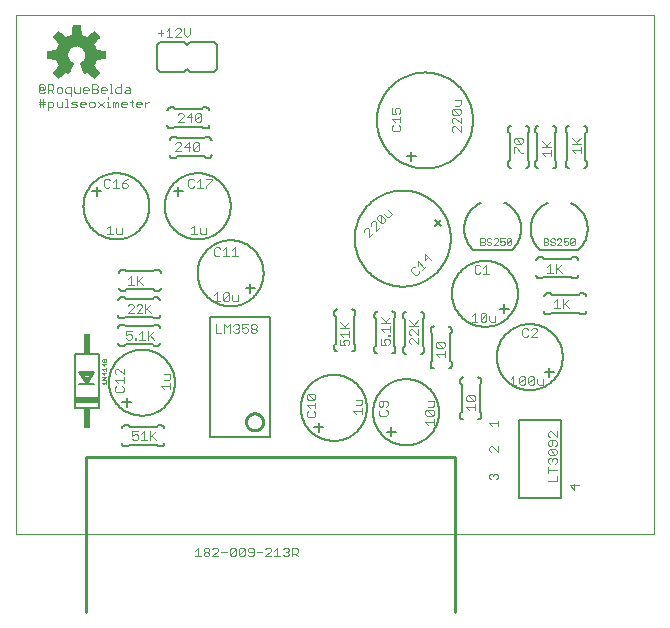
<source format=gto>
G75*
%MOIN*%
%OFA0B0*%
%FSLAX25Y25*%
%IPPOS*%
%LPD*%
%AMOC8*
5,1,8,0,0,1.08239X$1,22.5*
%
%ADD10C,0.00000*%
%ADD11C,0.00300*%
%ADD12C,0.00600*%
%ADD13C,0.00800*%
%ADD14C,0.01000*%
%ADD15C,0.00200*%
%ADD16C,0.00400*%
%ADD17R,0.08000X0.02000*%
%ADD18R,0.02000X0.06748*%
D10*
X0173228Y0070866D02*
X0173228Y0244094D01*
X0385827Y0244094D01*
X0385827Y0070866D01*
X0173228Y0070866D01*
D11*
X0212065Y0102715D02*
X0212549Y0102231D01*
X0213516Y0102231D01*
X0214000Y0102715D01*
X0214000Y0103682D01*
X0213516Y0104166D01*
X0213032Y0104166D01*
X0212065Y0103682D01*
X0212065Y0105134D01*
X0214000Y0105134D01*
X0215011Y0104166D02*
X0215979Y0105134D01*
X0215979Y0102231D01*
X0216946Y0102231D02*
X0215011Y0102231D01*
X0217958Y0102231D02*
X0217958Y0105134D01*
X0218442Y0103682D02*
X0219893Y0102231D01*
X0217958Y0103199D02*
X0219893Y0105134D01*
X0208602Y0118248D02*
X0209086Y0118732D01*
X0209086Y0119700D01*
X0208602Y0120183D01*
X0209086Y0121195D02*
X0209086Y0123130D01*
X0209086Y0122162D02*
X0206184Y0122162D01*
X0207151Y0121195D01*
X0206667Y0120183D02*
X0206184Y0119700D01*
X0206184Y0118732D01*
X0206667Y0118248D01*
X0208602Y0118248D01*
X0209086Y0124141D02*
X0207151Y0126076D01*
X0206667Y0126076D01*
X0206184Y0125593D01*
X0206184Y0124625D01*
X0206667Y0124141D01*
X0209086Y0124141D02*
X0209086Y0126076D01*
X0210423Y0135696D02*
X0209939Y0136179D01*
X0210423Y0135696D02*
X0211390Y0135696D01*
X0211874Y0136179D01*
X0211874Y0137147D01*
X0211390Y0137631D01*
X0210906Y0137631D01*
X0209939Y0137147D01*
X0209939Y0138598D01*
X0211874Y0138598D01*
X0212885Y0136179D02*
X0213369Y0136179D01*
X0213369Y0135696D01*
X0212885Y0135696D01*
X0212885Y0136179D01*
X0214359Y0135696D02*
X0216294Y0135696D01*
X0215326Y0135696D02*
X0215326Y0138598D01*
X0214359Y0137631D01*
X0217305Y0138598D02*
X0217305Y0135696D01*
X0217305Y0136663D02*
X0219240Y0138598D01*
X0217789Y0137147D02*
X0219240Y0135696D01*
X0218326Y0144634D02*
X0216880Y0146090D01*
X0216395Y0145608D02*
X0218336Y0147537D01*
X0216401Y0147543D02*
X0216391Y0144641D01*
X0215380Y0144644D02*
X0213445Y0144651D01*
X0215387Y0146579D01*
X0215388Y0147063D01*
X0214906Y0147549D01*
X0213939Y0147552D01*
X0213453Y0147070D01*
X0212442Y0147073D02*
X0211960Y0147559D01*
X0210992Y0147562D01*
X0210507Y0147080D01*
X0212442Y0147073D02*
X0212440Y0146590D01*
X0210498Y0144662D01*
X0212433Y0144655D01*
X0212663Y0153885D02*
X0210728Y0153885D01*
X0211695Y0153885D02*
X0211695Y0156787D01*
X0210728Y0155820D01*
X0213674Y0156787D02*
X0213674Y0153885D01*
X0213674Y0154852D02*
X0215609Y0156787D01*
X0214158Y0155336D02*
X0215609Y0153885D01*
X0208484Y0170831D02*
X0207033Y0170831D01*
X0206549Y0171315D01*
X0206549Y0172766D01*
X0208484Y0172766D02*
X0208484Y0170831D01*
X0205538Y0170831D02*
X0203603Y0170831D01*
X0204570Y0170831D02*
X0204570Y0173734D01*
X0203603Y0172766D01*
X0204070Y0186347D02*
X0203102Y0186347D01*
X0202619Y0186831D01*
X0202619Y0188766D01*
X0203102Y0189249D01*
X0204070Y0189249D01*
X0204553Y0188766D01*
X0205565Y0188282D02*
X0206533Y0189249D01*
X0206533Y0186347D01*
X0207500Y0186347D02*
X0205565Y0186347D01*
X0204553Y0186831D02*
X0204070Y0186347D01*
X0208512Y0186831D02*
X0208995Y0186347D01*
X0209963Y0186347D01*
X0210447Y0186831D01*
X0210447Y0187314D01*
X0209963Y0187798D01*
X0208512Y0187798D01*
X0208512Y0186831D01*
X0208512Y0187798D02*
X0209479Y0188766D01*
X0210447Y0189249D01*
X0226403Y0198570D02*
X0228338Y0200505D01*
X0228338Y0200988D01*
X0227855Y0201472D01*
X0226887Y0201472D01*
X0226403Y0200988D01*
X0226403Y0198570D02*
X0228338Y0198570D01*
X0229350Y0200021D02*
X0231285Y0200021D01*
X0232296Y0199053D02*
X0232296Y0200988D01*
X0232780Y0201472D01*
X0233748Y0201472D01*
X0234231Y0200988D01*
X0232296Y0199053D01*
X0232780Y0198570D01*
X0233748Y0198570D01*
X0234231Y0199053D01*
X0234231Y0200988D01*
X0230801Y0201472D02*
X0230801Y0198570D01*
X0229350Y0200021D02*
X0230801Y0201472D01*
X0231581Y0208333D02*
X0231581Y0211236D01*
X0230130Y0209785D01*
X0232065Y0209785D01*
X0233076Y0210752D02*
X0233560Y0211236D01*
X0234527Y0211236D01*
X0235011Y0210752D01*
X0233076Y0208817D01*
X0233560Y0208333D01*
X0234527Y0208333D01*
X0235011Y0208817D01*
X0235011Y0210752D01*
X0233076Y0210752D02*
X0233076Y0208817D01*
X0229118Y0208333D02*
X0227183Y0208333D01*
X0229118Y0210268D01*
X0229118Y0210752D01*
X0228634Y0211236D01*
X0227667Y0211236D01*
X0227183Y0210752D01*
X0217668Y0215077D02*
X0217184Y0215077D01*
X0216217Y0214110D01*
X0216217Y0215077D02*
X0216217Y0213142D01*
X0215205Y0214110D02*
X0213270Y0214110D01*
X0213270Y0214593D02*
X0213754Y0215077D01*
X0214722Y0215077D01*
X0215205Y0214593D01*
X0215205Y0214110D01*
X0214722Y0213142D02*
X0213754Y0213142D01*
X0213270Y0213626D01*
X0213270Y0214593D01*
X0212273Y0215077D02*
X0211306Y0215077D01*
X0211790Y0215561D02*
X0211790Y0213626D01*
X0212273Y0213142D01*
X0210294Y0214110D02*
X0208359Y0214110D01*
X0208359Y0214593D02*
X0208843Y0215077D01*
X0209811Y0215077D01*
X0210294Y0214593D01*
X0210294Y0214110D01*
X0209811Y0213142D02*
X0208843Y0213142D01*
X0208359Y0213626D01*
X0208359Y0214593D01*
X0207348Y0214593D02*
X0207348Y0213142D01*
X0206380Y0213142D02*
X0206380Y0214593D01*
X0206864Y0215077D01*
X0207348Y0214593D01*
X0206380Y0214593D02*
X0205897Y0215077D01*
X0205413Y0215077D01*
X0205413Y0213142D01*
X0204416Y0213142D02*
X0203449Y0213142D01*
X0203932Y0213142D02*
X0203932Y0215077D01*
X0203449Y0215077D01*
X0202437Y0215077D02*
X0200502Y0213142D01*
X0199491Y0213626D02*
X0199491Y0214593D01*
X0199007Y0215077D01*
X0198039Y0215077D01*
X0197556Y0214593D01*
X0197556Y0213626D01*
X0198039Y0213142D01*
X0199007Y0213142D01*
X0199491Y0213626D01*
X0200502Y0215077D02*
X0202437Y0213142D01*
X0203932Y0216045D02*
X0203932Y0216528D01*
X0204431Y0217867D02*
X0205398Y0217867D01*
X0204915Y0217867D02*
X0204915Y0220769D01*
X0204431Y0220769D01*
X0203419Y0219318D02*
X0202936Y0219802D01*
X0201968Y0219802D01*
X0201484Y0219318D01*
X0201484Y0218350D01*
X0201968Y0217867D01*
X0202936Y0217867D01*
X0203419Y0218834D02*
X0201484Y0218834D01*
X0200473Y0218834D02*
X0200473Y0218350D01*
X0199989Y0217867D01*
X0198538Y0217867D01*
X0198538Y0220769D01*
X0199989Y0220769D01*
X0200473Y0220285D01*
X0200473Y0219802D01*
X0199989Y0219318D01*
X0198538Y0219318D01*
X0197526Y0219318D02*
X0197526Y0218834D01*
X0195591Y0218834D01*
X0195591Y0218350D02*
X0195591Y0219318D01*
X0196075Y0219802D01*
X0197042Y0219802D01*
X0197526Y0219318D01*
X0197042Y0217867D02*
X0196075Y0217867D01*
X0195591Y0218350D01*
X0194580Y0217867D02*
X0194580Y0219802D01*
X0192645Y0219802D02*
X0192645Y0218350D01*
X0193128Y0217867D01*
X0194580Y0217867D01*
X0195093Y0215077D02*
X0196060Y0215077D01*
X0196544Y0214593D01*
X0196544Y0214110D01*
X0194609Y0214110D01*
X0194609Y0214593D02*
X0195093Y0215077D01*
X0194609Y0214593D02*
X0194609Y0213626D01*
X0195093Y0213142D01*
X0196060Y0213142D01*
X0193598Y0213626D02*
X0193114Y0214110D01*
X0192146Y0214110D01*
X0191663Y0214593D01*
X0192146Y0215077D01*
X0193598Y0215077D01*
X0193598Y0213626D02*
X0193114Y0213142D01*
X0191663Y0213142D01*
X0190666Y0213142D02*
X0189698Y0213142D01*
X0190182Y0213142D02*
X0190182Y0216045D01*
X0189698Y0216045D01*
X0188687Y0215077D02*
X0188687Y0213142D01*
X0187235Y0213142D01*
X0186752Y0213626D01*
X0186752Y0215077D01*
X0185740Y0214593D02*
X0185740Y0213626D01*
X0185256Y0213142D01*
X0183805Y0213142D01*
X0183805Y0212175D02*
X0183805Y0215077D01*
X0185256Y0215077D01*
X0185740Y0214593D01*
X0182794Y0214110D02*
X0180859Y0214110D01*
X0180859Y0215077D02*
X0182310Y0215077D01*
X0182794Y0215077D01*
X0182310Y0216045D02*
X0182310Y0213142D01*
X0181342Y0213142D02*
X0181342Y0216045D01*
X0181342Y0217867D02*
X0180859Y0218350D01*
X0180859Y0220285D01*
X0181342Y0220769D01*
X0182310Y0220769D01*
X0182794Y0220285D01*
X0182794Y0219318D01*
X0182310Y0218834D01*
X0182310Y0219802D01*
X0181342Y0219802D01*
X0181342Y0218834D01*
X0182310Y0218834D01*
X0182794Y0218350D02*
X0182310Y0217867D01*
X0181342Y0217867D01*
X0183805Y0217867D02*
X0183805Y0220769D01*
X0185256Y0220769D01*
X0185740Y0220285D01*
X0185740Y0219318D01*
X0185256Y0218834D01*
X0183805Y0218834D01*
X0184773Y0218834D02*
X0185740Y0217867D01*
X0186752Y0218350D02*
X0187235Y0217867D01*
X0188203Y0217867D01*
X0188687Y0218350D01*
X0188687Y0219318D01*
X0188203Y0219802D01*
X0187235Y0219802D01*
X0186752Y0219318D01*
X0186752Y0218350D01*
X0189698Y0218350D02*
X0190182Y0217867D01*
X0191633Y0217867D01*
X0191633Y0216899D02*
X0191633Y0219802D01*
X0190182Y0219802D01*
X0189698Y0219318D01*
X0189698Y0218350D01*
X0187247Y0222953D02*
X0185551Y0224649D01*
X0187569Y0227123D01*
X0187055Y0228119D01*
X0186714Y0229187D01*
X0183538Y0229509D01*
X0183538Y0231908D01*
X0186714Y0232231D01*
X0187055Y0233298D01*
X0187569Y0234294D01*
X0185551Y0236769D01*
X0187247Y0238465D01*
X0189721Y0236447D01*
X0190718Y0236960D01*
X0191785Y0237302D01*
X0192107Y0240478D01*
X0194507Y0240478D01*
X0194829Y0237302D01*
X0195897Y0236960D01*
X0196893Y0236447D01*
X0199367Y0238465D01*
X0201063Y0236769D01*
X0199046Y0234294D01*
X0199559Y0233298D01*
X0199900Y0232231D01*
X0203076Y0231908D01*
X0203076Y0229509D01*
X0199900Y0229187D01*
X0199559Y0228119D01*
X0199046Y0227123D01*
X0201063Y0224649D01*
X0199367Y0222953D01*
X0196893Y0224970D01*
X0195897Y0224457D01*
X0194484Y0227867D01*
X0195040Y0228167D01*
X0195522Y0228575D01*
X0195912Y0229072D01*
X0196191Y0229639D01*
X0196349Y0230250D01*
X0196378Y0230881D01*
X0196278Y0231505D01*
X0196053Y0232095D01*
X0195712Y0232627D01*
X0195269Y0233077D01*
X0194744Y0233428D01*
X0194159Y0233664D01*
X0193537Y0233776D01*
X0192905Y0233758D01*
X0192291Y0233612D01*
X0191720Y0233343D01*
X0191215Y0232963D01*
X0190798Y0232489D01*
X0190488Y0231939D01*
X0190296Y0231337D01*
X0190231Y0230709D01*
X0190290Y0230109D01*
X0190465Y0229532D01*
X0190749Y0229000D01*
X0191132Y0228534D01*
X0191598Y0228151D01*
X0192130Y0227867D01*
X0190717Y0224457D01*
X0189721Y0224970D01*
X0187247Y0222953D01*
X0187212Y0222988D02*
X0187290Y0222988D01*
X0187656Y0223286D02*
X0186914Y0223286D01*
X0186615Y0223585D02*
X0188023Y0223585D01*
X0188389Y0223883D02*
X0186317Y0223883D01*
X0186018Y0224182D02*
X0188755Y0224182D01*
X0189121Y0224481D02*
X0185719Y0224481D01*
X0185657Y0224779D02*
X0189487Y0224779D01*
X0190092Y0224779D02*
X0190851Y0224779D01*
X0190974Y0225078D02*
X0185901Y0225078D01*
X0186144Y0225376D02*
X0191098Y0225376D01*
X0191222Y0225675D02*
X0186388Y0225675D01*
X0186631Y0225973D02*
X0191345Y0225973D01*
X0191469Y0226272D02*
X0186874Y0226272D01*
X0187118Y0226570D02*
X0191593Y0226570D01*
X0191716Y0226869D02*
X0187361Y0226869D01*
X0187546Y0227167D02*
X0191840Y0227167D01*
X0191964Y0227466D02*
X0187392Y0227466D01*
X0187238Y0227764D02*
X0192087Y0227764D01*
X0191764Y0228063D02*
X0187085Y0228063D01*
X0186978Y0228361D02*
X0191342Y0228361D01*
X0191029Y0228660D02*
X0186882Y0228660D01*
X0186787Y0228958D02*
X0190784Y0228958D01*
X0190612Y0229257D02*
X0186024Y0229257D01*
X0183538Y0229555D02*
X0190458Y0229555D01*
X0190367Y0229854D02*
X0183538Y0229854D01*
X0183538Y0230152D02*
X0190286Y0230152D01*
X0190256Y0230451D02*
X0183538Y0230451D01*
X0183538Y0230749D02*
X0190235Y0230749D01*
X0190266Y0231048D02*
X0183538Y0231048D01*
X0183538Y0231346D02*
X0190299Y0231346D01*
X0190394Y0231645D02*
X0183538Y0231645D01*
X0183883Y0231943D02*
X0190490Y0231943D01*
X0190659Y0232242D02*
X0186717Y0232242D01*
X0186813Y0232540D02*
X0190844Y0232540D01*
X0191106Y0232839D02*
X0186908Y0232839D01*
X0187004Y0233137D02*
X0191446Y0233137D01*
X0191916Y0233436D02*
X0187126Y0233436D01*
X0187280Y0233734D02*
X0192805Y0233734D01*
X0193769Y0233734D02*
X0199334Y0233734D01*
X0199488Y0233436D02*
X0194725Y0233436D01*
X0195180Y0233137D02*
X0199610Y0233137D01*
X0199706Y0232839D02*
X0195503Y0232839D01*
X0195767Y0232540D02*
X0199801Y0232540D01*
X0199897Y0232242D02*
X0195959Y0232242D01*
X0196111Y0231943D02*
X0202731Y0231943D01*
X0203076Y0231645D02*
X0196225Y0231645D01*
X0196304Y0231346D02*
X0203076Y0231346D01*
X0203076Y0231048D02*
X0196351Y0231048D01*
X0196372Y0230749D02*
X0203076Y0230749D01*
X0203076Y0230451D02*
X0196358Y0230451D01*
X0196323Y0230152D02*
X0203076Y0230152D01*
X0203076Y0229854D02*
X0196246Y0229854D01*
X0196150Y0229555D02*
X0203076Y0229555D01*
X0200591Y0229257D02*
X0196002Y0229257D01*
X0195822Y0228958D02*
X0199827Y0228958D01*
X0199732Y0228660D02*
X0195589Y0228660D01*
X0195269Y0228361D02*
X0199636Y0228361D01*
X0199530Y0228063D02*
X0194846Y0228063D01*
X0194527Y0227764D02*
X0199376Y0227764D01*
X0199222Y0227466D02*
X0194650Y0227466D01*
X0194774Y0227167D02*
X0199068Y0227167D01*
X0199253Y0226869D02*
X0194898Y0226869D01*
X0195021Y0226570D02*
X0199496Y0226570D01*
X0199740Y0226272D02*
X0195145Y0226272D01*
X0195269Y0225973D02*
X0199983Y0225973D01*
X0200227Y0225675D02*
X0195392Y0225675D01*
X0195516Y0225376D02*
X0200470Y0225376D01*
X0200713Y0225078D02*
X0195640Y0225078D01*
X0195763Y0224779D02*
X0196522Y0224779D01*
X0197127Y0224779D02*
X0200957Y0224779D01*
X0200895Y0224481D02*
X0197493Y0224481D01*
X0197859Y0224182D02*
X0200596Y0224182D01*
X0200298Y0223883D02*
X0198225Y0223883D01*
X0198592Y0223585D02*
X0199999Y0223585D01*
X0199701Y0223286D02*
X0198958Y0223286D01*
X0199324Y0222988D02*
X0199402Y0222988D01*
X0199989Y0219318D02*
X0200473Y0218834D01*
X0203419Y0218834D02*
X0203419Y0219318D01*
X0206395Y0219318D02*
X0206879Y0219802D01*
X0208330Y0219802D01*
X0208330Y0220769D02*
X0208330Y0217867D01*
X0206879Y0217867D01*
X0206395Y0218350D01*
X0206395Y0219318D01*
X0209342Y0218350D02*
X0209825Y0218834D01*
X0211277Y0218834D01*
X0211277Y0219318D02*
X0211277Y0217867D01*
X0209825Y0217867D01*
X0209342Y0218350D01*
X0209825Y0219802D02*
X0210793Y0219802D01*
X0211277Y0219318D01*
X0195943Y0224481D02*
X0195887Y0224481D01*
X0190727Y0224481D02*
X0190671Y0224481D01*
X0187434Y0234033D02*
X0199180Y0234033D01*
X0199076Y0234331D02*
X0187538Y0234331D01*
X0187295Y0234630D02*
X0199319Y0234630D01*
X0199563Y0234928D02*
X0187052Y0234928D01*
X0186808Y0235227D02*
X0199806Y0235227D01*
X0200049Y0235525D02*
X0186565Y0235525D01*
X0186321Y0235824D02*
X0200293Y0235824D01*
X0200536Y0236122D02*
X0186078Y0236122D01*
X0185835Y0236421D02*
X0200780Y0236421D01*
X0201023Y0236719D02*
X0197227Y0236719D01*
X0197593Y0237018D02*
X0200814Y0237018D01*
X0200515Y0237316D02*
X0197959Y0237316D01*
X0198325Y0237615D02*
X0200216Y0237615D01*
X0199918Y0237914D02*
X0198691Y0237914D01*
X0199057Y0238212D02*
X0199619Y0238212D01*
X0196364Y0236719D02*
X0190250Y0236719D01*
X0190898Y0237018D02*
X0195716Y0237018D01*
X0194828Y0237316D02*
X0191787Y0237316D01*
X0191817Y0237615D02*
X0194797Y0237615D01*
X0194767Y0237914D02*
X0191847Y0237914D01*
X0191877Y0238212D02*
X0194737Y0238212D01*
X0194706Y0238511D02*
X0191908Y0238511D01*
X0191938Y0238809D02*
X0194676Y0238809D01*
X0194646Y0239108D02*
X0191968Y0239108D01*
X0191999Y0239406D02*
X0194616Y0239406D01*
X0194585Y0239705D02*
X0192029Y0239705D01*
X0192059Y0240003D02*
X0194555Y0240003D01*
X0194525Y0240302D02*
X0192090Y0240302D01*
X0189387Y0236719D02*
X0185591Y0236719D01*
X0185801Y0237018D02*
X0189021Y0237018D01*
X0188655Y0237316D02*
X0186099Y0237316D01*
X0186398Y0237615D02*
X0188289Y0237615D01*
X0187923Y0237914D02*
X0186696Y0237914D01*
X0186995Y0238212D02*
X0187557Y0238212D01*
X0220465Y0238022D02*
X0222400Y0238022D01*
X0223411Y0238506D02*
X0224379Y0239474D01*
X0224379Y0236571D01*
X0225346Y0236571D02*
X0223411Y0236571D01*
X0221432Y0237055D02*
X0221432Y0238990D01*
X0226358Y0238990D02*
X0226842Y0239474D01*
X0227809Y0239474D01*
X0228293Y0238990D01*
X0228293Y0238506D01*
X0226358Y0236571D01*
X0228293Y0236571D01*
X0229305Y0237539D02*
X0230272Y0236571D01*
X0231239Y0237539D01*
X0231239Y0239474D01*
X0229305Y0239474D02*
X0229305Y0237539D01*
X0231173Y0189249D02*
X0230689Y0188766D01*
X0230689Y0186831D01*
X0231173Y0186347D01*
X0232141Y0186347D01*
X0232624Y0186831D01*
X0233636Y0186347D02*
X0235571Y0186347D01*
X0234603Y0186347D02*
X0234603Y0189249D01*
X0233636Y0188282D01*
X0232624Y0188766D02*
X0232141Y0189249D01*
X0231173Y0189249D01*
X0236582Y0189249D02*
X0238517Y0189249D01*
X0238517Y0188766D01*
X0236582Y0186831D01*
X0236582Y0186347D01*
X0232641Y0173734D02*
X0231674Y0172766D01*
X0232641Y0173734D02*
X0232641Y0170831D01*
X0231674Y0170831D02*
X0233609Y0170831D01*
X0234620Y0171315D02*
X0234620Y0172766D01*
X0234620Y0171315D02*
X0235104Y0170831D01*
X0236555Y0170831D01*
X0236555Y0172766D01*
X0239837Y0166490D02*
X0239354Y0166007D01*
X0239354Y0164072D01*
X0239837Y0163588D01*
X0240805Y0163588D01*
X0241289Y0164072D01*
X0242300Y0163588D02*
X0244235Y0163588D01*
X0243268Y0163588D02*
X0243268Y0166490D01*
X0242300Y0165523D01*
X0241289Y0166007D02*
X0240805Y0166490D01*
X0239837Y0166490D01*
X0245247Y0165523D02*
X0246214Y0166490D01*
X0246214Y0163588D01*
X0245247Y0163588D02*
X0247182Y0163588D01*
X0243752Y0151494D02*
X0244235Y0151010D01*
X0242300Y0149075D01*
X0242784Y0148592D01*
X0243752Y0148592D01*
X0244235Y0149075D01*
X0244235Y0151010D01*
X0243752Y0151494D02*
X0242784Y0151494D01*
X0242300Y0151010D01*
X0242300Y0149075D01*
X0241289Y0148592D02*
X0239354Y0148592D01*
X0240321Y0148592D02*
X0240321Y0151494D01*
X0239354Y0150527D01*
X0245247Y0150527D02*
X0245247Y0149075D01*
X0245731Y0148592D01*
X0247182Y0148592D01*
X0247182Y0150527D01*
X0247112Y0140856D02*
X0247596Y0140373D01*
X0247596Y0139889D01*
X0247112Y0139405D01*
X0247596Y0138921D01*
X0247596Y0138438D01*
X0247112Y0137954D01*
X0246145Y0137954D01*
X0245661Y0138438D01*
X0244649Y0137954D02*
X0244649Y0140856D01*
X0243682Y0139889D01*
X0242714Y0140856D01*
X0242714Y0137954D01*
X0241703Y0137954D02*
X0239768Y0137954D01*
X0239768Y0140856D01*
X0245661Y0140373D02*
X0246145Y0140856D01*
X0247112Y0140856D01*
X0247112Y0139405D02*
X0246628Y0139405D01*
X0248607Y0139405D02*
X0249575Y0139889D01*
X0250059Y0139889D01*
X0250542Y0139405D01*
X0250542Y0138438D01*
X0250059Y0137954D01*
X0249091Y0137954D01*
X0248607Y0138438D01*
X0248607Y0139405D02*
X0248607Y0140856D01*
X0250542Y0140856D01*
X0251554Y0140373D02*
X0251554Y0139889D01*
X0252038Y0139405D01*
X0253005Y0139405D01*
X0253489Y0138921D01*
X0253489Y0138438D01*
X0253005Y0137954D01*
X0252038Y0137954D01*
X0251554Y0138438D01*
X0251554Y0138921D01*
X0252038Y0139405D01*
X0253005Y0139405D02*
X0253489Y0139889D01*
X0253489Y0140373D01*
X0253005Y0140856D01*
X0252038Y0140856D01*
X0251554Y0140373D01*
X0270605Y0117691D02*
X0272539Y0115756D01*
X0273023Y0116239D01*
X0273023Y0117207D01*
X0272539Y0117691D01*
X0270605Y0117691D01*
X0270121Y0117207D01*
X0270121Y0116239D01*
X0270605Y0115756D01*
X0272539Y0115756D01*
X0273023Y0114744D02*
X0273023Y0112809D01*
X0273023Y0113777D02*
X0270121Y0113777D01*
X0271088Y0112809D01*
X0270605Y0111798D02*
X0270121Y0111314D01*
X0270121Y0110346D01*
X0270605Y0109863D01*
X0272539Y0109863D01*
X0273023Y0110346D01*
X0273023Y0111314D01*
X0272539Y0111798D01*
X0285637Y0111814D02*
X0286604Y0110847D01*
X0285637Y0111814D02*
X0288539Y0111814D01*
X0288539Y0110847D02*
X0288539Y0112782D01*
X0288055Y0113793D02*
X0288539Y0114277D01*
X0288539Y0115728D01*
X0286604Y0115728D01*
X0286604Y0113793D02*
X0288055Y0113793D01*
X0294215Y0113805D02*
X0294699Y0113321D01*
X0295183Y0113321D01*
X0295666Y0113805D01*
X0295666Y0115256D01*
X0294699Y0115256D02*
X0296634Y0115256D01*
X0297118Y0114772D01*
X0297118Y0113805D01*
X0296634Y0113321D01*
X0296634Y0112309D02*
X0297118Y0111826D01*
X0297118Y0110858D01*
X0296634Y0110374D01*
X0294699Y0110374D01*
X0294215Y0110858D01*
X0294215Y0111826D01*
X0294699Y0112309D01*
X0294215Y0113805D02*
X0294215Y0114772D01*
X0294699Y0115256D01*
X0309731Y0111819D02*
X0309731Y0110852D01*
X0310215Y0110368D01*
X0312150Y0110368D01*
X0310215Y0112303D01*
X0312150Y0112303D01*
X0312633Y0111819D01*
X0312633Y0110852D01*
X0312150Y0110368D01*
X0312633Y0109357D02*
X0312633Y0107422D01*
X0312633Y0108389D02*
X0309731Y0108389D01*
X0310698Y0107422D01*
X0309731Y0111819D02*
X0310215Y0112303D01*
X0310698Y0113315D02*
X0312150Y0113315D01*
X0312633Y0113798D01*
X0312633Y0115250D01*
X0310698Y0115250D01*
X0323331Y0115733D02*
X0323331Y0116700D01*
X0323815Y0117184D01*
X0325750Y0115249D01*
X0326233Y0115733D01*
X0326233Y0116700D01*
X0325750Y0117184D01*
X0323815Y0117184D01*
X0323331Y0115733D02*
X0323815Y0115249D01*
X0325750Y0115249D01*
X0326233Y0114238D02*
X0326233Y0112303D01*
X0326233Y0113270D02*
X0323331Y0113270D01*
X0324298Y0112303D01*
X0338100Y0120639D02*
X0340035Y0120639D01*
X0339068Y0120639D02*
X0339068Y0123541D01*
X0338100Y0122574D01*
X0341047Y0123058D02*
X0341530Y0123541D01*
X0342498Y0123541D01*
X0342982Y0123058D01*
X0341047Y0121123D01*
X0341530Y0120639D01*
X0342498Y0120639D01*
X0342982Y0121123D01*
X0342982Y0123058D01*
X0343993Y0123058D02*
X0344477Y0123541D01*
X0345444Y0123541D01*
X0345928Y0123058D01*
X0343993Y0121123D01*
X0344477Y0120639D01*
X0345444Y0120639D01*
X0345928Y0121123D01*
X0345928Y0123058D01*
X0346940Y0122574D02*
X0346940Y0121123D01*
X0347423Y0120639D01*
X0348875Y0120639D01*
X0348875Y0122574D01*
X0343993Y0123058D02*
X0343993Y0121123D01*
X0341047Y0121123D02*
X0341047Y0123058D01*
X0342508Y0136619D02*
X0343476Y0136619D01*
X0343960Y0137103D01*
X0344971Y0136619D02*
X0346906Y0138554D01*
X0346906Y0139038D01*
X0346422Y0139522D01*
X0345455Y0139522D01*
X0344971Y0139038D01*
X0343960Y0139038D02*
X0343476Y0139522D01*
X0342508Y0139522D01*
X0342025Y0139038D01*
X0342025Y0137103D01*
X0342508Y0136619D01*
X0344971Y0136619D02*
X0346906Y0136619D01*
X0352657Y0146207D02*
X0354592Y0146207D01*
X0353624Y0146207D02*
X0353624Y0149110D01*
X0352657Y0148142D01*
X0355603Y0147175D02*
X0357538Y0149110D01*
X0355603Y0149110D02*
X0355603Y0146207D01*
X0356087Y0147659D02*
X0357538Y0146207D01*
X0355098Y0158058D02*
X0353646Y0159509D01*
X0353163Y0159025D02*
X0355098Y0160960D01*
X0353163Y0160960D02*
X0353163Y0158058D01*
X0352151Y0158058D02*
X0350216Y0158058D01*
X0351184Y0158058D02*
X0351184Y0160960D01*
X0350216Y0159993D01*
X0332969Y0143676D02*
X0332969Y0141741D01*
X0331518Y0141741D01*
X0331034Y0142225D01*
X0331034Y0143676D01*
X0330023Y0144160D02*
X0328088Y0142225D01*
X0328571Y0141741D01*
X0329539Y0141741D01*
X0330023Y0142225D01*
X0330023Y0144160D01*
X0329539Y0144644D01*
X0328571Y0144644D01*
X0328088Y0144160D01*
X0328088Y0142225D01*
X0327076Y0141741D02*
X0325141Y0141741D01*
X0326109Y0141741D02*
X0326109Y0144644D01*
X0325141Y0143676D01*
X0316155Y0134456D02*
X0316155Y0133489D01*
X0315671Y0133005D01*
X0313736Y0134940D01*
X0315671Y0134940D01*
X0316155Y0134456D01*
X0315671Y0133005D02*
X0313736Y0133005D01*
X0313252Y0133489D01*
X0313252Y0134456D01*
X0313736Y0134940D01*
X0316155Y0131994D02*
X0316155Y0130059D01*
X0316155Y0131026D02*
X0313252Y0131026D01*
X0314220Y0130059D01*
X0307218Y0134309D02*
X0307218Y0136244D01*
X0307218Y0137256D02*
X0305283Y0139191D01*
X0304799Y0139191D01*
X0304315Y0138707D01*
X0304315Y0137739D01*
X0304799Y0137256D01*
X0304799Y0136244D02*
X0304315Y0135760D01*
X0304315Y0134793D01*
X0304799Y0134309D01*
X0304799Y0136244D02*
X0305283Y0136244D01*
X0307218Y0134309D01*
X0307218Y0137256D02*
X0307218Y0139191D01*
X0307218Y0140202D02*
X0304315Y0140202D01*
X0305766Y0140686D02*
X0307218Y0142137D01*
X0306250Y0140202D02*
X0304315Y0142137D01*
X0297887Y0141360D02*
X0294985Y0141360D01*
X0296436Y0141844D02*
X0297887Y0143295D01*
X0296920Y0141360D02*
X0294985Y0143295D01*
X0294985Y0139381D02*
X0297887Y0139381D01*
X0297887Y0138414D02*
X0297887Y0140349D01*
X0295952Y0138414D02*
X0294985Y0139381D01*
X0297403Y0137424D02*
X0297403Y0136941D01*
X0297887Y0136941D01*
X0297887Y0137424D01*
X0297403Y0137424D01*
X0297403Y0135929D02*
X0297887Y0135445D01*
X0297887Y0134478D01*
X0297403Y0133994D01*
X0296436Y0133994D02*
X0295952Y0134962D01*
X0295952Y0135445D01*
X0296436Y0135929D01*
X0297403Y0135929D01*
X0296436Y0133994D02*
X0294985Y0133994D01*
X0294985Y0135929D01*
X0284265Y0135256D02*
X0284265Y0134289D01*
X0283781Y0133805D01*
X0282814Y0133805D02*
X0282330Y0134772D01*
X0282330Y0135256D01*
X0282814Y0135740D01*
X0283781Y0135740D01*
X0284265Y0135256D01*
X0284265Y0136751D02*
X0284265Y0138686D01*
X0284265Y0137719D02*
X0281362Y0137719D01*
X0282330Y0136751D01*
X0281362Y0135740D02*
X0281362Y0133805D01*
X0282814Y0133805D01*
X0283297Y0139698D02*
X0281362Y0141633D01*
X0281362Y0139698D02*
X0284265Y0139698D01*
X0282814Y0140182D02*
X0284265Y0141633D01*
X0304813Y0158668D02*
X0306177Y0157295D01*
X0306861Y0157293D01*
X0307547Y0157975D01*
X0307550Y0158659D01*
X0308608Y0159028D02*
X0309981Y0160392D01*
X0309295Y0159710D02*
X0307250Y0161769D01*
X0307245Y0160401D01*
X0306186Y0160032D02*
X0305502Y0160034D01*
X0304816Y0159352D01*
X0304813Y0158668D01*
X0309677Y0162134D02*
X0309684Y0164187D01*
X0311729Y0162127D01*
X0311050Y0163498D02*
X0309677Y0162134D01*
X0296247Y0175141D02*
X0295560Y0174459D01*
X0294876Y0174461D01*
X0294886Y0177198D01*
X0296249Y0175825D01*
X0296247Y0175141D01*
X0294876Y0174461D02*
X0293513Y0175834D01*
X0293515Y0176518D01*
X0294202Y0177200D01*
X0294886Y0177198D01*
X0295944Y0177567D02*
X0296967Y0176537D01*
X0297651Y0176535D01*
X0298681Y0177558D01*
X0297317Y0178931D01*
X0293136Y0174778D02*
X0292795Y0175122D01*
X0292111Y0175124D01*
X0291424Y0174442D01*
X0291422Y0173758D01*
X0290704Y0173045D02*
X0290020Y0173048D01*
X0289334Y0172366D01*
X0289331Y0171682D01*
X0290704Y0173045D02*
X0291045Y0172702D01*
X0291036Y0169966D01*
X0292409Y0171329D01*
X0293126Y0172042D02*
X0293136Y0174778D01*
X0294499Y0173405D02*
X0293126Y0172042D01*
X0298951Y0205197D02*
X0300886Y0205197D01*
X0301370Y0205681D01*
X0301370Y0206648D01*
X0300886Y0207132D01*
X0301370Y0208144D02*
X0301370Y0210079D01*
X0301370Y0209111D02*
X0298467Y0209111D01*
X0299435Y0208144D01*
X0298951Y0207132D02*
X0298467Y0206648D01*
X0298467Y0205681D01*
X0298951Y0205197D01*
X0298467Y0211090D02*
X0299918Y0211090D01*
X0299435Y0212058D01*
X0299435Y0212542D01*
X0299918Y0213025D01*
X0300886Y0213025D01*
X0301370Y0212542D01*
X0301370Y0211574D01*
X0300886Y0211090D01*
X0298467Y0211090D02*
X0298467Y0213025D01*
X0318514Y0212195D02*
X0318998Y0212679D01*
X0320933Y0210744D01*
X0321417Y0211228D01*
X0321417Y0212195D01*
X0320933Y0212679D01*
X0318998Y0212679D01*
X0318514Y0212195D02*
X0318514Y0211228D01*
X0318998Y0210744D01*
X0320933Y0210744D01*
X0321417Y0209732D02*
X0321417Y0207797D01*
X0319482Y0209732D01*
X0318998Y0209732D01*
X0318514Y0209249D01*
X0318514Y0208281D01*
X0318998Y0207797D01*
X0318998Y0206786D02*
X0318514Y0206302D01*
X0318514Y0205335D01*
X0318998Y0204851D01*
X0318998Y0206786D02*
X0319482Y0206786D01*
X0321417Y0204851D01*
X0321417Y0206786D01*
X0320933Y0213690D02*
X0319482Y0213690D01*
X0320933Y0213690D02*
X0321417Y0214174D01*
X0321417Y0215625D01*
X0319482Y0215625D01*
X0339315Y0202447D02*
X0339315Y0201479D01*
X0339799Y0200996D01*
X0341734Y0200996D01*
X0339799Y0202931D01*
X0341734Y0202931D01*
X0342218Y0202447D01*
X0342218Y0201479D01*
X0341734Y0200996D01*
X0339799Y0199984D02*
X0341734Y0198049D01*
X0342218Y0198049D01*
X0339799Y0199984D02*
X0339315Y0199984D01*
X0339315Y0198049D01*
X0339315Y0202447D02*
X0339799Y0202931D01*
X0348567Y0201830D02*
X0350502Y0199895D01*
X0350018Y0200379D02*
X0351470Y0201830D01*
X0351470Y0199895D02*
X0348567Y0199895D01*
X0348567Y0197916D02*
X0351470Y0197916D01*
X0351470Y0198883D02*
X0351470Y0196948D01*
X0349535Y0196948D02*
X0348567Y0197916D01*
X0358567Y0199017D02*
X0361470Y0199017D01*
X0361470Y0199984D02*
X0361470Y0198049D01*
X0359535Y0198049D02*
X0358567Y0199017D01*
X0358567Y0200996D02*
X0361470Y0200996D01*
X0360502Y0200996D02*
X0358567Y0202931D01*
X0360018Y0201479D02*
X0361470Y0202931D01*
X0330033Y0160624D02*
X0330033Y0157722D01*
X0329066Y0157722D02*
X0331001Y0157722D01*
X0329066Y0159657D02*
X0330033Y0160624D01*
X0328054Y0160140D02*
X0327570Y0160624D01*
X0326603Y0160624D01*
X0326119Y0160140D01*
X0326119Y0158205D01*
X0326603Y0157722D01*
X0327570Y0157722D01*
X0328054Y0158205D01*
X0351101Y0105123D02*
X0350617Y0104639D01*
X0350617Y0103671D01*
X0351101Y0103188D01*
X0351101Y0102176D02*
X0350617Y0101692D01*
X0350617Y0100725D01*
X0351101Y0100241D01*
X0351584Y0100241D01*
X0352068Y0100725D01*
X0352068Y0102176D01*
X0351101Y0102176D02*
X0353036Y0102176D01*
X0353519Y0101692D01*
X0353519Y0100725D01*
X0353036Y0100241D01*
X0353036Y0099230D02*
X0351101Y0099230D01*
X0353036Y0097295D01*
X0353519Y0097778D01*
X0353519Y0098746D01*
X0353036Y0099230D01*
X0353036Y0097295D02*
X0351101Y0097295D01*
X0350617Y0097778D01*
X0350617Y0098746D01*
X0351101Y0099230D01*
X0351101Y0096283D02*
X0351584Y0096283D01*
X0352068Y0095799D01*
X0352552Y0096283D01*
X0353036Y0096283D01*
X0353519Y0095799D01*
X0353519Y0094832D01*
X0353036Y0094348D01*
X0352068Y0095316D02*
X0352068Y0095799D01*
X0351101Y0096283D02*
X0350617Y0095799D01*
X0350617Y0094832D01*
X0351101Y0094348D01*
X0350617Y0093337D02*
X0350617Y0091402D01*
X0350617Y0092369D02*
X0353519Y0092369D01*
X0353519Y0090390D02*
X0353519Y0088455D01*
X0350617Y0088455D01*
X0353519Y0103188D02*
X0351584Y0105123D01*
X0351101Y0105123D01*
X0353519Y0105123D02*
X0353519Y0103188D01*
X0267170Y0065865D02*
X0267170Y0064897D01*
X0266686Y0064414D01*
X0265235Y0064414D01*
X0266202Y0064414D02*
X0267170Y0063446D01*
X0265235Y0063446D02*
X0265235Y0066349D01*
X0266686Y0066349D01*
X0267170Y0065865D01*
X0264223Y0065865D02*
X0264223Y0065381D01*
X0263740Y0064897D01*
X0264223Y0064414D01*
X0264223Y0063930D01*
X0263740Y0063446D01*
X0262772Y0063446D01*
X0262288Y0063930D01*
X0261277Y0063446D02*
X0259342Y0063446D01*
X0260309Y0063446D02*
X0260309Y0066349D01*
X0259342Y0065381D01*
X0258330Y0065381D02*
X0258330Y0065865D01*
X0257847Y0066349D01*
X0256879Y0066349D01*
X0256395Y0065865D01*
X0255384Y0064897D02*
X0253449Y0064897D01*
X0252437Y0064897D02*
X0250986Y0064897D01*
X0250502Y0065381D01*
X0250502Y0065865D01*
X0250986Y0066349D01*
X0251954Y0066349D01*
X0252437Y0065865D01*
X0252437Y0063930D01*
X0251954Y0063446D01*
X0250986Y0063446D01*
X0250502Y0063930D01*
X0249491Y0063930D02*
X0249007Y0063446D01*
X0248040Y0063446D01*
X0247556Y0063930D01*
X0249491Y0065865D01*
X0249491Y0063930D01*
X0249491Y0065865D02*
X0249007Y0066349D01*
X0248040Y0066349D01*
X0247556Y0065865D01*
X0247556Y0063930D01*
X0246544Y0063930D02*
X0246544Y0065865D01*
X0244609Y0063930D01*
X0245093Y0063446D01*
X0246061Y0063446D01*
X0246544Y0063930D01*
X0244609Y0063930D02*
X0244609Y0065865D01*
X0245093Y0066349D01*
X0246061Y0066349D01*
X0246544Y0065865D01*
X0243598Y0064897D02*
X0241663Y0064897D01*
X0240651Y0065381D02*
X0240651Y0065865D01*
X0240168Y0066349D01*
X0239200Y0066349D01*
X0238716Y0065865D01*
X0237705Y0065865D02*
X0237705Y0065381D01*
X0237221Y0064897D01*
X0236254Y0064897D01*
X0235770Y0065381D01*
X0235770Y0065865D01*
X0236254Y0066349D01*
X0237221Y0066349D01*
X0237705Y0065865D01*
X0237221Y0064897D02*
X0237705Y0064414D01*
X0237705Y0063930D01*
X0237221Y0063446D01*
X0236254Y0063446D01*
X0235770Y0063930D01*
X0235770Y0064414D01*
X0236254Y0064897D01*
X0234758Y0063446D02*
X0232823Y0063446D01*
X0233791Y0063446D02*
X0233791Y0066349D01*
X0232823Y0065381D01*
X0238716Y0063446D02*
X0240651Y0065381D01*
X0240651Y0063446D02*
X0238716Y0063446D01*
X0256395Y0063446D02*
X0258330Y0065381D01*
X0258330Y0063446D02*
X0256395Y0063446D01*
X0262288Y0065865D02*
X0262772Y0066349D01*
X0263740Y0066349D01*
X0264223Y0065865D01*
X0263740Y0064897D02*
X0263256Y0064897D01*
X0224602Y0119233D02*
X0224602Y0121168D01*
X0224602Y0120200D02*
X0221699Y0120200D01*
X0222667Y0119233D01*
X0222667Y0122179D02*
X0224118Y0122179D01*
X0224602Y0122663D01*
X0224602Y0124114D01*
X0222667Y0124114D01*
D12*
X0204236Y0121378D02*
X0204239Y0121648D01*
X0204249Y0121918D01*
X0204266Y0122187D01*
X0204289Y0122456D01*
X0204319Y0122725D01*
X0204355Y0122992D01*
X0204398Y0123259D01*
X0204447Y0123524D01*
X0204503Y0123788D01*
X0204566Y0124051D01*
X0204634Y0124312D01*
X0204710Y0124571D01*
X0204791Y0124828D01*
X0204879Y0125084D01*
X0204973Y0125337D01*
X0205073Y0125588D01*
X0205180Y0125836D01*
X0205292Y0126081D01*
X0205411Y0126324D01*
X0205535Y0126563D01*
X0205665Y0126800D01*
X0205801Y0127033D01*
X0205943Y0127263D01*
X0206090Y0127489D01*
X0206243Y0127712D01*
X0206401Y0127931D01*
X0206564Y0128146D01*
X0206733Y0128356D01*
X0206907Y0128563D01*
X0207086Y0128765D01*
X0207269Y0128963D01*
X0207458Y0129156D01*
X0207651Y0129345D01*
X0207849Y0129528D01*
X0208051Y0129707D01*
X0208258Y0129881D01*
X0208468Y0130050D01*
X0208683Y0130213D01*
X0208902Y0130371D01*
X0209125Y0130524D01*
X0209351Y0130671D01*
X0209581Y0130813D01*
X0209814Y0130949D01*
X0210051Y0131079D01*
X0210290Y0131203D01*
X0210533Y0131322D01*
X0210778Y0131434D01*
X0211026Y0131541D01*
X0211277Y0131641D01*
X0211530Y0131735D01*
X0211786Y0131823D01*
X0212043Y0131904D01*
X0212302Y0131980D01*
X0212563Y0132048D01*
X0212826Y0132111D01*
X0213090Y0132167D01*
X0213355Y0132216D01*
X0213622Y0132259D01*
X0213889Y0132295D01*
X0214158Y0132325D01*
X0214427Y0132348D01*
X0214696Y0132365D01*
X0214966Y0132375D01*
X0215236Y0132378D01*
X0215506Y0132375D01*
X0215776Y0132365D01*
X0216045Y0132348D01*
X0216314Y0132325D01*
X0216583Y0132295D01*
X0216850Y0132259D01*
X0217117Y0132216D01*
X0217382Y0132167D01*
X0217646Y0132111D01*
X0217909Y0132048D01*
X0218170Y0131980D01*
X0218429Y0131904D01*
X0218686Y0131823D01*
X0218942Y0131735D01*
X0219195Y0131641D01*
X0219446Y0131541D01*
X0219694Y0131434D01*
X0219939Y0131322D01*
X0220182Y0131203D01*
X0220421Y0131079D01*
X0220658Y0130949D01*
X0220891Y0130813D01*
X0221121Y0130671D01*
X0221347Y0130524D01*
X0221570Y0130371D01*
X0221789Y0130213D01*
X0222004Y0130050D01*
X0222214Y0129881D01*
X0222421Y0129707D01*
X0222623Y0129528D01*
X0222821Y0129345D01*
X0223014Y0129156D01*
X0223203Y0128963D01*
X0223386Y0128765D01*
X0223565Y0128563D01*
X0223739Y0128356D01*
X0223908Y0128146D01*
X0224071Y0127931D01*
X0224229Y0127712D01*
X0224382Y0127489D01*
X0224529Y0127263D01*
X0224671Y0127033D01*
X0224807Y0126800D01*
X0224937Y0126563D01*
X0225061Y0126324D01*
X0225180Y0126081D01*
X0225292Y0125836D01*
X0225399Y0125588D01*
X0225499Y0125337D01*
X0225593Y0125084D01*
X0225681Y0124828D01*
X0225762Y0124571D01*
X0225838Y0124312D01*
X0225906Y0124051D01*
X0225969Y0123788D01*
X0226025Y0123524D01*
X0226074Y0123259D01*
X0226117Y0122992D01*
X0226153Y0122725D01*
X0226183Y0122456D01*
X0226206Y0122187D01*
X0226223Y0121918D01*
X0226233Y0121648D01*
X0226236Y0121378D01*
X0226233Y0121108D01*
X0226223Y0120838D01*
X0226206Y0120569D01*
X0226183Y0120300D01*
X0226153Y0120031D01*
X0226117Y0119764D01*
X0226074Y0119497D01*
X0226025Y0119232D01*
X0225969Y0118968D01*
X0225906Y0118705D01*
X0225838Y0118444D01*
X0225762Y0118185D01*
X0225681Y0117928D01*
X0225593Y0117672D01*
X0225499Y0117419D01*
X0225399Y0117168D01*
X0225292Y0116920D01*
X0225180Y0116675D01*
X0225061Y0116432D01*
X0224937Y0116193D01*
X0224807Y0115956D01*
X0224671Y0115723D01*
X0224529Y0115493D01*
X0224382Y0115267D01*
X0224229Y0115044D01*
X0224071Y0114825D01*
X0223908Y0114610D01*
X0223739Y0114400D01*
X0223565Y0114193D01*
X0223386Y0113991D01*
X0223203Y0113793D01*
X0223014Y0113600D01*
X0222821Y0113411D01*
X0222623Y0113228D01*
X0222421Y0113049D01*
X0222214Y0112875D01*
X0222004Y0112706D01*
X0221789Y0112543D01*
X0221570Y0112385D01*
X0221347Y0112232D01*
X0221121Y0112085D01*
X0220891Y0111943D01*
X0220658Y0111807D01*
X0220421Y0111677D01*
X0220182Y0111553D01*
X0219939Y0111434D01*
X0219694Y0111322D01*
X0219446Y0111215D01*
X0219195Y0111115D01*
X0218942Y0111021D01*
X0218686Y0110933D01*
X0218429Y0110852D01*
X0218170Y0110776D01*
X0217909Y0110708D01*
X0217646Y0110645D01*
X0217382Y0110589D01*
X0217117Y0110540D01*
X0216850Y0110497D01*
X0216583Y0110461D01*
X0216314Y0110431D01*
X0216045Y0110408D01*
X0215776Y0110391D01*
X0215506Y0110381D01*
X0215236Y0110378D01*
X0214966Y0110381D01*
X0214696Y0110391D01*
X0214427Y0110408D01*
X0214158Y0110431D01*
X0213889Y0110461D01*
X0213622Y0110497D01*
X0213355Y0110540D01*
X0213090Y0110589D01*
X0212826Y0110645D01*
X0212563Y0110708D01*
X0212302Y0110776D01*
X0212043Y0110852D01*
X0211786Y0110933D01*
X0211530Y0111021D01*
X0211277Y0111115D01*
X0211026Y0111215D01*
X0210778Y0111322D01*
X0210533Y0111434D01*
X0210290Y0111553D01*
X0210051Y0111677D01*
X0209814Y0111807D01*
X0209581Y0111943D01*
X0209351Y0112085D01*
X0209125Y0112232D01*
X0208902Y0112385D01*
X0208683Y0112543D01*
X0208468Y0112706D01*
X0208258Y0112875D01*
X0208051Y0113049D01*
X0207849Y0113228D01*
X0207651Y0113411D01*
X0207458Y0113600D01*
X0207269Y0113793D01*
X0207086Y0113991D01*
X0206907Y0114193D01*
X0206733Y0114400D01*
X0206564Y0114610D01*
X0206401Y0114825D01*
X0206243Y0115044D01*
X0206090Y0115267D01*
X0205943Y0115493D01*
X0205801Y0115723D01*
X0205665Y0115956D01*
X0205535Y0116193D01*
X0205411Y0116432D01*
X0205292Y0116675D01*
X0205180Y0116920D01*
X0205073Y0117168D01*
X0204973Y0117419D01*
X0204879Y0117672D01*
X0204791Y0117928D01*
X0204710Y0118185D01*
X0204634Y0118444D01*
X0204566Y0118705D01*
X0204503Y0118968D01*
X0204447Y0119232D01*
X0204398Y0119497D01*
X0204355Y0119764D01*
X0204319Y0120031D01*
X0204289Y0120300D01*
X0204266Y0120569D01*
X0204249Y0120838D01*
X0204239Y0121108D01*
X0204236Y0121378D01*
X0210236Y0116378D02*
X0210236Y0114878D01*
X0208736Y0114878D01*
X0210236Y0114878D02*
X0210236Y0113378D01*
X0210236Y0114878D02*
X0211736Y0114878D01*
X0210591Y0107201D02*
X0209591Y0107201D01*
X0210591Y0107201D02*
X0211091Y0106701D01*
X0220091Y0106701D01*
X0220591Y0107201D01*
X0221591Y0107201D01*
X0221651Y0107199D01*
X0221712Y0107194D01*
X0221771Y0107185D01*
X0221830Y0107172D01*
X0221889Y0107156D01*
X0221946Y0107136D01*
X0222001Y0107113D01*
X0222056Y0107086D01*
X0222108Y0107057D01*
X0222159Y0107024D01*
X0222208Y0106988D01*
X0222254Y0106950D01*
X0222298Y0106908D01*
X0222340Y0106864D01*
X0222378Y0106818D01*
X0222414Y0106769D01*
X0222447Y0106718D01*
X0222476Y0106666D01*
X0222503Y0106611D01*
X0222526Y0106556D01*
X0222546Y0106499D01*
X0222562Y0106440D01*
X0222575Y0106381D01*
X0222584Y0106322D01*
X0222589Y0106261D01*
X0222591Y0106201D01*
X0222591Y0101201D02*
X0222589Y0101141D01*
X0222584Y0101080D01*
X0222575Y0101021D01*
X0222562Y0100962D01*
X0222546Y0100903D01*
X0222526Y0100846D01*
X0222503Y0100791D01*
X0222476Y0100736D01*
X0222447Y0100684D01*
X0222414Y0100633D01*
X0222378Y0100584D01*
X0222340Y0100538D01*
X0222298Y0100494D01*
X0222254Y0100452D01*
X0222208Y0100414D01*
X0222159Y0100378D01*
X0222108Y0100345D01*
X0222056Y0100316D01*
X0222001Y0100289D01*
X0221946Y0100266D01*
X0221889Y0100246D01*
X0221830Y0100230D01*
X0221771Y0100217D01*
X0221712Y0100208D01*
X0221651Y0100203D01*
X0221591Y0100201D01*
X0220591Y0100201D01*
X0220091Y0100701D01*
X0211091Y0100701D01*
X0210591Y0100201D01*
X0209591Y0100201D01*
X0209531Y0100203D01*
X0209470Y0100208D01*
X0209411Y0100217D01*
X0209352Y0100230D01*
X0209293Y0100246D01*
X0209236Y0100266D01*
X0209181Y0100289D01*
X0209126Y0100316D01*
X0209074Y0100345D01*
X0209023Y0100378D01*
X0208974Y0100414D01*
X0208928Y0100452D01*
X0208884Y0100494D01*
X0208842Y0100538D01*
X0208804Y0100584D01*
X0208768Y0100633D01*
X0208735Y0100684D01*
X0208706Y0100736D01*
X0208679Y0100791D01*
X0208656Y0100846D01*
X0208636Y0100903D01*
X0208620Y0100962D01*
X0208607Y0101021D01*
X0208598Y0101080D01*
X0208593Y0101141D01*
X0208591Y0101201D01*
X0208591Y0106201D02*
X0208593Y0106261D01*
X0208598Y0106322D01*
X0208607Y0106381D01*
X0208620Y0106440D01*
X0208636Y0106499D01*
X0208656Y0106556D01*
X0208679Y0106611D01*
X0208706Y0106666D01*
X0208735Y0106718D01*
X0208768Y0106769D01*
X0208804Y0106818D01*
X0208842Y0106864D01*
X0208884Y0106908D01*
X0208928Y0106950D01*
X0208974Y0106988D01*
X0209023Y0107024D01*
X0209074Y0107057D01*
X0209126Y0107086D01*
X0209181Y0107113D01*
X0209236Y0107136D01*
X0209293Y0107156D01*
X0209352Y0107172D01*
X0209411Y0107185D01*
X0209470Y0107194D01*
X0209531Y0107199D01*
X0209591Y0107201D01*
X0209252Y0133665D02*
X0209752Y0134165D01*
X0218752Y0134165D01*
X0219252Y0133665D01*
X0220252Y0133665D01*
X0220312Y0133667D01*
X0220373Y0133672D01*
X0220432Y0133681D01*
X0220491Y0133694D01*
X0220550Y0133710D01*
X0220607Y0133730D01*
X0220662Y0133753D01*
X0220717Y0133780D01*
X0220769Y0133809D01*
X0220820Y0133842D01*
X0220869Y0133878D01*
X0220915Y0133916D01*
X0220959Y0133958D01*
X0221001Y0134002D01*
X0221039Y0134048D01*
X0221075Y0134097D01*
X0221108Y0134148D01*
X0221137Y0134200D01*
X0221164Y0134255D01*
X0221187Y0134310D01*
X0221207Y0134367D01*
X0221223Y0134426D01*
X0221236Y0134485D01*
X0221245Y0134544D01*
X0221250Y0134605D01*
X0221252Y0134665D01*
X0221252Y0139665D02*
X0221250Y0139725D01*
X0221245Y0139786D01*
X0221236Y0139845D01*
X0221223Y0139904D01*
X0221207Y0139963D01*
X0221187Y0140020D01*
X0221164Y0140075D01*
X0221137Y0140130D01*
X0221108Y0140182D01*
X0221075Y0140233D01*
X0221039Y0140282D01*
X0221001Y0140328D01*
X0220959Y0140372D01*
X0220915Y0140414D01*
X0220869Y0140452D01*
X0220820Y0140488D01*
X0220769Y0140521D01*
X0220717Y0140550D01*
X0220662Y0140577D01*
X0220607Y0140600D01*
X0220550Y0140620D01*
X0220491Y0140636D01*
X0220432Y0140649D01*
X0220373Y0140658D01*
X0220312Y0140663D01*
X0220252Y0140665D01*
X0219252Y0140665D01*
X0218752Y0140165D01*
X0209752Y0140165D01*
X0209252Y0140665D01*
X0208252Y0140665D01*
X0208192Y0140663D01*
X0208131Y0140658D01*
X0208072Y0140649D01*
X0208013Y0140636D01*
X0207954Y0140620D01*
X0207897Y0140600D01*
X0207842Y0140577D01*
X0207787Y0140550D01*
X0207735Y0140521D01*
X0207684Y0140488D01*
X0207635Y0140452D01*
X0207589Y0140414D01*
X0207545Y0140372D01*
X0207503Y0140328D01*
X0207465Y0140282D01*
X0207429Y0140233D01*
X0207396Y0140182D01*
X0207367Y0140130D01*
X0207340Y0140075D01*
X0207317Y0140020D01*
X0207297Y0139963D01*
X0207281Y0139904D01*
X0207268Y0139845D01*
X0207259Y0139786D01*
X0207254Y0139725D01*
X0207252Y0139665D01*
X0208240Y0142820D02*
X0209240Y0142817D01*
X0209742Y0143315D01*
X0218741Y0143284D01*
X0219240Y0142782D01*
X0220240Y0142778D01*
X0220300Y0142780D01*
X0220360Y0142785D01*
X0220420Y0142794D01*
X0220479Y0142806D01*
X0220537Y0142822D01*
X0220594Y0142842D01*
X0220650Y0142865D01*
X0220705Y0142891D01*
X0220757Y0142920D01*
X0220808Y0142953D01*
X0220857Y0142989D01*
X0220904Y0143027D01*
X0220948Y0143068D01*
X0220989Y0143112D01*
X0221028Y0143159D01*
X0221064Y0143207D01*
X0221097Y0143258D01*
X0221127Y0143310D01*
X0221153Y0143364D01*
X0221177Y0143420D01*
X0221197Y0143477D01*
X0221213Y0143535D01*
X0221226Y0143594D01*
X0221235Y0143654D01*
X0221241Y0143714D01*
X0221243Y0143775D01*
X0221261Y0148775D02*
X0221259Y0148835D01*
X0221254Y0148895D01*
X0221245Y0148955D01*
X0221233Y0149014D01*
X0221217Y0149072D01*
X0221197Y0149129D01*
X0221174Y0149185D01*
X0221148Y0149240D01*
X0221119Y0149292D01*
X0221086Y0149343D01*
X0221050Y0149392D01*
X0221012Y0149439D01*
X0220971Y0149483D01*
X0220927Y0149524D01*
X0220880Y0149563D01*
X0220832Y0149599D01*
X0220781Y0149632D01*
X0220729Y0149662D01*
X0220675Y0149688D01*
X0220619Y0149712D01*
X0220562Y0149732D01*
X0220504Y0149748D01*
X0220445Y0149761D01*
X0220385Y0149770D01*
X0220325Y0149776D01*
X0220264Y0149778D01*
X0219264Y0149782D01*
X0218762Y0149283D01*
X0209762Y0149315D01*
X0209264Y0149817D01*
X0208264Y0149820D01*
X0208202Y0149818D01*
X0208139Y0149813D01*
X0208077Y0149803D01*
X0208016Y0149789D01*
X0207955Y0149772D01*
X0207896Y0149751D01*
X0207838Y0149726D01*
X0207782Y0149698D01*
X0207728Y0149666D01*
X0207676Y0149631D01*
X0207626Y0149593D01*
X0207579Y0149551D01*
X0207534Y0149507D01*
X0207493Y0149460D01*
X0207454Y0149411D01*
X0207419Y0149359D01*
X0207386Y0149305D01*
X0207358Y0149249D01*
X0207333Y0149191D01*
X0207311Y0149132D01*
X0207293Y0149072D01*
X0207279Y0149011D01*
X0207269Y0148949D01*
X0207263Y0148886D01*
X0207261Y0148823D01*
X0208567Y0152012D02*
X0209567Y0152012D01*
X0210067Y0152512D01*
X0219067Y0152512D01*
X0219567Y0152012D01*
X0220567Y0152012D01*
X0220627Y0152014D01*
X0220688Y0152019D01*
X0220747Y0152028D01*
X0220806Y0152041D01*
X0220865Y0152057D01*
X0220922Y0152077D01*
X0220977Y0152100D01*
X0221032Y0152127D01*
X0221084Y0152156D01*
X0221135Y0152189D01*
X0221184Y0152225D01*
X0221230Y0152263D01*
X0221274Y0152305D01*
X0221316Y0152349D01*
X0221354Y0152395D01*
X0221390Y0152444D01*
X0221423Y0152495D01*
X0221452Y0152547D01*
X0221479Y0152602D01*
X0221502Y0152657D01*
X0221522Y0152714D01*
X0221538Y0152773D01*
X0221551Y0152832D01*
X0221560Y0152891D01*
X0221565Y0152952D01*
X0221567Y0153012D01*
X0221567Y0158012D02*
X0221565Y0158072D01*
X0221560Y0158133D01*
X0221551Y0158192D01*
X0221538Y0158251D01*
X0221522Y0158310D01*
X0221502Y0158367D01*
X0221479Y0158422D01*
X0221452Y0158477D01*
X0221423Y0158529D01*
X0221390Y0158580D01*
X0221354Y0158629D01*
X0221316Y0158675D01*
X0221274Y0158719D01*
X0221230Y0158761D01*
X0221184Y0158799D01*
X0221135Y0158835D01*
X0221084Y0158868D01*
X0221032Y0158897D01*
X0220977Y0158924D01*
X0220922Y0158947D01*
X0220865Y0158967D01*
X0220806Y0158983D01*
X0220747Y0158996D01*
X0220688Y0159005D01*
X0220627Y0159010D01*
X0220567Y0159012D01*
X0219567Y0159012D01*
X0219067Y0158512D01*
X0210067Y0158512D01*
X0209567Y0159012D01*
X0208567Y0159012D01*
X0208507Y0159010D01*
X0208446Y0159005D01*
X0208387Y0158996D01*
X0208328Y0158983D01*
X0208269Y0158967D01*
X0208212Y0158947D01*
X0208157Y0158924D01*
X0208102Y0158897D01*
X0208050Y0158868D01*
X0207999Y0158835D01*
X0207950Y0158799D01*
X0207904Y0158761D01*
X0207860Y0158719D01*
X0207818Y0158675D01*
X0207780Y0158629D01*
X0207744Y0158580D01*
X0207711Y0158529D01*
X0207682Y0158477D01*
X0207655Y0158422D01*
X0207632Y0158367D01*
X0207612Y0158310D01*
X0207596Y0158251D01*
X0207583Y0158192D01*
X0207574Y0158133D01*
X0207569Y0158072D01*
X0207567Y0158012D01*
X0207567Y0153012D02*
X0207569Y0152952D01*
X0207574Y0152891D01*
X0207583Y0152832D01*
X0207596Y0152773D01*
X0207612Y0152714D01*
X0207632Y0152657D01*
X0207655Y0152602D01*
X0207682Y0152547D01*
X0207711Y0152495D01*
X0207744Y0152444D01*
X0207780Y0152395D01*
X0207818Y0152349D01*
X0207860Y0152305D01*
X0207904Y0152263D01*
X0207950Y0152225D01*
X0207999Y0152189D01*
X0208050Y0152156D01*
X0208102Y0152127D01*
X0208157Y0152100D01*
X0208212Y0152077D01*
X0208269Y0152057D01*
X0208328Y0152041D01*
X0208387Y0152028D01*
X0208446Y0152019D01*
X0208507Y0152014D01*
X0208567Y0152012D01*
X0207243Y0143823D02*
X0207245Y0143761D01*
X0207250Y0143698D01*
X0207260Y0143636D01*
X0207274Y0143575D01*
X0207291Y0143514D01*
X0207312Y0143455D01*
X0207337Y0143397D01*
X0207365Y0143341D01*
X0207397Y0143287D01*
X0207432Y0143235D01*
X0207470Y0143185D01*
X0207512Y0143138D01*
X0207556Y0143093D01*
X0207603Y0143052D01*
X0207652Y0143013D01*
X0207704Y0142978D01*
X0207758Y0142945D01*
X0207814Y0142917D01*
X0207872Y0142892D01*
X0207931Y0142870D01*
X0207991Y0142852D01*
X0208052Y0142838D01*
X0208114Y0142828D01*
X0208177Y0142822D01*
X0208240Y0142820D01*
X0207252Y0134665D02*
X0207254Y0134605D01*
X0207259Y0134544D01*
X0207268Y0134485D01*
X0207281Y0134426D01*
X0207297Y0134367D01*
X0207317Y0134310D01*
X0207340Y0134255D01*
X0207367Y0134200D01*
X0207396Y0134148D01*
X0207429Y0134097D01*
X0207465Y0134048D01*
X0207503Y0134002D01*
X0207545Y0133958D01*
X0207589Y0133916D01*
X0207635Y0133878D01*
X0207684Y0133842D01*
X0207735Y0133809D01*
X0207787Y0133780D01*
X0207842Y0133753D01*
X0207897Y0133730D01*
X0207954Y0133710D01*
X0208013Y0133694D01*
X0208072Y0133681D01*
X0208131Y0133672D01*
X0208192Y0133667D01*
X0208252Y0133665D01*
X0209252Y0133665D01*
X0233764Y0157874D02*
X0233767Y0158144D01*
X0233777Y0158414D01*
X0233794Y0158683D01*
X0233817Y0158952D01*
X0233847Y0159221D01*
X0233883Y0159488D01*
X0233926Y0159755D01*
X0233975Y0160020D01*
X0234031Y0160284D01*
X0234094Y0160547D01*
X0234162Y0160808D01*
X0234238Y0161067D01*
X0234319Y0161324D01*
X0234407Y0161580D01*
X0234501Y0161833D01*
X0234601Y0162084D01*
X0234708Y0162332D01*
X0234820Y0162577D01*
X0234939Y0162820D01*
X0235063Y0163059D01*
X0235193Y0163296D01*
X0235329Y0163529D01*
X0235471Y0163759D01*
X0235618Y0163985D01*
X0235771Y0164208D01*
X0235929Y0164427D01*
X0236092Y0164642D01*
X0236261Y0164852D01*
X0236435Y0165059D01*
X0236614Y0165261D01*
X0236797Y0165459D01*
X0236986Y0165652D01*
X0237179Y0165841D01*
X0237377Y0166024D01*
X0237579Y0166203D01*
X0237786Y0166377D01*
X0237996Y0166546D01*
X0238211Y0166709D01*
X0238430Y0166867D01*
X0238653Y0167020D01*
X0238879Y0167167D01*
X0239109Y0167309D01*
X0239342Y0167445D01*
X0239579Y0167575D01*
X0239818Y0167699D01*
X0240061Y0167818D01*
X0240306Y0167930D01*
X0240554Y0168037D01*
X0240805Y0168137D01*
X0241058Y0168231D01*
X0241314Y0168319D01*
X0241571Y0168400D01*
X0241830Y0168476D01*
X0242091Y0168544D01*
X0242354Y0168607D01*
X0242618Y0168663D01*
X0242883Y0168712D01*
X0243150Y0168755D01*
X0243417Y0168791D01*
X0243686Y0168821D01*
X0243955Y0168844D01*
X0244224Y0168861D01*
X0244494Y0168871D01*
X0244764Y0168874D01*
X0245034Y0168871D01*
X0245304Y0168861D01*
X0245573Y0168844D01*
X0245842Y0168821D01*
X0246111Y0168791D01*
X0246378Y0168755D01*
X0246645Y0168712D01*
X0246910Y0168663D01*
X0247174Y0168607D01*
X0247437Y0168544D01*
X0247698Y0168476D01*
X0247957Y0168400D01*
X0248214Y0168319D01*
X0248470Y0168231D01*
X0248723Y0168137D01*
X0248974Y0168037D01*
X0249222Y0167930D01*
X0249467Y0167818D01*
X0249710Y0167699D01*
X0249949Y0167575D01*
X0250186Y0167445D01*
X0250419Y0167309D01*
X0250649Y0167167D01*
X0250875Y0167020D01*
X0251098Y0166867D01*
X0251317Y0166709D01*
X0251532Y0166546D01*
X0251742Y0166377D01*
X0251949Y0166203D01*
X0252151Y0166024D01*
X0252349Y0165841D01*
X0252542Y0165652D01*
X0252731Y0165459D01*
X0252914Y0165261D01*
X0253093Y0165059D01*
X0253267Y0164852D01*
X0253436Y0164642D01*
X0253599Y0164427D01*
X0253757Y0164208D01*
X0253910Y0163985D01*
X0254057Y0163759D01*
X0254199Y0163529D01*
X0254335Y0163296D01*
X0254465Y0163059D01*
X0254589Y0162820D01*
X0254708Y0162577D01*
X0254820Y0162332D01*
X0254927Y0162084D01*
X0255027Y0161833D01*
X0255121Y0161580D01*
X0255209Y0161324D01*
X0255290Y0161067D01*
X0255366Y0160808D01*
X0255434Y0160547D01*
X0255497Y0160284D01*
X0255553Y0160020D01*
X0255602Y0159755D01*
X0255645Y0159488D01*
X0255681Y0159221D01*
X0255711Y0158952D01*
X0255734Y0158683D01*
X0255751Y0158414D01*
X0255761Y0158144D01*
X0255764Y0157874D01*
X0255761Y0157604D01*
X0255751Y0157334D01*
X0255734Y0157065D01*
X0255711Y0156796D01*
X0255681Y0156527D01*
X0255645Y0156260D01*
X0255602Y0155993D01*
X0255553Y0155728D01*
X0255497Y0155464D01*
X0255434Y0155201D01*
X0255366Y0154940D01*
X0255290Y0154681D01*
X0255209Y0154424D01*
X0255121Y0154168D01*
X0255027Y0153915D01*
X0254927Y0153664D01*
X0254820Y0153416D01*
X0254708Y0153171D01*
X0254589Y0152928D01*
X0254465Y0152689D01*
X0254335Y0152452D01*
X0254199Y0152219D01*
X0254057Y0151989D01*
X0253910Y0151763D01*
X0253757Y0151540D01*
X0253599Y0151321D01*
X0253436Y0151106D01*
X0253267Y0150896D01*
X0253093Y0150689D01*
X0252914Y0150487D01*
X0252731Y0150289D01*
X0252542Y0150096D01*
X0252349Y0149907D01*
X0252151Y0149724D01*
X0251949Y0149545D01*
X0251742Y0149371D01*
X0251532Y0149202D01*
X0251317Y0149039D01*
X0251098Y0148881D01*
X0250875Y0148728D01*
X0250649Y0148581D01*
X0250419Y0148439D01*
X0250186Y0148303D01*
X0249949Y0148173D01*
X0249710Y0148049D01*
X0249467Y0147930D01*
X0249222Y0147818D01*
X0248974Y0147711D01*
X0248723Y0147611D01*
X0248470Y0147517D01*
X0248214Y0147429D01*
X0247957Y0147348D01*
X0247698Y0147272D01*
X0247437Y0147204D01*
X0247174Y0147141D01*
X0246910Y0147085D01*
X0246645Y0147036D01*
X0246378Y0146993D01*
X0246111Y0146957D01*
X0245842Y0146927D01*
X0245573Y0146904D01*
X0245304Y0146887D01*
X0245034Y0146877D01*
X0244764Y0146874D01*
X0244494Y0146877D01*
X0244224Y0146887D01*
X0243955Y0146904D01*
X0243686Y0146927D01*
X0243417Y0146957D01*
X0243150Y0146993D01*
X0242883Y0147036D01*
X0242618Y0147085D01*
X0242354Y0147141D01*
X0242091Y0147204D01*
X0241830Y0147272D01*
X0241571Y0147348D01*
X0241314Y0147429D01*
X0241058Y0147517D01*
X0240805Y0147611D01*
X0240554Y0147711D01*
X0240306Y0147818D01*
X0240061Y0147930D01*
X0239818Y0148049D01*
X0239579Y0148173D01*
X0239342Y0148303D01*
X0239109Y0148439D01*
X0238879Y0148581D01*
X0238653Y0148728D01*
X0238430Y0148881D01*
X0238211Y0149039D01*
X0237996Y0149202D01*
X0237786Y0149371D01*
X0237579Y0149545D01*
X0237377Y0149724D01*
X0237179Y0149907D01*
X0236986Y0150096D01*
X0236797Y0150289D01*
X0236614Y0150487D01*
X0236435Y0150689D01*
X0236261Y0150896D01*
X0236092Y0151106D01*
X0235929Y0151321D01*
X0235771Y0151540D01*
X0235618Y0151763D01*
X0235471Y0151989D01*
X0235329Y0152219D01*
X0235193Y0152452D01*
X0235063Y0152689D01*
X0234939Y0152928D01*
X0234820Y0153171D01*
X0234708Y0153416D01*
X0234601Y0153664D01*
X0234501Y0153915D01*
X0234407Y0154168D01*
X0234319Y0154424D01*
X0234238Y0154681D01*
X0234162Y0154940D01*
X0234094Y0155201D01*
X0234031Y0155464D01*
X0233975Y0155728D01*
X0233926Y0155993D01*
X0233883Y0156260D01*
X0233847Y0156527D01*
X0233817Y0156796D01*
X0233794Y0157065D01*
X0233777Y0157334D01*
X0233767Y0157604D01*
X0233764Y0157874D01*
X0249764Y0152874D02*
X0251264Y0152874D01*
X0251264Y0151374D01*
X0251264Y0152874D02*
X0251264Y0154374D01*
X0251264Y0152874D02*
X0252764Y0152874D01*
X0279335Y0144819D02*
X0279335Y0143819D01*
X0279835Y0143319D01*
X0279835Y0134319D01*
X0279335Y0133819D01*
X0279335Y0132819D01*
X0279337Y0132759D01*
X0279342Y0132698D01*
X0279351Y0132639D01*
X0279364Y0132580D01*
X0279380Y0132521D01*
X0279400Y0132464D01*
X0279423Y0132409D01*
X0279450Y0132354D01*
X0279479Y0132302D01*
X0279512Y0132251D01*
X0279548Y0132202D01*
X0279586Y0132156D01*
X0279628Y0132112D01*
X0279672Y0132070D01*
X0279718Y0132032D01*
X0279767Y0131996D01*
X0279818Y0131963D01*
X0279870Y0131934D01*
X0279925Y0131907D01*
X0279980Y0131884D01*
X0280037Y0131864D01*
X0280096Y0131848D01*
X0280155Y0131835D01*
X0280214Y0131826D01*
X0280275Y0131821D01*
X0280335Y0131819D01*
X0285335Y0131819D02*
X0285395Y0131821D01*
X0285456Y0131826D01*
X0285515Y0131835D01*
X0285574Y0131848D01*
X0285633Y0131864D01*
X0285690Y0131884D01*
X0285745Y0131907D01*
X0285800Y0131934D01*
X0285852Y0131963D01*
X0285903Y0131996D01*
X0285952Y0132032D01*
X0285998Y0132070D01*
X0286042Y0132112D01*
X0286084Y0132156D01*
X0286122Y0132202D01*
X0286158Y0132251D01*
X0286191Y0132302D01*
X0286220Y0132354D01*
X0286247Y0132409D01*
X0286270Y0132464D01*
X0286290Y0132521D01*
X0286306Y0132580D01*
X0286319Y0132639D01*
X0286328Y0132698D01*
X0286333Y0132759D01*
X0286335Y0132819D01*
X0286335Y0133819D01*
X0285835Y0134319D01*
X0285835Y0143319D01*
X0286335Y0143819D01*
X0286335Y0144819D01*
X0286333Y0144879D01*
X0286328Y0144940D01*
X0286319Y0144999D01*
X0286306Y0145058D01*
X0286290Y0145117D01*
X0286270Y0145174D01*
X0286247Y0145229D01*
X0286220Y0145284D01*
X0286191Y0145336D01*
X0286158Y0145387D01*
X0286122Y0145436D01*
X0286084Y0145482D01*
X0286042Y0145526D01*
X0285998Y0145568D01*
X0285952Y0145606D01*
X0285903Y0145642D01*
X0285852Y0145675D01*
X0285800Y0145704D01*
X0285745Y0145731D01*
X0285690Y0145754D01*
X0285633Y0145774D01*
X0285574Y0145790D01*
X0285515Y0145803D01*
X0285456Y0145812D01*
X0285395Y0145817D01*
X0285335Y0145819D01*
X0280335Y0145819D02*
X0280275Y0145817D01*
X0280214Y0145812D01*
X0280155Y0145803D01*
X0280096Y0145790D01*
X0280037Y0145774D01*
X0279980Y0145754D01*
X0279925Y0145731D01*
X0279870Y0145704D01*
X0279818Y0145675D01*
X0279767Y0145642D01*
X0279718Y0145606D01*
X0279672Y0145568D01*
X0279628Y0145526D01*
X0279586Y0145482D01*
X0279548Y0145436D01*
X0279512Y0145387D01*
X0279479Y0145336D01*
X0279450Y0145284D01*
X0279423Y0145229D01*
X0279400Y0145174D01*
X0279380Y0145117D01*
X0279364Y0145058D01*
X0279351Y0144999D01*
X0279342Y0144940D01*
X0279337Y0144879D01*
X0279335Y0144819D01*
X0292720Y0144110D02*
X0292720Y0143110D01*
X0293220Y0142610D01*
X0293220Y0133610D01*
X0292720Y0133110D01*
X0292720Y0132110D01*
X0292722Y0132050D01*
X0292727Y0131989D01*
X0292736Y0131930D01*
X0292749Y0131871D01*
X0292765Y0131812D01*
X0292785Y0131755D01*
X0292808Y0131700D01*
X0292835Y0131645D01*
X0292864Y0131593D01*
X0292897Y0131542D01*
X0292933Y0131493D01*
X0292971Y0131447D01*
X0293013Y0131403D01*
X0293057Y0131361D01*
X0293103Y0131323D01*
X0293152Y0131287D01*
X0293203Y0131254D01*
X0293255Y0131225D01*
X0293310Y0131198D01*
X0293365Y0131175D01*
X0293422Y0131155D01*
X0293481Y0131139D01*
X0293540Y0131126D01*
X0293599Y0131117D01*
X0293660Y0131112D01*
X0293720Y0131110D01*
X0298720Y0131110D02*
X0298780Y0131112D01*
X0298841Y0131117D01*
X0298900Y0131126D01*
X0298959Y0131139D01*
X0299018Y0131155D01*
X0299075Y0131175D01*
X0299130Y0131198D01*
X0299185Y0131225D01*
X0299237Y0131254D01*
X0299288Y0131287D01*
X0299337Y0131323D01*
X0299383Y0131361D01*
X0299427Y0131403D01*
X0299469Y0131447D01*
X0299507Y0131493D01*
X0299543Y0131542D01*
X0299576Y0131593D01*
X0299605Y0131645D01*
X0299632Y0131700D01*
X0299655Y0131755D01*
X0299675Y0131812D01*
X0299691Y0131871D01*
X0299704Y0131930D01*
X0299713Y0131989D01*
X0299718Y0132050D01*
X0299720Y0132110D01*
X0299720Y0133110D01*
X0299220Y0133610D01*
X0299220Y0142610D01*
X0299720Y0143110D01*
X0299720Y0144110D01*
X0299718Y0144170D01*
X0299713Y0144231D01*
X0299704Y0144290D01*
X0299691Y0144349D01*
X0299675Y0144408D01*
X0299655Y0144465D01*
X0299632Y0144520D01*
X0299605Y0144575D01*
X0299576Y0144627D01*
X0299543Y0144678D01*
X0299507Y0144727D01*
X0299469Y0144773D01*
X0299427Y0144817D01*
X0299383Y0144859D01*
X0299337Y0144897D01*
X0299288Y0144933D01*
X0299237Y0144966D01*
X0299185Y0144995D01*
X0299130Y0145022D01*
X0299075Y0145045D01*
X0299018Y0145065D01*
X0298959Y0145081D01*
X0298900Y0145094D01*
X0298841Y0145103D01*
X0298780Y0145108D01*
X0298720Y0145110D01*
X0302248Y0144031D02*
X0302248Y0143031D01*
X0302748Y0142531D01*
X0302748Y0133531D01*
X0302248Y0133031D01*
X0302248Y0132031D01*
X0302250Y0131971D01*
X0302255Y0131910D01*
X0302264Y0131851D01*
X0302277Y0131792D01*
X0302293Y0131733D01*
X0302313Y0131676D01*
X0302336Y0131621D01*
X0302363Y0131566D01*
X0302392Y0131514D01*
X0302425Y0131463D01*
X0302461Y0131414D01*
X0302499Y0131368D01*
X0302541Y0131324D01*
X0302585Y0131282D01*
X0302631Y0131244D01*
X0302680Y0131208D01*
X0302731Y0131175D01*
X0302783Y0131146D01*
X0302838Y0131119D01*
X0302893Y0131096D01*
X0302950Y0131076D01*
X0303009Y0131060D01*
X0303068Y0131047D01*
X0303127Y0131038D01*
X0303188Y0131033D01*
X0303248Y0131031D01*
X0308248Y0131031D02*
X0308308Y0131033D01*
X0308369Y0131038D01*
X0308428Y0131047D01*
X0308487Y0131060D01*
X0308546Y0131076D01*
X0308603Y0131096D01*
X0308658Y0131119D01*
X0308713Y0131146D01*
X0308765Y0131175D01*
X0308816Y0131208D01*
X0308865Y0131244D01*
X0308911Y0131282D01*
X0308955Y0131324D01*
X0308997Y0131368D01*
X0309035Y0131414D01*
X0309071Y0131463D01*
X0309104Y0131514D01*
X0309133Y0131566D01*
X0309160Y0131621D01*
X0309183Y0131676D01*
X0309203Y0131733D01*
X0309219Y0131792D01*
X0309232Y0131851D01*
X0309241Y0131910D01*
X0309246Y0131971D01*
X0309248Y0132031D01*
X0309248Y0133031D01*
X0308748Y0133531D01*
X0308748Y0142531D01*
X0309248Y0143031D01*
X0309248Y0144031D01*
X0309246Y0144091D01*
X0309241Y0144152D01*
X0309232Y0144211D01*
X0309219Y0144270D01*
X0309203Y0144329D01*
X0309183Y0144386D01*
X0309160Y0144441D01*
X0309133Y0144496D01*
X0309104Y0144548D01*
X0309071Y0144599D01*
X0309035Y0144648D01*
X0308997Y0144694D01*
X0308955Y0144738D01*
X0308911Y0144780D01*
X0308865Y0144818D01*
X0308816Y0144854D01*
X0308765Y0144887D01*
X0308713Y0144916D01*
X0308658Y0144943D01*
X0308603Y0144966D01*
X0308546Y0144986D01*
X0308487Y0145002D01*
X0308428Y0145015D01*
X0308369Y0145024D01*
X0308308Y0145029D01*
X0308248Y0145031D01*
X0303248Y0145031D02*
X0303188Y0145029D01*
X0303127Y0145024D01*
X0303068Y0145015D01*
X0303009Y0145002D01*
X0302950Y0144986D01*
X0302893Y0144966D01*
X0302838Y0144943D01*
X0302783Y0144916D01*
X0302731Y0144887D01*
X0302680Y0144854D01*
X0302631Y0144818D01*
X0302585Y0144780D01*
X0302541Y0144738D01*
X0302499Y0144694D01*
X0302461Y0144648D01*
X0302425Y0144599D01*
X0302392Y0144548D01*
X0302363Y0144496D01*
X0302336Y0144441D01*
X0302313Y0144386D01*
X0302293Y0144329D01*
X0302277Y0144270D01*
X0302264Y0144211D01*
X0302255Y0144152D01*
X0302250Y0144091D01*
X0302248Y0144031D01*
X0293720Y0145110D02*
X0293660Y0145108D01*
X0293599Y0145103D01*
X0293540Y0145094D01*
X0293481Y0145081D01*
X0293422Y0145065D01*
X0293365Y0145045D01*
X0293310Y0145022D01*
X0293255Y0144995D01*
X0293203Y0144966D01*
X0293152Y0144933D01*
X0293103Y0144897D01*
X0293057Y0144859D01*
X0293013Y0144817D01*
X0292971Y0144773D01*
X0292933Y0144727D01*
X0292897Y0144678D01*
X0292864Y0144627D01*
X0292835Y0144575D01*
X0292808Y0144520D01*
X0292785Y0144465D01*
X0292765Y0144408D01*
X0292749Y0144349D01*
X0292736Y0144290D01*
X0292727Y0144231D01*
X0292722Y0144170D01*
X0292720Y0144110D01*
X0311421Y0139110D02*
X0311421Y0138110D01*
X0311921Y0137610D01*
X0311921Y0128610D01*
X0311421Y0128110D01*
X0311421Y0127110D01*
X0311423Y0127050D01*
X0311428Y0126989D01*
X0311437Y0126930D01*
X0311450Y0126871D01*
X0311466Y0126812D01*
X0311486Y0126755D01*
X0311509Y0126700D01*
X0311536Y0126645D01*
X0311565Y0126593D01*
X0311598Y0126542D01*
X0311634Y0126493D01*
X0311672Y0126447D01*
X0311714Y0126403D01*
X0311758Y0126361D01*
X0311804Y0126323D01*
X0311853Y0126287D01*
X0311904Y0126254D01*
X0311956Y0126225D01*
X0312011Y0126198D01*
X0312066Y0126175D01*
X0312123Y0126155D01*
X0312182Y0126139D01*
X0312241Y0126126D01*
X0312300Y0126117D01*
X0312361Y0126112D01*
X0312421Y0126110D01*
X0317421Y0126110D02*
X0317481Y0126112D01*
X0317542Y0126117D01*
X0317601Y0126126D01*
X0317660Y0126139D01*
X0317719Y0126155D01*
X0317776Y0126175D01*
X0317831Y0126198D01*
X0317886Y0126225D01*
X0317938Y0126254D01*
X0317989Y0126287D01*
X0318038Y0126323D01*
X0318084Y0126361D01*
X0318128Y0126403D01*
X0318170Y0126447D01*
X0318208Y0126493D01*
X0318244Y0126542D01*
X0318277Y0126593D01*
X0318306Y0126645D01*
X0318333Y0126700D01*
X0318356Y0126755D01*
X0318376Y0126812D01*
X0318392Y0126871D01*
X0318405Y0126930D01*
X0318414Y0126989D01*
X0318419Y0127050D01*
X0318421Y0127110D01*
X0318421Y0128110D01*
X0317921Y0128610D01*
X0317921Y0137610D01*
X0318421Y0138110D01*
X0318421Y0139110D01*
X0318419Y0139170D01*
X0318414Y0139231D01*
X0318405Y0139290D01*
X0318392Y0139349D01*
X0318376Y0139408D01*
X0318356Y0139465D01*
X0318333Y0139520D01*
X0318306Y0139575D01*
X0318277Y0139627D01*
X0318244Y0139678D01*
X0318208Y0139727D01*
X0318170Y0139773D01*
X0318128Y0139817D01*
X0318084Y0139859D01*
X0318038Y0139897D01*
X0317989Y0139933D01*
X0317938Y0139966D01*
X0317886Y0139995D01*
X0317831Y0140022D01*
X0317776Y0140045D01*
X0317719Y0140065D01*
X0317660Y0140081D01*
X0317601Y0140094D01*
X0317542Y0140103D01*
X0317481Y0140108D01*
X0317421Y0140110D01*
X0312421Y0140110D02*
X0312361Y0140108D01*
X0312300Y0140103D01*
X0312241Y0140094D01*
X0312182Y0140081D01*
X0312123Y0140065D01*
X0312066Y0140045D01*
X0312011Y0140022D01*
X0311956Y0139995D01*
X0311904Y0139966D01*
X0311853Y0139933D01*
X0311804Y0139897D01*
X0311758Y0139859D01*
X0311714Y0139817D01*
X0311672Y0139773D01*
X0311634Y0139727D01*
X0311598Y0139678D01*
X0311565Y0139627D01*
X0311536Y0139575D01*
X0311509Y0139520D01*
X0311486Y0139465D01*
X0311466Y0139408D01*
X0311450Y0139349D01*
X0311437Y0139290D01*
X0311428Y0139231D01*
X0311423Y0139170D01*
X0311421Y0139110D01*
X0321303Y0122142D02*
X0321303Y0121142D01*
X0321803Y0120642D01*
X0321803Y0111642D01*
X0321303Y0111142D01*
X0321303Y0110142D01*
X0321305Y0110082D01*
X0321310Y0110021D01*
X0321319Y0109962D01*
X0321332Y0109903D01*
X0321348Y0109844D01*
X0321368Y0109787D01*
X0321391Y0109732D01*
X0321418Y0109677D01*
X0321447Y0109625D01*
X0321480Y0109574D01*
X0321516Y0109525D01*
X0321554Y0109479D01*
X0321596Y0109435D01*
X0321640Y0109393D01*
X0321686Y0109355D01*
X0321735Y0109319D01*
X0321786Y0109286D01*
X0321838Y0109257D01*
X0321893Y0109230D01*
X0321948Y0109207D01*
X0322005Y0109187D01*
X0322064Y0109171D01*
X0322123Y0109158D01*
X0322182Y0109149D01*
X0322243Y0109144D01*
X0322303Y0109142D01*
X0327303Y0109142D02*
X0327363Y0109144D01*
X0327424Y0109149D01*
X0327483Y0109158D01*
X0327542Y0109171D01*
X0327601Y0109187D01*
X0327658Y0109207D01*
X0327713Y0109230D01*
X0327768Y0109257D01*
X0327820Y0109286D01*
X0327871Y0109319D01*
X0327920Y0109355D01*
X0327966Y0109393D01*
X0328010Y0109435D01*
X0328052Y0109479D01*
X0328090Y0109525D01*
X0328126Y0109574D01*
X0328159Y0109625D01*
X0328188Y0109677D01*
X0328215Y0109732D01*
X0328238Y0109787D01*
X0328258Y0109844D01*
X0328274Y0109903D01*
X0328287Y0109962D01*
X0328296Y0110021D01*
X0328301Y0110082D01*
X0328303Y0110142D01*
X0328303Y0111142D01*
X0327803Y0111642D01*
X0327803Y0120642D01*
X0328303Y0121142D01*
X0328303Y0122142D01*
X0328301Y0122202D01*
X0328296Y0122263D01*
X0328287Y0122322D01*
X0328274Y0122381D01*
X0328258Y0122440D01*
X0328238Y0122497D01*
X0328215Y0122552D01*
X0328188Y0122607D01*
X0328159Y0122659D01*
X0328126Y0122710D01*
X0328090Y0122759D01*
X0328052Y0122805D01*
X0328010Y0122849D01*
X0327966Y0122891D01*
X0327920Y0122929D01*
X0327871Y0122965D01*
X0327820Y0122998D01*
X0327768Y0123027D01*
X0327713Y0123054D01*
X0327658Y0123077D01*
X0327601Y0123097D01*
X0327542Y0123113D01*
X0327483Y0123126D01*
X0327424Y0123135D01*
X0327363Y0123140D01*
X0327303Y0123142D01*
X0322303Y0123142D02*
X0322243Y0123140D01*
X0322182Y0123135D01*
X0322123Y0123126D01*
X0322064Y0123113D01*
X0322005Y0123097D01*
X0321948Y0123077D01*
X0321893Y0123054D01*
X0321838Y0123027D01*
X0321786Y0122998D01*
X0321735Y0122965D01*
X0321686Y0122929D01*
X0321640Y0122891D01*
X0321596Y0122849D01*
X0321554Y0122805D01*
X0321516Y0122759D01*
X0321480Y0122710D01*
X0321447Y0122659D01*
X0321418Y0122607D01*
X0321391Y0122552D01*
X0321368Y0122497D01*
X0321348Y0122440D01*
X0321332Y0122381D01*
X0321319Y0122322D01*
X0321310Y0122263D01*
X0321305Y0122202D01*
X0321303Y0122142D01*
X0292268Y0111535D02*
X0292271Y0111805D01*
X0292281Y0112075D01*
X0292298Y0112344D01*
X0292321Y0112613D01*
X0292351Y0112882D01*
X0292387Y0113149D01*
X0292430Y0113416D01*
X0292479Y0113681D01*
X0292535Y0113945D01*
X0292598Y0114208D01*
X0292666Y0114469D01*
X0292742Y0114728D01*
X0292823Y0114985D01*
X0292911Y0115241D01*
X0293005Y0115494D01*
X0293105Y0115745D01*
X0293212Y0115993D01*
X0293324Y0116238D01*
X0293443Y0116481D01*
X0293567Y0116720D01*
X0293697Y0116957D01*
X0293833Y0117190D01*
X0293975Y0117420D01*
X0294122Y0117646D01*
X0294275Y0117869D01*
X0294433Y0118088D01*
X0294596Y0118303D01*
X0294765Y0118513D01*
X0294939Y0118720D01*
X0295118Y0118922D01*
X0295301Y0119120D01*
X0295490Y0119313D01*
X0295683Y0119502D01*
X0295881Y0119685D01*
X0296083Y0119864D01*
X0296290Y0120038D01*
X0296500Y0120207D01*
X0296715Y0120370D01*
X0296934Y0120528D01*
X0297157Y0120681D01*
X0297383Y0120828D01*
X0297613Y0120970D01*
X0297846Y0121106D01*
X0298083Y0121236D01*
X0298322Y0121360D01*
X0298565Y0121479D01*
X0298810Y0121591D01*
X0299058Y0121698D01*
X0299309Y0121798D01*
X0299562Y0121892D01*
X0299818Y0121980D01*
X0300075Y0122061D01*
X0300334Y0122137D01*
X0300595Y0122205D01*
X0300858Y0122268D01*
X0301122Y0122324D01*
X0301387Y0122373D01*
X0301654Y0122416D01*
X0301921Y0122452D01*
X0302190Y0122482D01*
X0302459Y0122505D01*
X0302728Y0122522D01*
X0302998Y0122532D01*
X0303268Y0122535D01*
X0303538Y0122532D01*
X0303808Y0122522D01*
X0304077Y0122505D01*
X0304346Y0122482D01*
X0304615Y0122452D01*
X0304882Y0122416D01*
X0305149Y0122373D01*
X0305414Y0122324D01*
X0305678Y0122268D01*
X0305941Y0122205D01*
X0306202Y0122137D01*
X0306461Y0122061D01*
X0306718Y0121980D01*
X0306974Y0121892D01*
X0307227Y0121798D01*
X0307478Y0121698D01*
X0307726Y0121591D01*
X0307971Y0121479D01*
X0308214Y0121360D01*
X0308453Y0121236D01*
X0308690Y0121106D01*
X0308923Y0120970D01*
X0309153Y0120828D01*
X0309379Y0120681D01*
X0309602Y0120528D01*
X0309821Y0120370D01*
X0310036Y0120207D01*
X0310246Y0120038D01*
X0310453Y0119864D01*
X0310655Y0119685D01*
X0310853Y0119502D01*
X0311046Y0119313D01*
X0311235Y0119120D01*
X0311418Y0118922D01*
X0311597Y0118720D01*
X0311771Y0118513D01*
X0311940Y0118303D01*
X0312103Y0118088D01*
X0312261Y0117869D01*
X0312414Y0117646D01*
X0312561Y0117420D01*
X0312703Y0117190D01*
X0312839Y0116957D01*
X0312969Y0116720D01*
X0313093Y0116481D01*
X0313212Y0116238D01*
X0313324Y0115993D01*
X0313431Y0115745D01*
X0313531Y0115494D01*
X0313625Y0115241D01*
X0313713Y0114985D01*
X0313794Y0114728D01*
X0313870Y0114469D01*
X0313938Y0114208D01*
X0314001Y0113945D01*
X0314057Y0113681D01*
X0314106Y0113416D01*
X0314149Y0113149D01*
X0314185Y0112882D01*
X0314215Y0112613D01*
X0314238Y0112344D01*
X0314255Y0112075D01*
X0314265Y0111805D01*
X0314268Y0111535D01*
X0314265Y0111265D01*
X0314255Y0110995D01*
X0314238Y0110726D01*
X0314215Y0110457D01*
X0314185Y0110188D01*
X0314149Y0109921D01*
X0314106Y0109654D01*
X0314057Y0109389D01*
X0314001Y0109125D01*
X0313938Y0108862D01*
X0313870Y0108601D01*
X0313794Y0108342D01*
X0313713Y0108085D01*
X0313625Y0107829D01*
X0313531Y0107576D01*
X0313431Y0107325D01*
X0313324Y0107077D01*
X0313212Y0106832D01*
X0313093Y0106589D01*
X0312969Y0106350D01*
X0312839Y0106113D01*
X0312703Y0105880D01*
X0312561Y0105650D01*
X0312414Y0105424D01*
X0312261Y0105201D01*
X0312103Y0104982D01*
X0311940Y0104767D01*
X0311771Y0104557D01*
X0311597Y0104350D01*
X0311418Y0104148D01*
X0311235Y0103950D01*
X0311046Y0103757D01*
X0310853Y0103568D01*
X0310655Y0103385D01*
X0310453Y0103206D01*
X0310246Y0103032D01*
X0310036Y0102863D01*
X0309821Y0102700D01*
X0309602Y0102542D01*
X0309379Y0102389D01*
X0309153Y0102242D01*
X0308923Y0102100D01*
X0308690Y0101964D01*
X0308453Y0101834D01*
X0308214Y0101710D01*
X0307971Y0101591D01*
X0307726Y0101479D01*
X0307478Y0101372D01*
X0307227Y0101272D01*
X0306974Y0101178D01*
X0306718Y0101090D01*
X0306461Y0101009D01*
X0306202Y0100933D01*
X0305941Y0100865D01*
X0305678Y0100802D01*
X0305414Y0100746D01*
X0305149Y0100697D01*
X0304882Y0100654D01*
X0304615Y0100618D01*
X0304346Y0100588D01*
X0304077Y0100565D01*
X0303808Y0100548D01*
X0303538Y0100538D01*
X0303268Y0100535D01*
X0302998Y0100538D01*
X0302728Y0100548D01*
X0302459Y0100565D01*
X0302190Y0100588D01*
X0301921Y0100618D01*
X0301654Y0100654D01*
X0301387Y0100697D01*
X0301122Y0100746D01*
X0300858Y0100802D01*
X0300595Y0100865D01*
X0300334Y0100933D01*
X0300075Y0101009D01*
X0299818Y0101090D01*
X0299562Y0101178D01*
X0299309Y0101272D01*
X0299058Y0101372D01*
X0298810Y0101479D01*
X0298565Y0101591D01*
X0298322Y0101710D01*
X0298083Y0101834D01*
X0297846Y0101964D01*
X0297613Y0102100D01*
X0297383Y0102242D01*
X0297157Y0102389D01*
X0296934Y0102542D01*
X0296715Y0102700D01*
X0296500Y0102863D01*
X0296290Y0103032D01*
X0296083Y0103206D01*
X0295881Y0103385D01*
X0295683Y0103568D01*
X0295490Y0103757D01*
X0295301Y0103950D01*
X0295118Y0104148D01*
X0294939Y0104350D01*
X0294765Y0104557D01*
X0294596Y0104767D01*
X0294433Y0104982D01*
X0294275Y0105201D01*
X0294122Y0105424D01*
X0293975Y0105650D01*
X0293833Y0105880D01*
X0293697Y0106113D01*
X0293567Y0106350D01*
X0293443Y0106589D01*
X0293324Y0106832D01*
X0293212Y0107077D01*
X0293105Y0107325D01*
X0293005Y0107576D01*
X0292911Y0107829D01*
X0292823Y0108085D01*
X0292742Y0108342D01*
X0292666Y0108601D01*
X0292598Y0108862D01*
X0292535Y0109125D01*
X0292479Y0109389D01*
X0292430Y0109654D01*
X0292387Y0109921D01*
X0292351Y0110188D01*
X0292321Y0110457D01*
X0292298Y0110726D01*
X0292281Y0110995D01*
X0292271Y0111265D01*
X0292268Y0111535D01*
X0296768Y0105035D02*
X0298268Y0105035D01*
X0298268Y0106535D01*
X0298268Y0105035D02*
X0299768Y0105035D01*
X0298268Y0105035D02*
X0298268Y0103535D01*
X0268173Y0112992D02*
X0268176Y0113262D01*
X0268186Y0113532D01*
X0268203Y0113801D01*
X0268226Y0114070D01*
X0268256Y0114339D01*
X0268292Y0114606D01*
X0268335Y0114873D01*
X0268384Y0115138D01*
X0268440Y0115402D01*
X0268503Y0115665D01*
X0268571Y0115926D01*
X0268647Y0116185D01*
X0268728Y0116442D01*
X0268816Y0116698D01*
X0268910Y0116951D01*
X0269010Y0117202D01*
X0269117Y0117450D01*
X0269229Y0117695D01*
X0269348Y0117938D01*
X0269472Y0118177D01*
X0269602Y0118414D01*
X0269738Y0118647D01*
X0269880Y0118877D01*
X0270027Y0119103D01*
X0270180Y0119326D01*
X0270338Y0119545D01*
X0270501Y0119760D01*
X0270670Y0119970D01*
X0270844Y0120177D01*
X0271023Y0120379D01*
X0271206Y0120577D01*
X0271395Y0120770D01*
X0271588Y0120959D01*
X0271786Y0121142D01*
X0271988Y0121321D01*
X0272195Y0121495D01*
X0272405Y0121664D01*
X0272620Y0121827D01*
X0272839Y0121985D01*
X0273062Y0122138D01*
X0273288Y0122285D01*
X0273518Y0122427D01*
X0273751Y0122563D01*
X0273988Y0122693D01*
X0274227Y0122817D01*
X0274470Y0122936D01*
X0274715Y0123048D01*
X0274963Y0123155D01*
X0275214Y0123255D01*
X0275467Y0123349D01*
X0275723Y0123437D01*
X0275980Y0123518D01*
X0276239Y0123594D01*
X0276500Y0123662D01*
X0276763Y0123725D01*
X0277027Y0123781D01*
X0277292Y0123830D01*
X0277559Y0123873D01*
X0277826Y0123909D01*
X0278095Y0123939D01*
X0278364Y0123962D01*
X0278633Y0123979D01*
X0278903Y0123989D01*
X0279173Y0123992D01*
X0279443Y0123989D01*
X0279713Y0123979D01*
X0279982Y0123962D01*
X0280251Y0123939D01*
X0280520Y0123909D01*
X0280787Y0123873D01*
X0281054Y0123830D01*
X0281319Y0123781D01*
X0281583Y0123725D01*
X0281846Y0123662D01*
X0282107Y0123594D01*
X0282366Y0123518D01*
X0282623Y0123437D01*
X0282879Y0123349D01*
X0283132Y0123255D01*
X0283383Y0123155D01*
X0283631Y0123048D01*
X0283876Y0122936D01*
X0284119Y0122817D01*
X0284358Y0122693D01*
X0284595Y0122563D01*
X0284828Y0122427D01*
X0285058Y0122285D01*
X0285284Y0122138D01*
X0285507Y0121985D01*
X0285726Y0121827D01*
X0285941Y0121664D01*
X0286151Y0121495D01*
X0286358Y0121321D01*
X0286560Y0121142D01*
X0286758Y0120959D01*
X0286951Y0120770D01*
X0287140Y0120577D01*
X0287323Y0120379D01*
X0287502Y0120177D01*
X0287676Y0119970D01*
X0287845Y0119760D01*
X0288008Y0119545D01*
X0288166Y0119326D01*
X0288319Y0119103D01*
X0288466Y0118877D01*
X0288608Y0118647D01*
X0288744Y0118414D01*
X0288874Y0118177D01*
X0288998Y0117938D01*
X0289117Y0117695D01*
X0289229Y0117450D01*
X0289336Y0117202D01*
X0289436Y0116951D01*
X0289530Y0116698D01*
X0289618Y0116442D01*
X0289699Y0116185D01*
X0289775Y0115926D01*
X0289843Y0115665D01*
X0289906Y0115402D01*
X0289962Y0115138D01*
X0290011Y0114873D01*
X0290054Y0114606D01*
X0290090Y0114339D01*
X0290120Y0114070D01*
X0290143Y0113801D01*
X0290160Y0113532D01*
X0290170Y0113262D01*
X0290173Y0112992D01*
X0290170Y0112722D01*
X0290160Y0112452D01*
X0290143Y0112183D01*
X0290120Y0111914D01*
X0290090Y0111645D01*
X0290054Y0111378D01*
X0290011Y0111111D01*
X0289962Y0110846D01*
X0289906Y0110582D01*
X0289843Y0110319D01*
X0289775Y0110058D01*
X0289699Y0109799D01*
X0289618Y0109542D01*
X0289530Y0109286D01*
X0289436Y0109033D01*
X0289336Y0108782D01*
X0289229Y0108534D01*
X0289117Y0108289D01*
X0288998Y0108046D01*
X0288874Y0107807D01*
X0288744Y0107570D01*
X0288608Y0107337D01*
X0288466Y0107107D01*
X0288319Y0106881D01*
X0288166Y0106658D01*
X0288008Y0106439D01*
X0287845Y0106224D01*
X0287676Y0106014D01*
X0287502Y0105807D01*
X0287323Y0105605D01*
X0287140Y0105407D01*
X0286951Y0105214D01*
X0286758Y0105025D01*
X0286560Y0104842D01*
X0286358Y0104663D01*
X0286151Y0104489D01*
X0285941Y0104320D01*
X0285726Y0104157D01*
X0285507Y0103999D01*
X0285284Y0103846D01*
X0285058Y0103699D01*
X0284828Y0103557D01*
X0284595Y0103421D01*
X0284358Y0103291D01*
X0284119Y0103167D01*
X0283876Y0103048D01*
X0283631Y0102936D01*
X0283383Y0102829D01*
X0283132Y0102729D01*
X0282879Y0102635D01*
X0282623Y0102547D01*
X0282366Y0102466D01*
X0282107Y0102390D01*
X0281846Y0102322D01*
X0281583Y0102259D01*
X0281319Y0102203D01*
X0281054Y0102154D01*
X0280787Y0102111D01*
X0280520Y0102075D01*
X0280251Y0102045D01*
X0279982Y0102022D01*
X0279713Y0102005D01*
X0279443Y0101995D01*
X0279173Y0101992D01*
X0278903Y0101995D01*
X0278633Y0102005D01*
X0278364Y0102022D01*
X0278095Y0102045D01*
X0277826Y0102075D01*
X0277559Y0102111D01*
X0277292Y0102154D01*
X0277027Y0102203D01*
X0276763Y0102259D01*
X0276500Y0102322D01*
X0276239Y0102390D01*
X0275980Y0102466D01*
X0275723Y0102547D01*
X0275467Y0102635D01*
X0275214Y0102729D01*
X0274963Y0102829D01*
X0274715Y0102936D01*
X0274470Y0103048D01*
X0274227Y0103167D01*
X0273988Y0103291D01*
X0273751Y0103421D01*
X0273518Y0103557D01*
X0273288Y0103699D01*
X0273062Y0103846D01*
X0272839Y0103999D01*
X0272620Y0104157D01*
X0272405Y0104320D01*
X0272195Y0104489D01*
X0271988Y0104663D01*
X0271786Y0104842D01*
X0271588Y0105025D01*
X0271395Y0105214D01*
X0271206Y0105407D01*
X0271023Y0105605D01*
X0270844Y0105807D01*
X0270670Y0106014D01*
X0270501Y0106224D01*
X0270338Y0106439D01*
X0270180Y0106658D01*
X0270027Y0106881D01*
X0269880Y0107107D01*
X0269738Y0107337D01*
X0269602Y0107570D01*
X0269472Y0107807D01*
X0269348Y0108046D01*
X0269229Y0108289D01*
X0269117Y0108534D01*
X0269010Y0108782D01*
X0268910Y0109033D01*
X0268816Y0109286D01*
X0268728Y0109542D01*
X0268647Y0109799D01*
X0268571Y0110058D01*
X0268503Y0110319D01*
X0268440Y0110582D01*
X0268384Y0110846D01*
X0268335Y0111111D01*
X0268292Y0111378D01*
X0268256Y0111645D01*
X0268226Y0111914D01*
X0268203Y0112183D01*
X0268186Y0112452D01*
X0268176Y0112722D01*
X0268173Y0112992D01*
X0274173Y0107992D02*
X0274173Y0106492D01*
X0272673Y0106492D01*
X0274173Y0106492D02*
X0275673Y0106492D01*
X0274173Y0106492D02*
X0274173Y0104992D01*
X0318567Y0151024D02*
X0318570Y0151294D01*
X0318580Y0151564D01*
X0318597Y0151833D01*
X0318620Y0152102D01*
X0318650Y0152371D01*
X0318686Y0152638D01*
X0318729Y0152905D01*
X0318778Y0153170D01*
X0318834Y0153434D01*
X0318897Y0153697D01*
X0318965Y0153958D01*
X0319041Y0154217D01*
X0319122Y0154474D01*
X0319210Y0154730D01*
X0319304Y0154983D01*
X0319404Y0155234D01*
X0319511Y0155482D01*
X0319623Y0155727D01*
X0319742Y0155970D01*
X0319866Y0156209D01*
X0319996Y0156446D01*
X0320132Y0156679D01*
X0320274Y0156909D01*
X0320421Y0157135D01*
X0320574Y0157358D01*
X0320732Y0157577D01*
X0320895Y0157792D01*
X0321064Y0158002D01*
X0321238Y0158209D01*
X0321417Y0158411D01*
X0321600Y0158609D01*
X0321789Y0158802D01*
X0321982Y0158991D01*
X0322180Y0159174D01*
X0322382Y0159353D01*
X0322589Y0159527D01*
X0322799Y0159696D01*
X0323014Y0159859D01*
X0323233Y0160017D01*
X0323456Y0160170D01*
X0323682Y0160317D01*
X0323912Y0160459D01*
X0324145Y0160595D01*
X0324382Y0160725D01*
X0324621Y0160849D01*
X0324864Y0160968D01*
X0325109Y0161080D01*
X0325357Y0161187D01*
X0325608Y0161287D01*
X0325861Y0161381D01*
X0326117Y0161469D01*
X0326374Y0161550D01*
X0326633Y0161626D01*
X0326894Y0161694D01*
X0327157Y0161757D01*
X0327421Y0161813D01*
X0327686Y0161862D01*
X0327953Y0161905D01*
X0328220Y0161941D01*
X0328489Y0161971D01*
X0328758Y0161994D01*
X0329027Y0162011D01*
X0329297Y0162021D01*
X0329567Y0162024D01*
X0329837Y0162021D01*
X0330107Y0162011D01*
X0330376Y0161994D01*
X0330645Y0161971D01*
X0330914Y0161941D01*
X0331181Y0161905D01*
X0331448Y0161862D01*
X0331713Y0161813D01*
X0331977Y0161757D01*
X0332240Y0161694D01*
X0332501Y0161626D01*
X0332760Y0161550D01*
X0333017Y0161469D01*
X0333273Y0161381D01*
X0333526Y0161287D01*
X0333777Y0161187D01*
X0334025Y0161080D01*
X0334270Y0160968D01*
X0334513Y0160849D01*
X0334752Y0160725D01*
X0334989Y0160595D01*
X0335222Y0160459D01*
X0335452Y0160317D01*
X0335678Y0160170D01*
X0335901Y0160017D01*
X0336120Y0159859D01*
X0336335Y0159696D01*
X0336545Y0159527D01*
X0336752Y0159353D01*
X0336954Y0159174D01*
X0337152Y0158991D01*
X0337345Y0158802D01*
X0337534Y0158609D01*
X0337717Y0158411D01*
X0337896Y0158209D01*
X0338070Y0158002D01*
X0338239Y0157792D01*
X0338402Y0157577D01*
X0338560Y0157358D01*
X0338713Y0157135D01*
X0338860Y0156909D01*
X0339002Y0156679D01*
X0339138Y0156446D01*
X0339268Y0156209D01*
X0339392Y0155970D01*
X0339511Y0155727D01*
X0339623Y0155482D01*
X0339730Y0155234D01*
X0339830Y0154983D01*
X0339924Y0154730D01*
X0340012Y0154474D01*
X0340093Y0154217D01*
X0340169Y0153958D01*
X0340237Y0153697D01*
X0340300Y0153434D01*
X0340356Y0153170D01*
X0340405Y0152905D01*
X0340448Y0152638D01*
X0340484Y0152371D01*
X0340514Y0152102D01*
X0340537Y0151833D01*
X0340554Y0151564D01*
X0340564Y0151294D01*
X0340567Y0151024D01*
X0340564Y0150754D01*
X0340554Y0150484D01*
X0340537Y0150215D01*
X0340514Y0149946D01*
X0340484Y0149677D01*
X0340448Y0149410D01*
X0340405Y0149143D01*
X0340356Y0148878D01*
X0340300Y0148614D01*
X0340237Y0148351D01*
X0340169Y0148090D01*
X0340093Y0147831D01*
X0340012Y0147574D01*
X0339924Y0147318D01*
X0339830Y0147065D01*
X0339730Y0146814D01*
X0339623Y0146566D01*
X0339511Y0146321D01*
X0339392Y0146078D01*
X0339268Y0145839D01*
X0339138Y0145602D01*
X0339002Y0145369D01*
X0338860Y0145139D01*
X0338713Y0144913D01*
X0338560Y0144690D01*
X0338402Y0144471D01*
X0338239Y0144256D01*
X0338070Y0144046D01*
X0337896Y0143839D01*
X0337717Y0143637D01*
X0337534Y0143439D01*
X0337345Y0143246D01*
X0337152Y0143057D01*
X0336954Y0142874D01*
X0336752Y0142695D01*
X0336545Y0142521D01*
X0336335Y0142352D01*
X0336120Y0142189D01*
X0335901Y0142031D01*
X0335678Y0141878D01*
X0335452Y0141731D01*
X0335222Y0141589D01*
X0334989Y0141453D01*
X0334752Y0141323D01*
X0334513Y0141199D01*
X0334270Y0141080D01*
X0334025Y0140968D01*
X0333777Y0140861D01*
X0333526Y0140761D01*
X0333273Y0140667D01*
X0333017Y0140579D01*
X0332760Y0140498D01*
X0332501Y0140422D01*
X0332240Y0140354D01*
X0331977Y0140291D01*
X0331713Y0140235D01*
X0331448Y0140186D01*
X0331181Y0140143D01*
X0330914Y0140107D01*
X0330645Y0140077D01*
X0330376Y0140054D01*
X0330107Y0140037D01*
X0329837Y0140027D01*
X0329567Y0140024D01*
X0329297Y0140027D01*
X0329027Y0140037D01*
X0328758Y0140054D01*
X0328489Y0140077D01*
X0328220Y0140107D01*
X0327953Y0140143D01*
X0327686Y0140186D01*
X0327421Y0140235D01*
X0327157Y0140291D01*
X0326894Y0140354D01*
X0326633Y0140422D01*
X0326374Y0140498D01*
X0326117Y0140579D01*
X0325861Y0140667D01*
X0325608Y0140761D01*
X0325357Y0140861D01*
X0325109Y0140968D01*
X0324864Y0141080D01*
X0324621Y0141199D01*
X0324382Y0141323D01*
X0324145Y0141453D01*
X0323912Y0141589D01*
X0323682Y0141731D01*
X0323456Y0141878D01*
X0323233Y0142031D01*
X0323014Y0142189D01*
X0322799Y0142352D01*
X0322589Y0142521D01*
X0322382Y0142695D01*
X0322180Y0142874D01*
X0321982Y0143057D01*
X0321789Y0143246D01*
X0321600Y0143439D01*
X0321417Y0143637D01*
X0321238Y0143839D01*
X0321064Y0144046D01*
X0320895Y0144256D01*
X0320732Y0144471D01*
X0320574Y0144690D01*
X0320421Y0144913D01*
X0320274Y0145139D01*
X0320132Y0145369D01*
X0319996Y0145602D01*
X0319866Y0145839D01*
X0319742Y0146078D01*
X0319623Y0146321D01*
X0319511Y0146566D01*
X0319404Y0146814D01*
X0319304Y0147065D01*
X0319210Y0147318D01*
X0319122Y0147574D01*
X0319041Y0147831D01*
X0318965Y0148090D01*
X0318897Y0148351D01*
X0318834Y0148614D01*
X0318778Y0148878D01*
X0318729Y0149143D01*
X0318686Y0149410D01*
X0318650Y0149677D01*
X0318620Y0149946D01*
X0318597Y0150215D01*
X0318580Y0150484D01*
X0318570Y0150754D01*
X0318567Y0151024D01*
X0325705Y0165717D02*
X0338547Y0165717D01*
X0325705Y0165717D02*
X0325535Y0165876D01*
X0325369Y0166040D01*
X0325207Y0166208D01*
X0325050Y0166379D01*
X0324897Y0166555D01*
X0324748Y0166734D01*
X0324603Y0166917D01*
X0324463Y0167103D01*
X0324328Y0167292D01*
X0324197Y0167485D01*
X0324072Y0167681D01*
X0323951Y0167880D01*
X0323834Y0168082D01*
X0323723Y0168287D01*
X0323617Y0168494D01*
X0323516Y0168704D01*
X0323420Y0168916D01*
X0323330Y0169131D01*
X0323245Y0169347D01*
X0323165Y0169566D01*
X0323090Y0169787D01*
X0323021Y0170009D01*
X0322957Y0170233D01*
X0322899Y0170459D01*
X0322847Y0170686D01*
X0322800Y0170914D01*
X0322758Y0171143D01*
X0322723Y0171373D01*
X0322692Y0171604D01*
X0322668Y0171836D01*
X0322649Y0172068D01*
X0322636Y0172300D01*
X0322629Y0172533D01*
X0322627Y0172766D01*
X0322631Y0172999D01*
X0322641Y0173232D01*
X0322656Y0173464D01*
X0322678Y0173696D01*
X0322704Y0173927D01*
X0322737Y0174158D01*
X0322775Y0174388D01*
X0322819Y0174617D01*
X0322868Y0174844D01*
X0322923Y0175070D01*
X0322984Y0175295D01*
X0323050Y0175519D01*
X0323121Y0175740D01*
X0323198Y0175960D01*
X0323280Y0176178D01*
X0323367Y0176394D01*
X0323460Y0176608D01*
X0323558Y0176819D01*
X0323661Y0177028D01*
X0323770Y0177234D01*
X0323883Y0177438D01*
X0324001Y0177638D01*
X0324124Y0177836D01*
X0324252Y0178031D01*
X0324385Y0178222D01*
X0324522Y0178410D01*
X0324664Y0178595D01*
X0324810Y0178776D01*
X0324961Y0178954D01*
X0325116Y0179127D01*
X0325275Y0179297D01*
X0325439Y0179463D01*
X0325606Y0179625D01*
X0325777Y0179783D01*
X0325952Y0179937D01*
X0326131Y0180086D01*
X0326314Y0180231D01*
X0326500Y0180371D01*
X0326689Y0180507D01*
X0326882Y0180638D01*
X0327077Y0180764D01*
X0327276Y0180885D01*
X0327478Y0181002D01*
X0327682Y0181113D01*
X0327889Y0181220D01*
X0328099Y0181321D01*
X0328311Y0181417D01*
X0335941Y0181417D02*
X0336153Y0181321D01*
X0336363Y0181220D01*
X0336570Y0181113D01*
X0336774Y0181002D01*
X0336976Y0180885D01*
X0337175Y0180764D01*
X0337370Y0180638D01*
X0337563Y0180507D01*
X0337752Y0180371D01*
X0337938Y0180231D01*
X0338121Y0180086D01*
X0338300Y0179937D01*
X0338475Y0179783D01*
X0338646Y0179625D01*
X0338813Y0179463D01*
X0338977Y0179297D01*
X0339136Y0179127D01*
X0339291Y0178954D01*
X0339442Y0178776D01*
X0339588Y0178595D01*
X0339730Y0178410D01*
X0339867Y0178222D01*
X0340000Y0178031D01*
X0340128Y0177836D01*
X0340251Y0177638D01*
X0340369Y0177438D01*
X0340482Y0177234D01*
X0340591Y0177028D01*
X0340694Y0176819D01*
X0340792Y0176608D01*
X0340885Y0176394D01*
X0340972Y0176178D01*
X0341054Y0175960D01*
X0341131Y0175740D01*
X0341202Y0175519D01*
X0341268Y0175295D01*
X0341329Y0175070D01*
X0341384Y0174844D01*
X0341433Y0174617D01*
X0341477Y0174388D01*
X0341515Y0174158D01*
X0341548Y0173927D01*
X0341574Y0173696D01*
X0341596Y0173464D01*
X0341611Y0173232D01*
X0341621Y0172999D01*
X0341625Y0172766D01*
X0341623Y0172533D01*
X0341616Y0172300D01*
X0341603Y0172068D01*
X0341584Y0171836D01*
X0341560Y0171604D01*
X0341529Y0171373D01*
X0341494Y0171143D01*
X0341452Y0170914D01*
X0341405Y0170686D01*
X0341353Y0170459D01*
X0341295Y0170233D01*
X0341231Y0170009D01*
X0341162Y0169787D01*
X0341087Y0169566D01*
X0341007Y0169347D01*
X0340922Y0169131D01*
X0340832Y0168916D01*
X0340736Y0168704D01*
X0340635Y0168494D01*
X0340529Y0168287D01*
X0340418Y0168082D01*
X0340301Y0167880D01*
X0340180Y0167681D01*
X0340055Y0167485D01*
X0339924Y0167292D01*
X0339789Y0167103D01*
X0339649Y0166917D01*
X0339504Y0166734D01*
X0339355Y0166555D01*
X0339202Y0166379D01*
X0339045Y0166208D01*
X0338883Y0166040D01*
X0338717Y0165876D01*
X0338547Y0165717D01*
X0347870Y0165677D02*
X0360713Y0165677D01*
X0359661Y0163185D02*
X0358661Y0163185D01*
X0358161Y0162685D01*
X0349161Y0162685D01*
X0348661Y0163185D01*
X0347661Y0163185D01*
X0347601Y0163183D01*
X0347540Y0163178D01*
X0347481Y0163169D01*
X0347422Y0163156D01*
X0347363Y0163140D01*
X0347306Y0163120D01*
X0347251Y0163097D01*
X0347196Y0163070D01*
X0347144Y0163041D01*
X0347093Y0163008D01*
X0347044Y0162972D01*
X0346998Y0162934D01*
X0346954Y0162892D01*
X0346912Y0162848D01*
X0346874Y0162802D01*
X0346838Y0162753D01*
X0346805Y0162702D01*
X0346776Y0162650D01*
X0346749Y0162595D01*
X0346726Y0162540D01*
X0346706Y0162483D01*
X0346690Y0162424D01*
X0346677Y0162365D01*
X0346668Y0162306D01*
X0346663Y0162245D01*
X0346661Y0162185D01*
X0346661Y0157185D02*
X0346663Y0157125D01*
X0346668Y0157064D01*
X0346677Y0157005D01*
X0346690Y0156946D01*
X0346706Y0156887D01*
X0346726Y0156830D01*
X0346749Y0156775D01*
X0346776Y0156720D01*
X0346805Y0156668D01*
X0346838Y0156617D01*
X0346874Y0156568D01*
X0346912Y0156522D01*
X0346954Y0156478D01*
X0346998Y0156436D01*
X0347044Y0156398D01*
X0347093Y0156362D01*
X0347144Y0156329D01*
X0347196Y0156300D01*
X0347251Y0156273D01*
X0347306Y0156250D01*
X0347363Y0156230D01*
X0347422Y0156214D01*
X0347481Y0156201D01*
X0347540Y0156192D01*
X0347601Y0156187D01*
X0347661Y0156185D01*
X0348661Y0156185D01*
X0349161Y0156685D01*
X0358161Y0156685D01*
X0358661Y0156185D01*
X0359661Y0156185D01*
X0359721Y0156187D01*
X0359782Y0156192D01*
X0359841Y0156201D01*
X0359900Y0156214D01*
X0359959Y0156230D01*
X0360016Y0156250D01*
X0360071Y0156273D01*
X0360126Y0156300D01*
X0360178Y0156329D01*
X0360229Y0156362D01*
X0360278Y0156398D01*
X0360324Y0156436D01*
X0360368Y0156478D01*
X0360410Y0156522D01*
X0360448Y0156568D01*
X0360484Y0156617D01*
X0360517Y0156668D01*
X0360546Y0156720D01*
X0360573Y0156775D01*
X0360596Y0156830D01*
X0360616Y0156887D01*
X0360632Y0156946D01*
X0360645Y0157005D01*
X0360654Y0157064D01*
X0360659Y0157125D01*
X0360661Y0157185D01*
X0360661Y0162185D02*
X0360659Y0162245D01*
X0360654Y0162306D01*
X0360645Y0162365D01*
X0360632Y0162424D01*
X0360616Y0162483D01*
X0360596Y0162540D01*
X0360573Y0162595D01*
X0360546Y0162650D01*
X0360517Y0162702D01*
X0360484Y0162753D01*
X0360448Y0162802D01*
X0360410Y0162848D01*
X0360368Y0162892D01*
X0360324Y0162934D01*
X0360278Y0162972D01*
X0360229Y0163008D01*
X0360178Y0163041D01*
X0360126Y0163070D01*
X0360071Y0163097D01*
X0360016Y0163120D01*
X0359959Y0163140D01*
X0359900Y0163156D01*
X0359841Y0163169D01*
X0359782Y0163178D01*
X0359721Y0163183D01*
X0359661Y0163185D01*
X0347871Y0165677D02*
X0347701Y0165836D01*
X0347535Y0166000D01*
X0347373Y0166168D01*
X0347216Y0166339D01*
X0347063Y0166515D01*
X0346914Y0166694D01*
X0346769Y0166877D01*
X0346629Y0167063D01*
X0346494Y0167252D01*
X0346363Y0167445D01*
X0346238Y0167641D01*
X0346117Y0167840D01*
X0346000Y0168042D01*
X0345889Y0168247D01*
X0345783Y0168454D01*
X0345682Y0168664D01*
X0345586Y0168876D01*
X0345496Y0169091D01*
X0345411Y0169307D01*
X0345331Y0169526D01*
X0345256Y0169747D01*
X0345187Y0169969D01*
X0345123Y0170193D01*
X0345065Y0170419D01*
X0345013Y0170646D01*
X0344966Y0170874D01*
X0344924Y0171103D01*
X0344889Y0171333D01*
X0344858Y0171564D01*
X0344834Y0171796D01*
X0344815Y0172028D01*
X0344802Y0172260D01*
X0344795Y0172493D01*
X0344793Y0172726D01*
X0344797Y0172959D01*
X0344807Y0173192D01*
X0344822Y0173424D01*
X0344844Y0173656D01*
X0344870Y0173887D01*
X0344903Y0174118D01*
X0344941Y0174348D01*
X0344985Y0174577D01*
X0345034Y0174804D01*
X0345089Y0175030D01*
X0345150Y0175255D01*
X0345216Y0175479D01*
X0345287Y0175700D01*
X0345364Y0175920D01*
X0345446Y0176138D01*
X0345533Y0176354D01*
X0345626Y0176568D01*
X0345724Y0176779D01*
X0345827Y0176988D01*
X0345936Y0177194D01*
X0346049Y0177398D01*
X0346167Y0177598D01*
X0346290Y0177796D01*
X0346418Y0177991D01*
X0346551Y0178182D01*
X0346688Y0178370D01*
X0346830Y0178555D01*
X0346976Y0178736D01*
X0347127Y0178914D01*
X0347282Y0179087D01*
X0347441Y0179257D01*
X0347605Y0179423D01*
X0347772Y0179585D01*
X0347943Y0179743D01*
X0348118Y0179897D01*
X0348297Y0180046D01*
X0348480Y0180191D01*
X0348666Y0180331D01*
X0348855Y0180467D01*
X0349048Y0180598D01*
X0349243Y0180724D01*
X0349442Y0180845D01*
X0349644Y0180962D01*
X0349848Y0181073D01*
X0350055Y0181180D01*
X0350265Y0181281D01*
X0350477Y0181377D01*
X0358106Y0181377D02*
X0358318Y0181281D01*
X0358528Y0181180D01*
X0358735Y0181073D01*
X0358939Y0180962D01*
X0359141Y0180845D01*
X0359340Y0180724D01*
X0359535Y0180598D01*
X0359728Y0180467D01*
X0359917Y0180331D01*
X0360103Y0180191D01*
X0360286Y0180046D01*
X0360465Y0179897D01*
X0360640Y0179743D01*
X0360811Y0179585D01*
X0360978Y0179423D01*
X0361142Y0179257D01*
X0361301Y0179087D01*
X0361456Y0178914D01*
X0361607Y0178736D01*
X0361753Y0178555D01*
X0361895Y0178370D01*
X0362032Y0178182D01*
X0362165Y0177991D01*
X0362293Y0177796D01*
X0362416Y0177598D01*
X0362534Y0177398D01*
X0362647Y0177194D01*
X0362756Y0176988D01*
X0362859Y0176779D01*
X0362957Y0176568D01*
X0363050Y0176354D01*
X0363137Y0176138D01*
X0363219Y0175920D01*
X0363296Y0175700D01*
X0363367Y0175479D01*
X0363433Y0175255D01*
X0363494Y0175030D01*
X0363549Y0174804D01*
X0363598Y0174577D01*
X0363642Y0174348D01*
X0363680Y0174118D01*
X0363713Y0173887D01*
X0363739Y0173656D01*
X0363761Y0173424D01*
X0363776Y0173192D01*
X0363786Y0172959D01*
X0363790Y0172726D01*
X0363788Y0172493D01*
X0363781Y0172260D01*
X0363768Y0172028D01*
X0363749Y0171796D01*
X0363725Y0171564D01*
X0363694Y0171333D01*
X0363659Y0171103D01*
X0363617Y0170874D01*
X0363570Y0170646D01*
X0363518Y0170419D01*
X0363460Y0170193D01*
X0363396Y0169969D01*
X0363327Y0169747D01*
X0363252Y0169526D01*
X0363172Y0169307D01*
X0363087Y0169091D01*
X0362997Y0168876D01*
X0362901Y0168664D01*
X0362800Y0168454D01*
X0362694Y0168247D01*
X0362583Y0168042D01*
X0362466Y0167840D01*
X0362345Y0167641D01*
X0362220Y0167445D01*
X0362089Y0167252D01*
X0361954Y0167063D01*
X0361814Y0166877D01*
X0361669Y0166694D01*
X0361520Y0166515D01*
X0361367Y0166339D01*
X0361210Y0166168D01*
X0361048Y0166000D01*
X0360882Y0165836D01*
X0360712Y0165677D01*
X0361299Y0151138D02*
X0360799Y0150638D01*
X0351799Y0150638D01*
X0351299Y0151138D01*
X0350299Y0151138D01*
X0350239Y0151136D01*
X0350178Y0151131D01*
X0350119Y0151122D01*
X0350060Y0151109D01*
X0350001Y0151093D01*
X0349944Y0151073D01*
X0349889Y0151050D01*
X0349834Y0151023D01*
X0349782Y0150994D01*
X0349731Y0150961D01*
X0349682Y0150925D01*
X0349636Y0150887D01*
X0349592Y0150845D01*
X0349550Y0150801D01*
X0349512Y0150755D01*
X0349476Y0150706D01*
X0349443Y0150655D01*
X0349414Y0150603D01*
X0349387Y0150548D01*
X0349364Y0150493D01*
X0349344Y0150436D01*
X0349328Y0150377D01*
X0349315Y0150318D01*
X0349306Y0150259D01*
X0349301Y0150198D01*
X0349299Y0150138D01*
X0349299Y0145138D02*
X0349301Y0145078D01*
X0349306Y0145017D01*
X0349315Y0144958D01*
X0349328Y0144899D01*
X0349344Y0144840D01*
X0349364Y0144783D01*
X0349387Y0144728D01*
X0349414Y0144673D01*
X0349443Y0144621D01*
X0349476Y0144570D01*
X0349512Y0144521D01*
X0349550Y0144475D01*
X0349592Y0144431D01*
X0349636Y0144389D01*
X0349682Y0144351D01*
X0349731Y0144315D01*
X0349782Y0144282D01*
X0349834Y0144253D01*
X0349889Y0144226D01*
X0349944Y0144203D01*
X0350001Y0144183D01*
X0350060Y0144167D01*
X0350119Y0144154D01*
X0350178Y0144145D01*
X0350239Y0144140D01*
X0350299Y0144138D01*
X0351299Y0144138D01*
X0351799Y0144638D01*
X0360799Y0144638D01*
X0361299Y0144138D01*
X0362299Y0144138D01*
X0362359Y0144140D01*
X0362420Y0144145D01*
X0362479Y0144154D01*
X0362538Y0144167D01*
X0362597Y0144183D01*
X0362654Y0144203D01*
X0362709Y0144226D01*
X0362764Y0144253D01*
X0362816Y0144282D01*
X0362867Y0144315D01*
X0362916Y0144351D01*
X0362962Y0144389D01*
X0363006Y0144431D01*
X0363048Y0144475D01*
X0363086Y0144521D01*
X0363122Y0144570D01*
X0363155Y0144621D01*
X0363184Y0144673D01*
X0363211Y0144728D01*
X0363234Y0144783D01*
X0363254Y0144840D01*
X0363270Y0144899D01*
X0363283Y0144958D01*
X0363292Y0145017D01*
X0363297Y0145078D01*
X0363299Y0145138D01*
X0363299Y0150138D02*
X0363297Y0150198D01*
X0363292Y0150259D01*
X0363283Y0150318D01*
X0363270Y0150377D01*
X0363254Y0150436D01*
X0363234Y0150493D01*
X0363211Y0150548D01*
X0363184Y0150603D01*
X0363155Y0150655D01*
X0363122Y0150706D01*
X0363086Y0150755D01*
X0363048Y0150801D01*
X0363006Y0150845D01*
X0362962Y0150887D01*
X0362916Y0150925D01*
X0362867Y0150961D01*
X0362816Y0150994D01*
X0362764Y0151023D01*
X0362709Y0151050D01*
X0362654Y0151073D01*
X0362597Y0151093D01*
X0362538Y0151109D01*
X0362479Y0151122D01*
X0362420Y0151131D01*
X0362359Y0151136D01*
X0362299Y0151138D01*
X0361299Y0151138D01*
X0337567Y0146024D02*
X0336067Y0146024D01*
X0336067Y0144524D01*
X0336067Y0146024D02*
X0334567Y0146024D01*
X0336067Y0146024D02*
X0336067Y0147524D01*
X0333488Y0129921D02*
X0333491Y0130191D01*
X0333501Y0130461D01*
X0333518Y0130730D01*
X0333541Y0130999D01*
X0333571Y0131268D01*
X0333607Y0131535D01*
X0333650Y0131802D01*
X0333699Y0132067D01*
X0333755Y0132331D01*
X0333818Y0132594D01*
X0333886Y0132855D01*
X0333962Y0133114D01*
X0334043Y0133371D01*
X0334131Y0133627D01*
X0334225Y0133880D01*
X0334325Y0134131D01*
X0334432Y0134379D01*
X0334544Y0134624D01*
X0334663Y0134867D01*
X0334787Y0135106D01*
X0334917Y0135343D01*
X0335053Y0135576D01*
X0335195Y0135806D01*
X0335342Y0136032D01*
X0335495Y0136255D01*
X0335653Y0136474D01*
X0335816Y0136689D01*
X0335985Y0136899D01*
X0336159Y0137106D01*
X0336338Y0137308D01*
X0336521Y0137506D01*
X0336710Y0137699D01*
X0336903Y0137888D01*
X0337101Y0138071D01*
X0337303Y0138250D01*
X0337510Y0138424D01*
X0337720Y0138593D01*
X0337935Y0138756D01*
X0338154Y0138914D01*
X0338377Y0139067D01*
X0338603Y0139214D01*
X0338833Y0139356D01*
X0339066Y0139492D01*
X0339303Y0139622D01*
X0339542Y0139746D01*
X0339785Y0139865D01*
X0340030Y0139977D01*
X0340278Y0140084D01*
X0340529Y0140184D01*
X0340782Y0140278D01*
X0341038Y0140366D01*
X0341295Y0140447D01*
X0341554Y0140523D01*
X0341815Y0140591D01*
X0342078Y0140654D01*
X0342342Y0140710D01*
X0342607Y0140759D01*
X0342874Y0140802D01*
X0343141Y0140838D01*
X0343410Y0140868D01*
X0343679Y0140891D01*
X0343948Y0140908D01*
X0344218Y0140918D01*
X0344488Y0140921D01*
X0344758Y0140918D01*
X0345028Y0140908D01*
X0345297Y0140891D01*
X0345566Y0140868D01*
X0345835Y0140838D01*
X0346102Y0140802D01*
X0346369Y0140759D01*
X0346634Y0140710D01*
X0346898Y0140654D01*
X0347161Y0140591D01*
X0347422Y0140523D01*
X0347681Y0140447D01*
X0347938Y0140366D01*
X0348194Y0140278D01*
X0348447Y0140184D01*
X0348698Y0140084D01*
X0348946Y0139977D01*
X0349191Y0139865D01*
X0349434Y0139746D01*
X0349673Y0139622D01*
X0349910Y0139492D01*
X0350143Y0139356D01*
X0350373Y0139214D01*
X0350599Y0139067D01*
X0350822Y0138914D01*
X0351041Y0138756D01*
X0351256Y0138593D01*
X0351466Y0138424D01*
X0351673Y0138250D01*
X0351875Y0138071D01*
X0352073Y0137888D01*
X0352266Y0137699D01*
X0352455Y0137506D01*
X0352638Y0137308D01*
X0352817Y0137106D01*
X0352991Y0136899D01*
X0353160Y0136689D01*
X0353323Y0136474D01*
X0353481Y0136255D01*
X0353634Y0136032D01*
X0353781Y0135806D01*
X0353923Y0135576D01*
X0354059Y0135343D01*
X0354189Y0135106D01*
X0354313Y0134867D01*
X0354432Y0134624D01*
X0354544Y0134379D01*
X0354651Y0134131D01*
X0354751Y0133880D01*
X0354845Y0133627D01*
X0354933Y0133371D01*
X0355014Y0133114D01*
X0355090Y0132855D01*
X0355158Y0132594D01*
X0355221Y0132331D01*
X0355277Y0132067D01*
X0355326Y0131802D01*
X0355369Y0131535D01*
X0355405Y0131268D01*
X0355435Y0130999D01*
X0355458Y0130730D01*
X0355475Y0130461D01*
X0355485Y0130191D01*
X0355488Y0129921D01*
X0355485Y0129651D01*
X0355475Y0129381D01*
X0355458Y0129112D01*
X0355435Y0128843D01*
X0355405Y0128574D01*
X0355369Y0128307D01*
X0355326Y0128040D01*
X0355277Y0127775D01*
X0355221Y0127511D01*
X0355158Y0127248D01*
X0355090Y0126987D01*
X0355014Y0126728D01*
X0354933Y0126471D01*
X0354845Y0126215D01*
X0354751Y0125962D01*
X0354651Y0125711D01*
X0354544Y0125463D01*
X0354432Y0125218D01*
X0354313Y0124975D01*
X0354189Y0124736D01*
X0354059Y0124499D01*
X0353923Y0124266D01*
X0353781Y0124036D01*
X0353634Y0123810D01*
X0353481Y0123587D01*
X0353323Y0123368D01*
X0353160Y0123153D01*
X0352991Y0122943D01*
X0352817Y0122736D01*
X0352638Y0122534D01*
X0352455Y0122336D01*
X0352266Y0122143D01*
X0352073Y0121954D01*
X0351875Y0121771D01*
X0351673Y0121592D01*
X0351466Y0121418D01*
X0351256Y0121249D01*
X0351041Y0121086D01*
X0350822Y0120928D01*
X0350599Y0120775D01*
X0350373Y0120628D01*
X0350143Y0120486D01*
X0349910Y0120350D01*
X0349673Y0120220D01*
X0349434Y0120096D01*
X0349191Y0119977D01*
X0348946Y0119865D01*
X0348698Y0119758D01*
X0348447Y0119658D01*
X0348194Y0119564D01*
X0347938Y0119476D01*
X0347681Y0119395D01*
X0347422Y0119319D01*
X0347161Y0119251D01*
X0346898Y0119188D01*
X0346634Y0119132D01*
X0346369Y0119083D01*
X0346102Y0119040D01*
X0345835Y0119004D01*
X0345566Y0118974D01*
X0345297Y0118951D01*
X0345028Y0118934D01*
X0344758Y0118924D01*
X0344488Y0118921D01*
X0344218Y0118924D01*
X0343948Y0118934D01*
X0343679Y0118951D01*
X0343410Y0118974D01*
X0343141Y0119004D01*
X0342874Y0119040D01*
X0342607Y0119083D01*
X0342342Y0119132D01*
X0342078Y0119188D01*
X0341815Y0119251D01*
X0341554Y0119319D01*
X0341295Y0119395D01*
X0341038Y0119476D01*
X0340782Y0119564D01*
X0340529Y0119658D01*
X0340278Y0119758D01*
X0340030Y0119865D01*
X0339785Y0119977D01*
X0339542Y0120096D01*
X0339303Y0120220D01*
X0339066Y0120350D01*
X0338833Y0120486D01*
X0338603Y0120628D01*
X0338377Y0120775D01*
X0338154Y0120928D01*
X0337935Y0121086D01*
X0337720Y0121249D01*
X0337510Y0121418D01*
X0337303Y0121592D01*
X0337101Y0121771D01*
X0336903Y0121954D01*
X0336710Y0122143D01*
X0336521Y0122336D01*
X0336338Y0122534D01*
X0336159Y0122736D01*
X0335985Y0122943D01*
X0335816Y0123153D01*
X0335653Y0123368D01*
X0335495Y0123587D01*
X0335342Y0123810D01*
X0335195Y0124036D01*
X0335053Y0124266D01*
X0334917Y0124499D01*
X0334787Y0124736D01*
X0334663Y0124975D01*
X0334544Y0125218D01*
X0334432Y0125463D01*
X0334325Y0125711D01*
X0334225Y0125962D01*
X0334131Y0126215D01*
X0334043Y0126471D01*
X0333962Y0126728D01*
X0333886Y0126987D01*
X0333818Y0127248D01*
X0333755Y0127511D01*
X0333699Y0127775D01*
X0333650Y0128040D01*
X0333607Y0128307D01*
X0333571Y0128574D01*
X0333541Y0128843D01*
X0333518Y0129112D01*
X0333501Y0129381D01*
X0333491Y0129651D01*
X0333488Y0129921D01*
X0349488Y0124921D02*
X0350988Y0124921D01*
X0350988Y0123421D01*
X0350988Y0124921D02*
X0350988Y0126421D01*
X0350988Y0124921D02*
X0352488Y0124921D01*
X0314908Y0173608D02*
X0312794Y0175736D01*
X0314915Y0175729D02*
X0312787Y0173615D01*
X0286165Y0169409D02*
X0286170Y0169802D01*
X0286184Y0170194D01*
X0286208Y0170586D01*
X0286242Y0170977D01*
X0286285Y0171368D01*
X0286338Y0171757D01*
X0286401Y0172144D01*
X0286472Y0172530D01*
X0286554Y0172915D01*
X0286644Y0173297D01*
X0286745Y0173676D01*
X0286854Y0174054D01*
X0286973Y0174428D01*
X0287100Y0174799D01*
X0287237Y0175167D01*
X0287383Y0175532D01*
X0287538Y0175893D01*
X0287701Y0176250D01*
X0287873Y0176603D01*
X0288054Y0176951D01*
X0288244Y0177295D01*
X0288441Y0177635D01*
X0288647Y0177969D01*
X0288861Y0178298D01*
X0289084Y0178622D01*
X0289314Y0178940D01*
X0289551Y0179253D01*
X0289797Y0179559D01*
X0290050Y0179860D01*
X0290310Y0180154D01*
X0290577Y0180442D01*
X0290851Y0180723D01*
X0291132Y0180997D01*
X0291420Y0181264D01*
X0291714Y0181524D01*
X0292015Y0181777D01*
X0292321Y0182023D01*
X0292634Y0182260D01*
X0292952Y0182490D01*
X0293276Y0182713D01*
X0293605Y0182927D01*
X0293939Y0183133D01*
X0294279Y0183330D01*
X0294623Y0183520D01*
X0294971Y0183701D01*
X0295324Y0183873D01*
X0295681Y0184036D01*
X0296042Y0184191D01*
X0296407Y0184337D01*
X0296775Y0184474D01*
X0297146Y0184601D01*
X0297520Y0184720D01*
X0297898Y0184829D01*
X0298277Y0184930D01*
X0298659Y0185020D01*
X0299044Y0185102D01*
X0299430Y0185173D01*
X0299817Y0185236D01*
X0300206Y0185289D01*
X0300597Y0185332D01*
X0300988Y0185366D01*
X0301380Y0185390D01*
X0301772Y0185404D01*
X0302165Y0185409D01*
X0302558Y0185404D01*
X0302950Y0185390D01*
X0303342Y0185366D01*
X0303733Y0185332D01*
X0304124Y0185289D01*
X0304513Y0185236D01*
X0304900Y0185173D01*
X0305286Y0185102D01*
X0305671Y0185020D01*
X0306053Y0184930D01*
X0306432Y0184829D01*
X0306810Y0184720D01*
X0307184Y0184601D01*
X0307555Y0184474D01*
X0307923Y0184337D01*
X0308288Y0184191D01*
X0308649Y0184036D01*
X0309006Y0183873D01*
X0309359Y0183701D01*
X0309707Y0183520D01*
X0310051Y0183330D01*
X0310391Y0183133D01*
X0310725Y0182927D01*
X0311054Y0182713D01*
X0311378Y0182490D01*
X0311696Y0182260D01*
X0312009Y0182023D01*
X0312315Y0181777D01*
X0312616Y0181524D01*
X0312910Y0181264D01*
X0313198Y0180997D01*
X0313479Y0180723D01*
X0313753Y0180442D01*
X0314020Y0180154D01*
X0314280Y0179860D01*
X0314533Y0179559D01*
X0314779Y0179253D01*
X0315016Y0178940D01*
X0315246Y0178622D01*
X0315469Y0178298D01*
X0315683Y0177969D01*
X0315889Y0177635D01*
X0316086Y0177295D01*
X0316276Y0176951D01*
X0316457Y0176603D01*
X0316629Y0176250D01*
X0316792Y0175893D01*
X0316947Y0175532D01*
X0317093Y0175167D01*
X0317230Y0174799D01*
X0317357Y0174428D01*
X0317476Y0174054D01*
X0317585Y0173676D01*
X0317686Y0173297D01*
X0317776Y0172915D01*
X0317858Y0172530D01*
X0317929Y0172144D01*
X0317992Y0171757D01*
X0318045Y0171368D01*
X0318088Y0170977D01*
X0318122Y0170586D01*
X0318146Y0170194D01*
X0318160Y0169802D01*
X0318165Y0169409D01*
X0318160Y0169016D01*
X0318146Y0168624D01*
X0318122Y0168232D01*
X0318088Y0167841D01*
X0318045Y0167450D01*
X0317992Y0167061D01*
X0317929Y0166674D01*
X0317858Y0166288D01*
X0317776Y0165903D01*
X0317686Y0165521D01*
X0317585Y0165142D01*
X0317476Y0164764D01*
X0317357Y0164390D01*
X0317230Y0164019D01*
X0317093Y0163651D01*
X0316947Y0163286D01*
X0316792Y0162925D01*
X0316629Y0162568D01*
X0316457Y0162215D01*
X0316276Y0161867D01*
X0316086Y0161523D01*
X0315889Y0161183D01*
X0315683Y0160849D01*
X0315469Y0160520D01*
X0315246Y0160196D01*
X0315016Y0159878D01*
X0314779Y0159565D01*
X0314533Y0159259D01*
X0314280Y0158958D01*
X0314020Y0158664D01*
X0313753Y0158376D01*
X0313479Y0158095D01*
X0313198Y0157821D01*
X0312910Y0157554D01*
X0312616Y0157294D01*
X0312315Y0157041D01*
X0312009Y0156795D01*
X0311696Y0156558D01*
X0311378Y0156328D01*
X0311054Y0156105D01*
X0310725Y0155891D01*
X0310391Y0155685D01*
X0310051Y0155488D01*
X0309707Y0155298D01*
X0309359Y0155117D01*
X0309006Y0154945D01*
X0308649Y0154782D01*
X0308288Y0154627D01*
X0307923Y0154481D01*
X0307555Y0154344D01*
X0307184Y0154217D01*
X0306810Y0154098D01*
X0306432Y0153989D01*
X0306053Y0153888D01*
X0305671Y0153798D01*
X0305286Y0153716D01*
X0304900Y0153645D01*
X0304513Y0153582D01*
X0304124Y0153529D01*
X0303733Y0153486D01*
X0303342Y0153452D01*
X0302950Y0153428D01*
X0302558Y0153414D01*
X0302165Y0153409D01*
X0301772Y0153414D01*
X0301380Y0153428D01*
X0300988Y0153452D01*
X0300597Y0153486D01*
X0300206Y0153529D01*
X0299817Y0153582D01*
X0299430Y0153645D01*
X0299044Y0153716D01*
X0298659Y0153798D01*
X0298277Y0153888D01*
X0297898Y0153989D01*
X0297520Y0154098D01*
X0297146Y0154217D01*
X0296775Y0154344D01*
X0296407Y0154481D01*
X0296042Y0154627D01*
X0295681Y0154782D01*
X0295324Y0154945D01*
X0294971Y0155117D01*
X0294623Y0155298D01*
X0294279Y0155488D01*
X0293939Y0155685D01*
X0293605Y0155891D01*
X0293276Y0156105D01*
X0292952Y0156328D01*
X0292634Y0156558D01*
X0292321Y0156795D01*
X0292015Y0157041D01*
X0291714Y0157294D01*
X0291420Y0157554D01*
X0291132Y0157821D01*
X0290851Y0158095D01*
X0290577Y0158376D01*
X0290310Y0158664D01*
X0290050Y0158958D01*
X0289797Y0159259D01*
X0289551Y0159565D01*
X0289314Y0159878D01*
X0289084Y0160196D01*
X0288861Y0160520D01*
X0288647Y0160849D01*
X0288441Y0161183D01*
X0288244Y0161523D01*
X0288054Y0161867D01*
X0287873Y0162215D01*
X0287701Y0162568D01*
X0287538Y0162925D01*
X0287383Y0163286D01*
X0287237Y0163651D01*
X0287100Y0164019D01*
X0286973Y0164390D01*
X0286854Y0164764D01*
X0286745Y0165142D01*
X0286644Y0165521D01*
X0286554Y0165903D01*
X0286472Y0166288D01*
X0286401Y0166674D01*
X0286338Y0167061D01*
X0286285Y0167450D01*
X0286242Y0167841D01*
X0286208Y0168232D01*
X0286184Y0168624D01*
X0286170Y0169016D01*
X0286165Y0169409D01*
X0305067Y0195280D02*
X0305067Y0198280D01*
X0306567Y0196780D02*
X0303567Y0196780D01*
X0293567Y0208780D02*
X0293572Y0209173D01*
X0293586Y0209565D01*
X0293610Y0209957D01*
X0293644Y0210348D01*
X0293687Y0210739D01*
X0293740Y0211128D01*
X0293803Y0211515D01*
X0293874Y0211901D01*
X0293956Y0212286D01*
X0294046Y0212668D01*
X0294147Y0213047D01*
X0294256Y0213425D01*
X0294375Y0213799D01*
X0294502Y0214170D01*
X0294639Y0214538D01*
X0294785Y0214903D01*
X0294940Y0215264D01*
X0295103Y0215621D01*
X0295275Y0215974D01*
X0295456Y0216322D01*
X0295646Y0216666D01*
X0295843Y0217006D01*
X0296049Y0217340D01*
X0296263Y0217669D01*
X0296486Y0217993D01*
X0296716Y0218311D01*
X0296953Y0218624D01*
X0297199Y0218930D01*
X0297452Y0219231D01*
X0297712Y0219525D01*
X0297979Y0219813D01*
X0298253Y0220094D01*
X0298534Y0220368D01*
X0298822Y0220635D01*
X0299116Y0220895D01*
X0299417Y0221148D01*
X0299723Y0221394D01*
X0300036Y0221631D01*
X0300354Y0221861D01*
X0300678Y0222084D01*
X0301007Y0222298D01*
X0301341Y0222504D01*
X0301681Y0222701D01*
X0302025Y0222891D01*
X0302373Y0223072D01*
X0302726Y0223244D01*
X0303083Y0223407D01*
X0303444Y0223562D01*
X0303809Y0223708D01*
X0304177Y0223845D01*
X0304548Y0223972D01*
X0304922Y0224091D01*
X0305300Y0224200D01*
X0305679Y0224301D01*
X0306061Y0224391D01*
X0306446Y0224473D01*
X0306832Y0224544D01*
X0307219Y0224607D01*
X0307608Y0224660D01*
X0307999Y0224703D01*
X0308390Y0224737D01*
X0308782Y0224761D01*
X0309174Y0224775D01*
X0309567Y0224780D01*
X0309960Y0224775D01*
X0310352Y0224761D01*
X0310744Y0224737D01*
X0311135Y0224703D01*
X0311526Y0224660D01*
X0311915Y0224607D01*
X0312302Y0224544D01*
X0312688Y0224473D01*
X0313073Y0224391D01*
X0313455Y0224301D01*
X0313834Y0224200D01*
X0314212Y0224091D01*
X0314586Y0223972D01*
X0314957Y0223845D01*
X0315325Y0223708D01*
X0315690Y0223562D01*
X0316051Y0223407D01*
X0316408Y0223244D01*
X0316761Y0223072D01*
X0317109Y0222891D01*
X0317453Y0222701D01*
X0317793Y0222504D01*
X0318127Y0222298D01*
X0318456Y0222084D01*
X0318780Y0221861D01*
X0319098Y0221631D01*
X0319411Y0221394D01*
X0319717Y0221148D01*
X0320018Y0220895D01*
X0320312Y0220635D01*
X0320600Y0220368D01*
X0320881Y0220094D01*
X0321155Y0219813D01*
X0321422Y0219525D01*
X0321682Y0219231D01*
X0321935Y0218930D01*
X0322181Y0218624D01*
X0322418Y0218311D01*
X0322648Y0217993D01*
X0322871Y0217669D01*
X0323085Y0217340D01*
X0323291Y0217006D01*
X0323488Y0216666D01*
X0323678Y0216322D01*
X0323859Y0215974D01*
X0324031Y0215621D01*
X0324194Y0215264D01*
X0324349Y0214903D01*
X0324495Y0214538D01*
X0324632Y0214170D01*
X0324759Y0213799D01*
X0324878Y0213425D01*
X0324987Y0213047D01*
X0325088Y0212668D01*
X0325178Y0212286D01*
X0325260Y0211901D01*
X0325331Y0211515D01*
X0325394Y0211128D01*
X0325447Y0210739D01*
X0325490Y0210348D01*
X0325524Y0209957D01*
X0325548Y0209565D01*
X0325562Y0209173D01*
X0325567Y0208780D01*
X0325562Y0208387D01*
X0325548Y0207995D01*
X0325524Y0207603D01*
X0325490Y0207212D01*
X0325447Y0206821D01*
X0325394Y0206432D01*
X0325331Y0206045D01*
X0325260Y0205659D01*
X0325178Y0205274D01*
X0325088Y0204892D01*
X0324987Y0204513D01*
X0324878Y0204135D01*
X0324759Y0203761D01*
X0324632Y0203390D01*
X0324495Y0203022D01*
X0324349Y0202657D01*
X0324194Y0202296D01*
X0324031Y0201939D01*
X0323859Y0201586D01*
X0323678Y0201238D01*
X0323488Y0200894D01*
X0323291Y0200554D01*
X0323085Y0200220D01*
X0322871Y0199891D01*
X0322648Y0199567D01*
X0322418Y0199249D01*
X0322181Y0198936D01*
X0321935Y0198630D01*
X0321682Y0198329D01*
X0321422Y0198035D01*
X0321155Y0197747D01*
X0320881Y0197466D01*
X0320600Y0197192D01*
X0320312Y0196925D01*
X0320018Y0196665D01*
X0319717Y0196412D01*
X0319411Y0196166D01*
X0319098Y0195929D01*
X0318780Y0195699D01*
X0318456Y0195476D01*
X0318127Y0195262D01*
X0317793Y0195056D01*
X0317453Y0194859D01*
X0317109Y0194669D01*
X0316761Y0194488D01*
X0316408Y0194316D01*
X0316051Y0194153D01*
X0315690Y0193998D01*
X0315325Y0193852D01*
X0314957Y0193715D01*
X0314586Y0193588D01*
X0314212Y0193469D01*
X0313834Y0193360D01*
X0313455Y0193259D01*
X0313073Y0193169D01*
X0312688Y0193087D01*
X0312302Y0193016D01*
X0311915Y0192953D01*
X0311526Y0192900D01*
X0311135Y0192857D01*
X0310744Y0192823D01*
X0310352Y0192799D01*
X0309960Y0192785D01*
X0309567Y0192780D01*
X0309174Y0192785D01*
X0308782Y0192799D01*
X0308390Y0192823D01*
X0307999Y0192857D01*
X0307608Y0192900D01*
X0307219Y0192953D01*
X0306832Y0193016D01*
X0306446Y0193087D01*
X0306061Y0193169D01*
X0305679Y0193259D01*
X0305300Y0193360D01*
X0304922Y0193469D01*
X0304548Y0193588D01*
X0304177Y0193715D01*
X0303809Y0193852D01*
X0303444Y0193998D01*
X0303083Y0194153D01*
X0302726Y0194316D01*
X0302373Y0194488D01*
X0302025Y0194669D01*
X0301681Y0194859D01*
X0301341Y0195056D01*
X0301007Y0195262D01*
X0300678Y0195476D01*
X0300354Y0195699D01*
X0300036Y0195929D01*
X0299723Y0196166D01*
X0299417Y0196412D01*
X0299116Y0196665D01*
X0298822Y0196925D01*
X0298534Y0197192D01*
X0298253Y0197466D01*
X0297979Y0197747D01*
X0297712Y0198035D01*
X0297452Y0198329D01*
X0297199Y0198630D01*
X0296953Y0198936D01*
X0296716Y0199249D01*
X0296486Y0199567D01*
X0296263Y0199891D01*
X0296049Y0200220D01*
X0295843Y0200554D01*
X0295646Y0200894D01*
X0295456Y0201238D01*
X0295275Y0201586D01*
X0295103Y0201939D01*
X0294940Y0202296D01*
X0294785Y0202657D01*
X0294639Y0203022D01*
X0294502Y0203390D01*
X0294375Y0203761D01*
X0294256Y0204135D01*
X0294147Y0204513D01*
X0294046Y0204892D01*
X0293956Y0205274D01*
X0293874Y0205659D01*
X0293803Y0206045D01*
X0293740Y0206432D01*
X0293687Y0206821D01*
X0293644Y0207212D01*
X0293610Y0207603D01*
X0293586Y0207995D01*
X0293572Y0208387D01*
X0293567Y0208780D01*
X0337248Y0206000D02*
X0337248Y0205000D01*
X0337748Y0204500D01*
X0337748Y0195500D01*
X0337248Y0195000D01*
X0337248Y0194000D01*
X0337250Y0193940D01*
X0337255Y0193879D01*
X0337264Y0193820D01*
X0337277Y0193761D01*
X0337293Y0193702D01*
X0337313Y0193645D01*
X0337336Y0193590D01*
X0337363Y0193535D01*
X0337392Y0193483D01*
X0337425Y0193432D01*
X0337461Y0193383D01*
X0337499Y0193337D01*
X0337541Y0193293D01*
X0337585Y0193251D01*
X0337631Y0193213D01*
X0337680Y0193177D01*
X0337731Y0193144D01*
X0337783Y0193115D01*
X0337838Y0193088D01*
X0337893Y0193065D01*
X0337950Y0193045D01*
X0338009Y0193029D01*
X0338068Y0193016D01*
X0338127Y0193007D01*
X0338188Y0193002D01*
X0338248Y0193000D01*
X0343248Y0193000D02*
X0343308Y0193002D01*
X0343369Y0193007D01*
X0343428Y0193016D01*
X0343487Y0193029D01*
X0343546Y0193045D01*
X0343603Y0193065D01*
X0343658Y0193088D01*
X0343713Y0193115D01*
X0343765Y0193144D01*
X0343816Y0193177D01*
X0343865Y0193213D01*
X0343911Y0193251D01*
X0343955Y0193293D01*
X0343997Y0193337D01*
X0344035Y0193383D01*
X0344071Y0193432D01*
X0344104Y0193483D01*
X0344133Y0193535D01*
X0344160Y0193590D01*
X0344183Y0193645D01*
X0344203Y0193702D01*
X0344219Y0193761D01*
X0344232Y0193820D01*
X0344241Y0193879D01*
X0344246Y0193940D01*
X0344248Y0194000D01*
X0344248Y0195000D01*
X0343748Y0195500D01*
X0343748Y0204500D01*
X0344248Y0205000D01*
X0344248Y0206000D01*
X0344246Y0206060D01*
X0344241Y0206121D01*
X0344232Y0206180D01*
X0344219Y0206239D01*
X0344203Y0206298D01*
X0344183Y0206355D01*
X0344160Y0206410D01*
X0344133Y0206465D01*
X0344104Y0206517D01*
X0344071Y0206568D01*
X0344035Y0206617D01*
X0343997Y0206663D01*
X0343955Y0206707D01*
X0343911Y0206749D01*
X0343865Y0206787D01*
X0343816Y0206823D01*
X0343765Y0206856D01*
X0343713Y0206885D01*
X0343658Y0206912D01*
X0343603Y0206935D01*
X0343546Y0206955D01*
X0343487Y0206971D01*
X0343428Y0206984D01*
X0343369Y0206993D01*
X0343308Y0206998D01*
X0343248Y0207000D01*
X0346343Y0206000D02*
X0346343Y0205000D01*
X0346843Y0204500D01*
X0346843Y0195500D01*
X0346343Y0195000D01*
X0346343Y0194000D01*
X0346345Y0193940D01*
X0346350Y0193879D01*
X0346359Y0193820D01*
X0346372Y0193761D01*
X0346388Y0193702D01*
X0346408Y0193645D01*
X0346431Y0193590D01*
X0346458Y0193535D01*
X0346487Y0193483D01*
X0346520Y0193432D01*
X0346556Y0193383D01*
X0346594Y0193337D01*
X0346636Y0193293D01*
X0346680Y0193251D01*
X0346726Y0193213D01*
X0346775Y0193177D01*
X0346826Y0193144D01*
X0346878Y0193115D01*
X0346933Y0193088D01*
X0346988Y0193065D01*
X0347045Y0193045D01*
X0347104Y0193029D01*
X0347163Y0193016D01*
X0347222Y0193007D01*
X0347283Y0193002D01*
X0347343Y0193000D01*
X0352343Y0193000D02*
X0352403Y0193002D01*
X0352464Y0193007D01*
X0352523Y0193016D01*
X0352582Y0193029D01*
X0352641Y0193045D01*
X0352698Y0193065D01*
X0352753Y0193088D01*
X0352808Y0193115D01*
X0352860Y0193144D01*
X0352911Y0193177D01*
X0352960Y0193213D01*
X0353006Y0193251D01*
X0353050Y0193293D01*
X0353092Y0193337D01*
X0353130Y0193383D01*
X0353166Y0193432D01*
X0353199Y0193483D01*
X0353228Y0193535D01*
X0353255Y0193590D01*
X0353278Y0193645D01*
X0353298Y0193702D01*
X0353314Y0193761D01*
X0353327Y0193820D01*
X0353336Y0193879D01*
X0353341Y0193940D01*
X0353343Y0194000D01*
X0353343Y0195000D01*
X0352843Y0195500D01*
X0352843Y0204500D01*
X0353343Y0205000D01*
X0353343Y0206000D01*
X0353341Y0206060D01*
X0353336Y0206121D01*
X0353327Y0206180D01*
X0353314Y0206239D01*
X0353298Y0206298D01*
X0353278Y0206355D01*
X0353255Y0206410D01*
X0353228Y0206465D01*
X0353199Y0206517D01*
X0353166Y0206568D01*
X0353130Y0206617D01*
X0353092Y0206663D01*
X0353050Y0206707D01*
X0353006Y0206749D01*
X0352960Y0206787D01*
X0352911Y0206823D01*
X0352860Y0206856D01*
X0352808Y0206885D01*
X0352753Y0206912D01*
X0352698Y0206935D01*
X0352641Y0206955D01*
X0352582Y0206971D01*
X0352523Y0206984D01*
X0352464Y0206993D01*
X0352403Y0206998D01*
X0352343Y0207000D01*
X0356500Y0206000D02*
X0356500Y0205000D01*
X0357000Y0204500D01*
X0357000Y0195500D01*
X0356500Y0195000D01*
X0356500Y0194000D01*
X0356502Y0193940D01*
X0356507Y0193879D01*
X0356516Y0193820D01*
X0356529Y0193761D01*
X0356545Y0193702D01*
X0356565Y0193645D01*
X0356588Y0193590D01*
X0356615Y0193535D01*
X0356644Y0193483D01*
X0356677Y0193432D01*
X0356713Y0193383D01*
X0356751Y0193337D01*
X0356793Y0193293D01*
X0356837Y0193251D01*
X0356883Y0193213D01*
X0356932Y0193177D01*
X0356983Y0193144D01*
X0357035Y0193115D01*
X0357090Y0193088D01*
X0357145Y0193065D01*
X0357202Y0193045D01*
X0357261Y0193029D01*
X0357320Y0193016D01*
X0357379Y0193007D01*
X0357440Y0193002D01*
X0357500Y0193000D01*
X0362500Y0193000D02*
X0362560Y0193002D01*
X0362621Y0193007D01*
X0362680Y0193016D01*
X0362739Y0193029D01*
X0362798Y0193045D01*
X0362855Y0193065D01*
X0362910Y0193088D01*
X0362965Y0193115D01*
X0363017Y0193144D01*
X0363068Y0193177D01*
X0363117Y0193213D01*
X0363163Y0193251D01*
X0363207Y0193293D01*
X0363249Y0193337D01*
X0363287Y0193383D01*
X0363323Y0193432D01*
X0363356Y0193483D01*
X0363385Y0193535D01*
X0363412Y0193590D01*
X0363435Y0193645D01*
X0363455Y0193702D01*
X0363471Y0193761D01*
X0363484Y0193820D01*
X0363493Y0193879D01*
X0363498Y0193940D01*
X0363500Y0194000D01*
X0363500Y0195000D01*
X0363000Y0195500D01*
X0363000Y0204500D01*
X0363500Y0205000D01*
X0363500Y0206000D01*
X0363498Y0206060D01*
X0363493Y0206121D01*
X0363484Y0206180D01*
X0363471Y0206239D01*
X0363455Y0206298D01*
X0363435Y0206355D01*
X0363412Y0206410D01*
X0363385Y0206465D01*
X0363356Y0206517D01*
X0363323Y0206568D01*
X0363287Y0206617D01*
X0363249Y0206663D01*
X0363207Y0206707D01*
X0363163Y0206749D01*
X0363117Y0206787D01*
X0363068Y0206823D01*
X0363017Y0206856D01*
X0362965Y0206885D01*
X0362910Y0206912D01*
X0362855Y0206935D01*
X0362798Y0206955D01*
X0362739Y0206971D01*
X0362680Y0206984D01*
X0362621Y0206993D01*
X0362560Y0206998D01*
X0362500Y0207000D01*
X0357500Y0207000D02*
X0357440Y0206998D01*
X0357379Y0206993D01*
X0357320Y0206984D01*
X0357261Y0206971D01*
X0357202Y0206955D01*
X0357145Y0206935D01*
X0357090Y0206912D01*
X0357035Y0206885D01*
X0356983Y0206856D01*
X0356932Y0206823D01*
X0356883Y0206787D01*
X0356837Y0206749D01*
X0356793Y0206707D01*
X0356751Y0206663D01*
X0356713Y0206617D01*
X0356677Y0206568D01*
X0356644Y0206517D01*
X0356615Y0206465D01*
X0356588Y0206410D01*
X0356565Y0206355D01*
X0356545Y0206298D01*
X0356529Y0206239D01*
X0356516Y0206180D01*
X0356507Y0206121D01*
X0356502Y0206060D01*
X0356500Y0206000D01*
X0347343Y0207000D02*
X0347283Y0206998D01*
X0347222Y0206993D01*
X0347163Y0206984D01*
X0347104Y0206971D01*
X0347045Y0206955D01*
X0346988Y0206935D01*
X0346933Y0206912D01*
X0346878Y0206885D01*
X0346826Y0206856D01*
X0346775Y0206823D01*
X0346726Y0206787D01*
X0346680Y0206749D01*
X0346636Y0206707D01*
X0346594Y0206663D01*
X0346556Y0206617D01*
X0346520Y0206568D01*
X0346487Y0206517D01*
X0346458Y0206465D01*
X0346431Y0206410D01*
X0346408Y0206355D01*
X0346388Y0206298D01*
X0346372Y0206239D01*
X0346359Y0206180D01*
X0346350Y0206121D01*
X0346345Y0206060D01*
X0346343Y0206000D01*
X0338248Y0207000D02*
X0338188Y0206998D01*
X0338127Y0206993D01*
X0338068Y0206984D01*
X0338009Y0206971D01*
X0337950Y0206955D01*
X0337893Y0206935D01*
X0337838Y0206912D01*
X0337783Y0206885D01*
X0337731Y0206856D01*
X0337680Y0206823D01*
X0337631Y0206787D01*
X0337585Y0206749D01*
X0337541Y0206707D01*
X0337499Y0206663D01*
X0337461Y0206617D01*
X0337425Y0206568D01*
X0337392Y0206517D01*
X0337363Y0206465D01*
X0337336Y0206410D01*
X0337313Y0206355D01*
X0337293Y0206298D01*
X0337277Y0206239D01*
X0337264Y0206180D01*
X0337255Y0206121D01*
X0337250Y0206060D01*
X0337248Y0206000D01*
X0240315Y0225921D02*
X0240315Y0233921D01*
X0239315Y0234921D01*
X0231315Y0234921D01*
X0230315Y0233921D01*
X0229315Y0234921D01*
X0221315Y0234921D01*
X0220315Y0233921D01*
X0220315Y0225921D01*
X0221315Y0224921D01*
X0229315Y0224921D01*
X0230315Y0225921D01*
X0231315Y0224921D01*
X0239315Y0224921D01*
X0240315Y0225921D01*
X0236709Y0213106D02*
X0235709Y0213106D01*
X0235209Y0212606D01*
X0226209Y0212606D01*
X0225709Y0213106D01*
X0224709Y0213106D01*
X0224649Y0213104D01*
X0224588Y0213099D01*
X0224529Y0213090D01*
X0224470Y0213077D01*
X0224411Y0213061D01*
X0224354Y0213041D01*
X0224299Y0213018D01*
X0224244Y0212991D01*
X0224192Y0212962D01*
X0224141Y0212929D01*
X0224092Y0212893D01*
X0224046Y0212855D01*
X0224002Y0212813D01*
X0223960Y0212769D01*
X0223922Y0212723D01*
X0223886Y0212674D01*
X0223853Y0212623D01*
X0223824Y0212571D01*
X0223797Y0212516D01*
X0223774Y0212461D01*
X0223754Y0212404D01*
X0223738Y0212345D01*
X0223725Y0212286D01*
X0223716Y0212227D01*
X0223711Y0212166D01*
X0223709Y0212106D01*
X0223709Y0207106D02*
X0223711Y0207046D01*
X0223716Y0206985D01*
X0223725Y0206926D01*
X0223738Y0206867D01*
X0223754Y0206808D01*
X0223774Y0206751D01*
X0223797Y0206696D01*
X0223824Y0206641D01*
X0223853Y0206589D01*
X0223886Y0206538D01*
X0223922Y0206489D01*
X0223960Y0206443D01*
X0224002Y0206399D01*
X0224046Y0206357D01*
X0224092Y0206319D01*
X0224141Y0206283D01*
X0224192Y0206250D01*
X0224244Y0206221D01*
X0224299Y0206194D01*
X0224354Y0206171D01*
X0224411Y0206151D01*
X0224470Y0206135D01*
X0224529Y0206122D01*
X0224588Y0206113D01*
X0224649Y0206108D01*
X0224709Y0206106D01*
X0225709Y0206106D01*
X0226209Y0206606D01*
X0235209Y0206606D01*
X0235709Y0206106D01*
X0236709Y0206106D01*
X0236769Y0206108D01*
X0236830Y0206113D01*
X0236889Y0206122D01*
X0236948Y0206135D01*
X0237007Y0206151D01*
X0237064Y0206171D01*
X0237119Y0206194D01*
X0237174Y0206221D01*
X0237226Y0206250D01*
X0237277Y0206283D01*
X0237326Y0206319D01*
X0237372Y0206357D01*
X0237416Y0206399D01*
X0237458Y0206443D01*
X0237496Y0206489D01*
X0237532Y0206538D01*
X0237565Y0206589D01*
X0237594Y0206641D01*
X0237621Y0206696D01*
X0237644Y0206751D01*
X0237664Y0206808D01*
X0237680Y0206867D01*
X0237693Y0206926D01*
X0237702Y0206985D01*
X0237707Y0207046D01*
X0237709Y0207106D01*
X0237417Y0203303D02*
X0236417Y0203303D01*
X0235917Y0202803D01*
X0226917Y0202803D01*
X0226417Y0203303D01*
X0225417Y0203303D01*
X0225357Y0203301D01*
X0225296Y0203296D01*
X0225237Y0203287D01*
X0225178Y0203274D01*
X0225119Y0203258D01*
X0225062Y0203238D01*
X0225007Y0203215D01*
X0224952Y0203188D01*
X0224900Y0203159D01*
X0224849Y0203126D01*
X0224800Y0203090D01*
X0224754Y0203052D01*
X0224710Y0203010D01*
X0224668Y0202966D01*
X0224630Y0202920D01*
X0224594Y0202871D01*
X0224561Y0202820D01*
X0224532Y0202768D01*
X0224505Y0202713D01*
X0224482Y0202658D01*
X0224462Y0202601D01*
X0224446Y0202542D01*
X0224433Y0202483D01*
X0224424Y0202424D01*
X0224419Y0202363D01*
X0224417Y0202303D01*
X0224417Y0197303D02*
X0224419Y0197243D01*
X0224424Y0197182D01*
X0224433Y0197123D01*
X0224446Y0197064D01*
X0224462Y0197005D01*
X0224482Y0196948D01*
X0224505Y0196893D01*
X0224532Y0196838D01*
X0224561Y0196786D01*
X0224594Y0196735D01*
X0224630Y0196686D01*
X0224668Y0196640D01*
X0224710Y0196596D01*
X0224754Y0196554D01*
X0224800Y0196516D01*
X0224849Y0196480D01*
X0224900Y0196447D01*
X0224952Y0196418D01*
X0225007Y0196391D01*
X0225062Y0196368D01*
X0225119Y0196348D01*
X0225178Y0196332D01*
X0225237Y0196319D01*
X0225296Y0196310D01*
X0225357Y0196305D01*
X0225417Y0196303D01*
X0226417Y0196303D01*
X0226917Y0196803D01*
X0235917Y0196803D01*
X0236417Y0196303D01*
X0237417Y0196303D01*
X0237477Y0196305D01*
X0237538Y0196310D01*
X0237597Y0196319D01*
X0237656Y0196332D01*
X0237715Y0196348D01*
X0237772Y0196368D01*
X0237827Y0196391D01*
X0237882Y0196418D01*
X0237934Y0196447D01*
X0237985Y0196480D01*
X0238034Y0196516D01*
X0238080Y0196554D01*
X0238124Y0196596D01*
X0238166Y0196640D01*
X0238204Y0196686D01*
X0238240Y0196735D01*
X0238273Y0196786D01*
X0238302Y0196838D01*
X0238329Y0196893D01*
X0238352Y0196948D01*
X0238372Y0197005D01*
X0238388Y0197064D01*
X0238401Y0197123D01*
X0238410Y0197182D01*
X0238415Y0197243D01*
X0238417Y0197303D01*
X0238417Y0202303D02*
X0238415Y0202363D01*
X0238410Y0202424D01*
X0238401Y0202483D01*
X0238388Y0202542D01*
X0238372Y0202601D01*
X0238352Y0202658D01*
X0238329Y0202713D01*
X0238302Y0202768D01*
X0238273Y0202820D01*
X0238240Y0202871D01*
X0238204Y0202920D01*
X0238166Y0202966D01*
X0238124Y0203010D01*
X0238080Y0203052D01*
X0238034Y0203090D01*
X0237985Y0203126D01*
X0237934Y0203159D01*
X0237882Y0203188D01*
X0237827Y0203215D01*
X0237772Y0203238D01*
X0237715Y0203258D01*
X0237656Y0203274D01*
X0237597Y0203287D01*
X0237538Y0203296D01*
X0237477Y0203301D01*
X0237417Y0203303D01*
X0237709Y0212106D02*
X0237707Y0212166D01*
X0237702Y0212227D01*
X0237693Y0212286D01*
X0237680Y0212345D01*
X0237664Y0212404D01*
X0237644Y0212461D01*
X0237621Y0212516D01*
X0237594Y0212571D01*
X0237565Y0212623D01*
X0237532Y0212674D01*
X0237496Y0212723D01*
X0237458Y0212769D01*
X0237416Y0212813D01*
X0237372Y0212855D01*
X0237326Y0212893D01*
X0237277Y0212929D01*
X0237226Y0212962D01*
X0237174Y0212991D01*
X0237119Y0213018D01*
X0237064Y0213041D01*
X0237007Y0213061D01*
X0236948Y0213077D01*
X0236889Y0213090D01*
X0236830Y0213099D01*
X0236769Y0213104D01*
X0236709Y0213106D01*
X0227319Y0186697D02*
X0227319Y0185197D01*
X0228819Y0185197D01*
X0227319Y0185197D02*
X0227319Y0183697D01*
X0227319Y0185197D02*
X0225819Y0185197D01*
X0222819Y0180197D02*
X0222822Y0180467D01*
X0222832Y0180737D01*
X0222849Y0181006D01*
X0222872Y0181275D01*
X0222902Y0181544D01*
X0222938Y0181811D01*
X0222981Y0182078D01*
X0223030Y0182343D01*
X0223086Y0182607D01*
X0223149Y0182870D01*
X0223217Y0183131D01*
X0223293Y0183390D01*
X0223374Y0183647D01*
X0223462Y0183903D01*
X0223556Y0184156D01*
X0223656Y0184407D01*
X0223763Y0184655D01*
X0223875Y0184900D01*
X0223994Y0185143D01*
X0224118Y0185382D01*
X0224248Y0185619D01*
X0224384Y0185852D01*
X0224526Y0186082D01*
X0224673Y0186308D01*
X0224826Y0186531D01*
X0224984Y0186750D01*
X0225147Y0186965D01*
X0225316Y0187175D01*
X0225490Y0187382D01*
X0225669Y0187584D01*
X0225852Y0187782D01*
X0226041Y0187975D01*
X0226234Y0188164D01*
X0226432Y0188347D01*
X0226634Y0188526D01*
X0226841Y0188700D01*
X0227051Y0188869D01*
X0227266Y0189032D01*
X0227485Y0189190D01*
X0227708Y0189343D01*
X0227934Y0189490D01*
X0228164Y0189632D01*
X0228397Y0189768D01*
X0228634Y0189898D01*
X0228873Y0190022D01*
X0229116Y0190141D01*
X0229361Y0190253D01*
X0229609Y0190360D01*
X0229860Y0190460D01*
X0230113Y0190554D01*
X0230369Y0190642D01*
X0230626Y0190723D01*
X0230885Y0190799D01*
X0231146Y0190867D01*
X0231409Y0190930D01*
X0231673Y0190986D01*
X0231938Y0191035D01*
X0232205Y0191078D01*
X0232472Y0191114D01*
X0232741Y0191144D01*
X0233010Y0191167D01*
X0233279Y0191184D01*
X0233549Y0191194D01*
X0233819Y0191197D01*
X0234089Y0191194D01*
X0234359Y0191184D01*
X0234628Y0191167D01*
X0234897Y0191144D01*
X0235166Y0191114D01*
X0235433Y0191078D01*
X0235700Y0191035D01*
X0235965Y0190986D01*
X0236229Y0190930D01*
X0236492Y0190867D01*
X0236753Y0190799D01*
X0237012Y0190723D01*
X0237269Y0190642D01*
X0237525Y0190554D01*
X0237778Y0190460D01*
X0238029Y0190360D01*
X0238277Y0190253D01*
X0238522Y0190141D01*
X0238765Y0190022D01*
X0239004Y0189898D01*
X0239241Y0189768D01*
X0239474Y0189632D01*
X0239704Y0189490D01*
X0239930Y0189343D01*
X0240153Y0189190D01*
X0240372Y0189032D01*
X0240587Y0188869D01*
X0240797Y0188700D01*
X0241004Y0188526D01*
X0241206Y0188347D01*
X0241404Y0188164D01*
X0241597Y0187975D01*
X0241786Y0187782D01*
X0241969Y0187584D01*
X0242148Y0187382D01*
X0242322Y0187175D01*
X0242491Y0186965D01*
X0242654Y0186750D01*
X0242812Y0186531D01*
X0242965Y0186308D01*
X0243112Y0186082D01*
X0243254Y0185852D01*
X0243390Y0185619D01*
X0243520Y0185382D01*
X0243644Y0185143D01*
X0243763Y0184900D01*
X0243875Y0184655D01*
X0243982Y0184407D01*
X0244082Y0184156D01*
X0244176Y0183903D01*
X0244264Y0183647D01*
X0244345Y0183390D01*
X0244421Y0183131D01*
X0244489Y0182870D01*
X0244552Y0182607D01*
X0244608Y0182343D01*
X0244657Y0182078D01*
X0244700Y0181811D01*
X0244736Y0181544D01*
X0244766Y0181275D01*
X0244789Y0181006D01*
X0244806Y0180737D01*
X0244816Y0180467D01*
X0244819Y0180197D01*
X0244816Y0179927D01*
X0244806Y0179657D01*
X0244789Y0179388D01*
X0244766Y0179119D01*
X0244736Y0178850D01*
X0244700Y0178583D01*
X0244657Y0178316D01*
X0244608Y0178051D01*
X0244552Y0177787D01*
X0244489Y0177524D01*
X0244421Y0177263D01*
X0244345Y0177004D01*
X0244264Y0176747D01*
X0244176Y0176491D01*
X0244082Y0176238D01*
X0243982Y0175987D01*
X0243875Y0175739D01*
X0243763Y0175494D01*
X0243644Y0175251D01*
X0243520Y0175012D01*
X0243390Y0174775D01*
X0243254Y0174542D01*
X0243112Y0174312D01*
X0242965Y0174086D01*
X0242812Y0173863D01*
X0242654Y0173644D01*
X0242491Y0173429D01*
X0242322Y0173219D01*
X0242148Y0173012D01*
X0241969Y0172810D01*
X0241786Y0172612D01*
X0241597Y0172419D01*
X0241404Y0172230D01*
X0241206Y0172047D01*
X0241004Y0171868D01*
X0240797Y0171694D01*
X0240587Y0171525D01*
X0240372Y0171362D01*
X0240153Y0171204D01*
X0239930Y0171051D01*
X0239704Y0170904D01*
X0239474Y0170762D01*
X0239241Y0170626D01*
X0239004Y0170496D01*
X0238765Y0170372D01*
X0238522Y0170253D01*
X0238277Y0170141D01*
X0238029Y0170034D01*
X0237778Y0169934D01*
X0237525Y0169840D01*
X0237269Y0169752D01*
X0237012Y0169671D01*
X0236753Y0169595D01*
X0236492Y0169527D01*
X0236229Y0169464D01*
X0235965Y0169408D01*
X0235700Y0169359D01*
X0235433Y0169316D01*
X0235166Y0169280D01*
X0234897Y0169250D01*
X0234628Y0169227D01*
X0234359Y0169210D01*
X0234089Y0169200D01*
X0233819Y0169197D01*
X0233549Y0169200D01*
X0233279Y0169210D01*
X0233010Y0169227D01*
X0232741Y0169250D01*
X0232472Y0169280D01*
X0232205Y0169316D01*
X0231938Y0169359D01*
X0231673Y0169408D01*
X0231409Y0169464D01*
X0231146Y0169527D01*
X0230885Y0169595D01*
X0230626Y0169671D01*
X0230369Y0169752D01*
X0230113Y0169840D01*
X0229860Y0169934D01*
X0229609Y0170034D01*
X0229361Y0170141D01*
X0229116Y0170253D01*
X0228873Y0170372D01*
X0228634Y0170496D01*
X0228397Y0170626D01*
X0228164Y0170762D01*
X0227934Y0170904D01*
X0227708Y0171051D01*
X0227485Y0171204D01*
X0227266Y0171362D01*
X0227051Y0171525D01*
X0226841Y0171694D01*
X0226634Y0171868D01*
X0226432Y0172047D01*
X0226234Y0172230D01*
X0226041Y0172419D01*
X0225852Y0172612D01*
X0225669Y0172810D01*
X0225490Y0173012D01*
X0225316Y0173219D01*
X0225147Y0173429D01*
X0224984Y0173644D01*
X0224826Y0173863D01*
X0224673Y0174086D01*
X0224526Y0174312D01*
X0224384Y0174542D01*
X0224248Y0174775D01*
X0224118Y0175012D01*
X0223994Y0175251D01*
X0223875Y0175494D01*
X0223763Y0175739D01*
X0223656Y0175987D01*
X0223556Y0176238D01*
X0223462Y0176491D01*
X0223374Y0176747D01*
X0223293Y0177004D01*
X0223217Y0177263D01*
X0223149Y0177524D01*
X0223086Y0177787D01*
X0223030Y0178051D01*
X0222981Y0178316D01*
X0222938Y0178583D01*
X0222902Y0178850D01*
X0222872Y0179119D01*
X0222849Y0179388D01*
X0222832Y0179657D01*
X0222822Y0179927D01*
X0222819Y0180197D01*
X0195732Y0180197D02*
X0195735Y0180467D01*
X0195745Y0180737D01*
X0195762Y0181006D01*
X0195785Y0181275D01*
X0195815Y0181544D01*
X0195851Y0181811D01*
X0195894Y0182078D01*
X0195943Y0182343D01*
X0195999Y0182607D01*
X0196062Y0182870D01*
X0196130Y0183131D01*
X0196206Y0183390D01*
X0196287Y0183647D01*
X0196375Y0183903D01*
X0196469Y0184156D01*
X0196569Y0184407D01*
X0196676Y0184655D01*
X0196788Y0184900D01*
X0196907Y0185143D01*
X0197031Y0185382D01*
X0197161Y0185619D01*
X0197297Y0185852D01*
X0197439Y0186082D01*
X0197586Y0186308D01*
X0197739Y0186531D01*
X0197897Y0186750D01*
X0198060Y0186965D01*
X0198229Y0187175D01*
X0198403Y0187382D01*
X0198582Y0187584D01*
X0198765Y0187782D01*
X0198954Y0187975D01*
X0199147Y0188164D01*
X0199345Y0188347D01*
X0199547Y0188526D01*
X0199754Y0188700D01*
X0199964Y0188869D01*
X0200179Y0189032D01*
X0200398Y0189190D01*
X0200621Y0189343D01*
X0200847Y0189490D01*
X0201077Y0189632D01*
X0201310Y0189768D01*
X0201547Y0189898D01*
X0201786Y0190022D01*
X0202029Y0190141D01*
X0202274Y0190253D01*
X0202522Y0190360D01*
X0202773Y0190460D01*
X0203026Y0190554D01*
X0203282Y0190642D01*
X0203539Y0190723D01*
X0203798Y0190799D01*
X0204059Y0190867D01*
X0204322Y0190930D01*
X0204586Y0190986D01*
X0204851Y0191035D01*
X0205118Y0191078D01*
X0205385Y0191114D01*
X0205654Y0191144D01*
X0205923Y0191167D01*
X0206192Y0191184D01*
X0206462Y0191194D01*
X0206732Y0191197D01*
X0207002Y0191194D01*
X0207272Y0191184D01*
X0207541Y0191167D01*
X0207810Y0191144D01*
X0208079Y0191114D01*
X0208346Y0191078D01*
X0208613Y0191035D01*
X0208878Y0190986D01*
X0209142Y0190930D01*
X0209405Y0190867D01*
X0209666Y0190799D01*
X0209925Y0190723D01*
X0210182Y0190642D01*
X0210438Y0190554D01*
X0210691Y0190460D01*
X0210942Y0190360D01*
X0211190Y0190253D01*
X0211435Y0190141D01*
X0211678Y0190022D01*
X0211917Y0189898D01*
X0212154Y0189768D01*
X0212387Y0189632D01*
X0212617Y0189490D01*
X0212843Y0189343D01*
X0213066Y0189190D01*
X0213285Y0189032D01*
X0213500Y0188869D01*
X0213710Y0188700D01*
X0213917Y0188526D01*
X0214119Y0188347D01*
X0214317Y0188164D01*
X0214510Y0187975D01*
X0214699Y0187782D01*
X0214882Y0187584D01*
X0215061Y0187382D01*
X0215235Y0187175D01*
X0215404Y0186965D01*
X0215567Y0186750D01*
X0215725Y0186531D01*
X0215878Y0186308D01*
X0216025Y0186082D01*
X0216167Y0185852D01*
X0216303Y0185619D01*
X0216433Y0185382D01*
X0216557Y0185143D01*
X0216676Y0184900D01*
X0216788Y0184655D01*
X0216895Y0184407D01*
X0216995Y0184156D01*
X0217089Y0183903D01*
X0217177Y0183647D01*
X0217258Y0183390D01*
X0217334Y0183131D01*
X0217402Y0182870D01*
X0217465Y0182607D01*
X0217521Y0182343D01*
X0217570Y0182078D01*
X0217613Y0181811D01*
X0217649Y0181544D01*
X0217679Y0181275D01*
X0217702Y0181006D01*
X0217719Y0180737D01*
X0217729Y0180467D01*
X0217732Y0180197D01*
X0217729Y0179927D01*
X0217719Y0179657D01*
X0217702Y0179388D01*
X0217679Y0179119D01*
X0217649Y0178850D01*
X0217613Y0178583D01*
X0217570Y0178316D01*
X0217521Y0178051D01*
X0217465Y0177787D01*
X0217402Y0177524D01*
X0217334Y0177263D01*
X0217258Y0177004D01*
X0217177Y0176747D01*
X0217089Y0176491D01*
X0216995Y0176238D01*
X0216895Y0175987D01*
X0216788Y0175739D01*
X0216676Y0175494D01*
X0216557Y0175251D01*
X0216433Y0175012D01*
X0216303Y0174775D01*
X0216167Y0174542D01*
X0216025Y0174312D01*
X0215878Y0174086D01*
X0215725Y0173863D01*
X0215567Y0173644D01*
X0215404Y0173429D01*
X0215235Y0173219D01*
X0215061Y0173012D01*
X0214882Y0172810D01*
X0214699Y0172612D01*
X0214510Y0172419D01*
X0214317Y0172230D01*
X0214119Y0172047D01*
X0213917Y0171868D01*
X0213710Y0171694D01*
X0213500Y0171525D01*
X0213285Y0171362D01*
X0213066Y0171204D01*
X0212843Y0171051D01*
X0212617Y0170904D01*
X0212387Y0170762D01*
X0212154Y0170626D01*
X0211917Y0170496D01*
X0211678Y0170372D01*
X0211435Y0170253D01*
X0211190Y0170141D01*
X0210942Y0170034D01*
X0210691Y0169934D01*
X0210438Y0169840D01*
X0210182Y0169752D01*
X0209925Y0169671D01*
X0209666Y0169595D01*
X0209405Y0169527D01*
X0209142Y0169464D01*
X0208878Y0169408D01*
X0208613Y0169359D01*
X0208346Y0169316D01*
X0208079Y0169280D01*
X0207810Y0169250D01*
X0207541Y0169227D01*
X0207272Y0169210D01*
X0207002Y0169200D01*
X0206732Y0169197D01*
X0206462Y0169200D01*
X0206192Y0169210D01*
X0205923Y0169227D01*
X0205654Y0169250D01*
X0205385Y0169280D01*
X0205118Y0169316D01*
X0204851Y0169359D01*
X0204586Y0169408D01*
X0204322Y0169464D01*
X0204059Y0169527D01*
X0203798Y0169595D01*
X0203539Y0169671D01*
X0203282Y0169752D01*
X0203026Y0169840D01*
X0202773Y0169934D01*
X0202522Y0170034D01*
X0202274Y0170141D01*
X0202029Y0170253D01*
X0201786Y0170372D01*
X0201547Y0170496D01*
X0201310Y0170626D01*
X0201077Y0170762D01*
X0200847Y0170904D01*
X0200621Y0171051D01*
X0200398Y0171204D01*
X0200179Y0171362D01*
X0199964Y0171525D01*
X0199754Y0171694D01*
X0199547Y0171868D01*
X0199345Y0172047D01*
X0199147Y0172230D01*
X0198954Y0172419D01*
X0198765Y0172612D01*
X0198582Y0172810D01*
X0198403Y0173012D01*
X0198229Y0173219D01*
X0198060Y0173429D01*
X0197897Y0173644D01*
X0197739Y0173863D01*
X0197586Y0174086D01*
X0197439Y0174312D01*
X0197297Y0174542D01*
X0197161Y0174775D01*
X0197031Y0175012D01*
X0196907Y0175251D01*
X0196788Y0175494D01*
X0196676Y0175739D01*
X0196569Y0175987D01*
X0196469Y0176238D01*
X0196375Y0176491D01*
X0196287Y0176747D01*
X0196206Y0177004D01*
X0196130Y0177263D01*
X0196062Y0177524D01*
X0195999Y0177787D01*
X0195943Y0178051D01*
X0195894Y0178316D01*
X0195851Y0178583D01*
X0195815Y0178850D01*
X0195785Y0179119D01*
X0195762Y0179388D01*
X0195745Y0179657D01*
X0195735Y0179927D01*
X0195732Y0180197D01*
X0200232Y0183697D02*
X0200232Y0185197D01*
X0200232Y0186697D01*
X0200232Y0185197D02*
X0198732Y0185197D01*
X0200232Y0185197D02*
X0201732Y0185197D01*
D13*
X0237756Y0143307D02*
X0257756Y0143307D01*
X0257756Y0103307D01*
X0253756Y0103307D01*
X0251756Y0103307D01*
X0253756Y0103307D02*
X0237756Y0103307D01*
X0237756Y0143307D01*
X0200850Y0131047D02*
X0200850Y0113047D01*
X0192850Y0113047D01*
X0192850Y0131047D01*
X0200850Y0131047D01*
X0199350Y0124797D02*
X0194350Y0124797D01*
X0196850Y0120797D01*
X0199350Y0120797D01*
X0197267Y0122172D02*
X0196434Y0122172D01*
X0196850Y0121547D02*
X0194850Y0124547D01*
X0198850Y0124547D01*
X0196850Y0121547D01*
X0196850Y0120797D02*
X0194350Y0120797D01*
X0195901Y0122971D02*
X0197799Y0122971D01*
X0198332Y0123769D02*
X0195369Y0123769D01*
X0196850Y0120797D02*
X0199350Y0124797D01*
X0340795Y0108884D02*
X0340795Y0083084D01*
X0354795Y0083084D01*
X0354795Y0108884D01*
X0340795Y0108884D01*
D14*
X0196531Y0096587D02*
X0196531Y0045087D01*
X0196531Y0096587D02*
X0319531Y0096587D01*
X0319531Y0045087D01*
X0249928Y0108307D02*
X0249930Y0108413D01*
X0249936Y0108518D01*
X0249946Y0108624D01*
X0249960Y0108728D01*
X0249977Y0108833D01*
X0249999Y0108936D01*
X0250024Y0109039D01*
X0250054Y0109141D01*
X0250087Y0109241D01*
X0250123Y0109340D01*
X0250164Y0109438D01*
X0250208Y0109534D01*
X0250256Y0109628D01*
X0250307Y0109721D01*
X0250361Y0109812D01*
X0250419Y0109900D01*
X0250481Y0109986D01*
X0250545Y0110070D01*
X0250612Y0110152D01*
X0250683Y0110231D01*
X0250756Y0110307D01*
X0250832Y0110380D01*
X0250911Y0110451D01*
X0250993Y0110518D01*
X0251077Y0110582D01*
X0251163Y0110644D01*
X0251251Y0110702D01*
X0251342Y0110756D01*
X0251435Y0110807D01*
X0251529Y0110855D01*
X0251625Y0110899D01*
X0251723Y0110940D01*
X0251822Y0110976D01*
X0251922Y0111009D01*
X0252024Y0111039D01*
X0252127Y0111064D01*
X0252230Y0111086D01*
X0252335Y0111103D01*
X0252439Y0111117D01*
X0252545Y0111127D01*
X0252650Y0111133D01*
X0252756Y0111135D01*
X0252862Y0111133D01*
X0252967Y0111127D01*
X0253073Y0111117D01*
X0253177Y0111103D01*
X0253282Y0111086D01*
X0253385Y0111064D01*
X0253488Y0111039D01*
X0253590Y0111009D01*
X0253690Y0110976D01*
X0253789Y0110940D01*
X0253887Y0110899D01*
X0253983Y0110855D01*
X0254077Y0110807D01*
X0254170Y0110756D01*
X0254261Y0110702D01*
X0254349Y0110644D01*
X0254435Y0110582D01*
X0254519Y0110518D01*
X0254601Y0110451D01*
X0254680Y0110380D01*
X0254756Y0110307D01*
X0254829Y0110231D01*
X0254900Y0110152D01*
X0254967Y0110070D01*
X0255031Y0109986D01*
X0255093Y0109900D01*
X0255151Y0109812D01*
X0255205Y0109721D01*
X0255256Y0109628D01*
X0255304Y0109534D01*
X0255348Y0109438D01*
X0255389Y0109340D01*
X0255425Y0109241D01*
X0255458Y0109141D01*
X0255488Y0109039D01*
X0255513Y0108936D01*
X0255535Y0108833D01*
X0255552Y0108728D01*
X0255566Y0108624D01*
X0255576Y0108518D01*
X0255582Y0108413D01*
X0255584Y0108307D01*
X0255582Y0108201D01*
X0255576Y0108096D01*
X0255566Y0107990D01*
X0255552Y0107886D01*
X0255535Y0107781D01*
X0255513Y0107678D01*
X0255488Y0107575D01*
X0255458Y0107473D01*
X0255425Y0107373D01*
X0255389Y0107274D01*
X0255348Y0107176D01*
X0255304Y0107080D01*
X0255256Y0106986D01*
X0255205Y0106893D01*
X0255151Y0106802D01*
X0255093Y0106714D01*
X0255031Y0106628D01*
X0254967Y0106544D01*
X0254900Y0106462D01*
X0254829Y0106383D01*
X0254756Y0106307D01*
X0254680Y0106234D01*
X0254601Y0106163D01*
X0254519Y0106096D01*
X0254435Y0106032D01*
X0254349Y0105970D01*
X0254261Y0105912D01*
X0254170Y0105858D01*
X0254077Y0105807D01*
X0253983Y0105759D01*
X0253887Y0105715D01*
X0253789Y0105674D01*
X0253690Y0105638D01*
X0253590Y0105605D01*
X0253488Y0105575D01*
X0253385Y0105550D01*
X0253282Y0105528D01*
X0253177Y0105511D01*
X0253073Y0105497D01*
X0252967Y0105487D01*
X0252862Y0105481D01*
X0252756Y0105479D01*
X0252650Y0105481D01*
X0252545Y0105487D01*
X0252439Y0105497D01*
X0252335Y0105511D01*
X0252230Y0105528D01*
X0252127Y0105550D01*
X0252024Y0105575D01*
X0251922Y0105605D01*
X0251822Y0105638D01*
X0251723Y0105674D01*
X0251625Y0105715D01*
X0251529Y0105759D01*
X0251435Y0105807D01*
X0251342Y0105858D01*
X0251251Y0105912D01*
X0251163Y0105970D01*
X0251077Y0106032D01*
X0250993Y0106096D01*
X0250911Y0106163D01*
X0250832Y0106234D01*
X0250756Y0106307D01*
X0250683Y0106383D01*
X0250612Y0106462D01*
X0250545Y0106544D01*
X0250481Y0106628D01*
X0250419Y0106714D01*
X0250361Y0106802D01*
X0250307Y0106893D01*
X0250256Y0106986D01*
X0250208Y0107080D01*
X0250164Y0107176D01*
X0250123Y0107274D01*
X0250087Y0107373D01*
X0250054Y0107473D01*
X0250024Y0107575D01*
X0249999Y0107678D01*
X0249977Y0107781D01*
X0249960Y0107886D01*
X0249946Y0107990D01*
X0249936Y0108096D01*
X0249930Y0108201D01*
X0249928Y0108307D01*
D15*
X0203404Y0120878D02*
X0203404Y0121812D01*
X0203404Y0121345D02*
X0202003Y0121345D01*
X0202470Y0120878D01*
X0202003Y0122351D02*
X0203404Y0123285D01*
X0202003Y0123285D01*
X0202703Y0123824D02*
X0202703Y0124758D01*
X0202470Y0125297D02*
X0202003Y0125764D01*
X0203404Y0125764D01*
X0203404Y0125297D02*
X0203404Y0126231D01*
X0202703Y0126771D02*
X0202703Y0127705D01*
X0202470Y0128244D02*
X0202236Y0128244D01*
X0202003Y0128477D01*
X0202003Y0128944D01*
X0202236Y0129178D01*
X0202470Y0129178D01*
X0202703Y0128944D01*
X0202703Y0128477D01*
X0202470Y0128244D01*
X0202703Y0128477D02*
X0202937Y0128244D01*
X0203170Y0128244D01*
X0203404Y0128477D01*
X0203404Y0128944D01*
X0203170Y0129178D01*
X0202937Y0129178D01*
X0202703Y0128944D01*
X0202003Y0127471D02*
X0202703Y0126771D01*
X0202003Y0127471D02*
X0203404Y0127471D01*
X0203404Y0124525D02*
X0202003Y0124525D01*
X0202703Y0123824D01*
X0202003Y0122351D02*
X0203404Y0122351D01*
X0327994Y0167285D02*
X0329095Y0167285D01*
X0329462Y0167652D01*
X0329462Y0168019D01*
X0329095Y0168386D01*
X0327994Y0168386D01*
X0329095Y0168386D02*
X0329462Y0168753D01*
X0329462Y0169120D01*
X0329095Y0169487D01*
X0327994Y0169487D01*
X0327994Y0167285D01*
X0330204Y0167652D02*
X0330571Y0167285D01*
X0331305Y0167285D01*
X0331671Y0167652D01*
X0331671Y0168019D01*
X0331305Y0168386D01*
X0330571Y0168386D01*
X0330204Y0168753D01*
X0330204Y0169120D01*
X0330571Y0169487D01*
X0331305Y0169487D01*
X0331671Y0169120D01*
X0332413Y0169120D02*
X0332780Y0169487D01*
X0333514Y0169487D01*
X0333881Y0169120D01*
X0333881Y0168753D01*
X0332413Y0167285D01*
X0333881Y0167285D01*
X0334623Y0167652D02*
X0334990Y0167285D01*
X0335724Y0167285D01*
X0336091Y0167652D01*
X0336091Y0168386D01*
X0335724Y0168753D01*
X0335357Y0168753D01*
X0334623Y0168386D01*
X0334623Y0169487D01*
X0336091Y0169487D01*
X0336833Y0169120D02*
X0337200Y0169487D01*
X0337934Y0169487D01*
X0338301Y0169120D01*
X0336833Y0167652D01*
X0337200Y0167285D01*
X0337934Y0167285D01*
X0338301Y0167652D01*
X0338301Y0169120D01*
X0336833Y0169120D02*
X0336833Y0167652D01*
X0349175Y0167246D02*
X0350276Y0167246D01*
X0350643Y0167613D01*
X0350643Y0167980D01*
X0350276Y0168347D01*
X0349175Y0168347D01*
X0349175Y0167246D02*
X0349175Y0169448D01*
X0350276Y0169448D01*
X0350643Y0169081D01*
X0350643Y0168714D01*
X0350276Y0168347D01*
X0351385Y0168714D02*
X0351752Y0168347D01*
X0352486Y0168347D01*
X0352853Y0167980D01*
X0352853Y0167613D01*
X0352486Y0167246D01*
X0351752Y0167246D01*
X0351385Y0167613D01*
X0351385Y0168714D02*
X0351385Y0169081D01*
X0351752Y0169448D01*
X0352486Y0169448D01*
X0352853Y0169081D01*
X0353595Y0169081D02*
X0353962Y0169448D01*
X0354695Y0169448D01*
X0355062Y0169081D01*
X0355062Y0168714D01*
X0353595Y0167246D01*
X0355062Y0167246D01*
X0355804Y0167613D02*
X0356171Y0167246D01*
X0356905Y0167246D01*
X0357272Y0167613D01*
X0357272Y0168347D01*
X0356905Y0168714D01*
X0356538Y0168714D01*
X0355804Y0168347D01*
X0355804Y0169448D01*
X0357272Y0169448D01*
X0358014Y0169081D02*
X0358381Y0169448D01*
X0359115Y0169448D01*
X0359482Y0169081D01*
X0358014Y0167613D01*
X0358381Y0167246D01*
X0359115Y0167246D01*
X0359482Y0167613D01*
X0359482Y0169081D01*
X0358014Y0169081D02*
X0358014Y0167613D01*
D16*
X0333795Y0108699D02*
X0333795Y0106831D01*
X0333795Y0107765D02*
X0330993Y0107765D01*
X0331927Y0106831D01*
X0331890Y0100187D02*
X0331423Y0100187D01*
X0330956Y0099720D01*
X0330956Y0098786D01*
X0331423Y0098319D01*
X0331890Y0100187D02*
X0333758Y0098319D01*
X0333758Y0100187D01*
X0333328Y0091087D02*
X0332861Y0091087D01*
X0332394Y0090620D01*
X0332394Y0090153D01*
X0332394Y0090620D02*
X0331927Y0091087D01*
X0331460Y0091087D01*
X0330993Y0090620D01*
X0330993Y0089686D01*
X0331460Y0089219D01*
X0333328Y0089219D02*
X0333795Y0089686D01*
X0333795Y0090620D01*
X0333328Y0091087D01*
X0357993Y0087139D02*
X0359394Y0085738D01*
X0359394Y0087606D01*
X0360795Y0087139D02*
X0357993Y0087139D01*
D17*
X0196850Y0115547D03*
D18*
X0196850Y0109673D03*
X0196850Y0134421D03*
M02*

</source>
